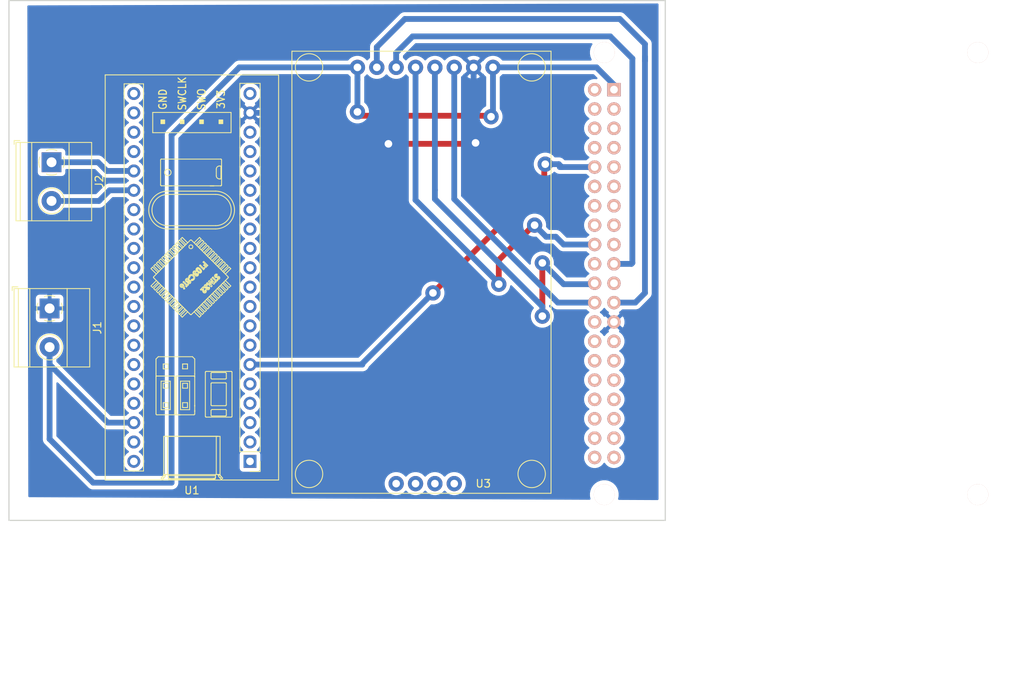
<source format=kicad_pcb>
(kicad_pcb (version 20171130) (host pcbnew "(5.1.9)-1")

  (general
    (thickness 1.6)
    (drawings 4)
    (tracks 92)
    (zones 0)
    (modules 5)
    (nets 82)
  )

  (page A4)
  (title_block
    (title "Energy Meter PCB Layout")
    (date 2021-03-18)
    (rev V1.0)
    (comment 1 "designed By: Mazen Osama Faoruk")
    (comment 2 "Made for: ITI graduation Project")
  )

  (layers
    (0 F.Cu signal)
    (31 B.Cu signal)
    (32 B.Adhes user)
    (33 F.Adhes user)
    (34 B.Paste user)
    (35 F.Paste user)
    (36 B.SilkS user)
    (37 F.SilkS user)
    (38 B.Mask user)
    (39 F.Mask user)
    (40 Dwgs.User user hide)
    (41 Cmts.User user)
    (42 Eco1.User user)
    (43 Eco2.User user)
    (44 Edge.Cuts user)
    (45 Margin user)
    (46 B.CrtYd user)
    (47 F.CrtYd user)
    (48 B.Fab user)
    (49 F.Fab user)
  )

  (setup
    (last_trace_width 0.762)
    (user_trace_width 0.381)
    (user_trace_width 0.762)
    (trace_clearance 0.2)
    (zone_clearance 0.508)
    (zone_45_only no)
    (trace_min 0.2)
    (via_size 0.8)
    (via_drill 0.4)
    (via_min_size 0.4)
    (via_min_drill 0.3)
    (user_via 2 1)
    (uvia_size 0.3)
    (uvia_drill 0.1)
    (uvias_allowed no)
    (uvia_min_size 0.2)
    (uvia_min_drill 0.1)
    (edge_width 0.05)
    (segment_width 0.2)
    (pcb_text_width 0.3)
    (pcb_text_size 1.5 1.5)
    (mod_edge_width 0.12)
    (mod_text_size 1 1)
    (mod_text_width 0.15)
    (pad_size 1.524 1.524)
    (pad_drill 0.762)
    (pad_to_mask_clearance 0)
    (aux_axis_origin 0 0)
    (visible_elements FFFFFF7F)
    (pcbplotparams
      (layerselection 0x010fc_ffffffff)
      (usegerberextensions false)
      (usegerberattributes true)
      (usegerberadvancedattributes true)
      (creategerberjobfile true)
      (excludeedgelayer true)
      (linewidth 0.100000)
      (plotframeref false)
      (viasonmask false)
      (mode 1)
      (useauxorigin false)
      (hpglpennumber 1)
      (hpglpenspeed 20)
      (hpglpendiameter 15.000000)
      (psnegative false)
      (psa4output false)
      (plotreference true)
      (plotvalue true)
      (plotinvisibletext false)
      (padsonsilk false)
      (subtractmaskfromsilk false)
      (outputformat 1)
      (mirror false)
      (drillshape 1)
      (scaleselection 1)
      (outputdirectory ""))
  )

  (net 0 "")
  (net 1 +3V3)
  (net 2 GNDREF)
  (net 3 VOLTAGE_SENSOR)
  (net 4 CURRENT_SENSOR)
  (net 5 "Net-(U1-Pad40)")
  (net 6 "Net-(U1-Pad1)")
  (net 7 "Net-(U1-Pad39)")
  (net 8 "Net-(U1-Pad2)")
  (net 9 "Net-(U1-Pad3)")
  (net 10 "Net-(U1-Pad37)")
  (net 11 "Net-(U1-Pad4)")
  (net 12 "Net-(U1-Pad36)")
  (net 13 "Net-(U1-Pad5)")
  (net 14 "Net-(U1-Pad35)")
  (net 15 RPi_UART_RX)
  (net 16 "Net-(U1-Pad34)")
  (net 17 "Net-(U1-Pad7)")
  (net 18 "Net-(U1-Pad33)")
  (net 19 "Net-(U1-Pad8)")
  (net 20 "Net-(U1-Pad32)")
  (net 21 "Net-(U1-Pad9)")
  (net 22 "Net-(U1-Pad31)")
  (net 23 "Net-(U1-Pad10)")
  (net 24 "Net-(U1-Pad30)")
  (net 25 "Net-(U1-Pad11)")
  (net 26 "Net-(U1-Pad29)")
  (net 27 "Net-(U1-Pad12)")
  (net 28 "Net-(U1-Pad28)")
  (net 29 "Net-(U1-Pad13)")
  (net 30 "Net-(U1-Pad27)")
  (net 31 "Net-(U1-Pad14)")
  (net 32 "Net-(U1-Pad15)")
  (net 33 "Net-(U1-Pad16)")
  (net 34 "Net-(U1-Pad24)")
  (net 35 "Net-(U1-Pad17)")
  (net 36 "Net-(U1-Pad23)")
  (net 37 "Net-(U1-Pad18)")
  (net 38 "Net-(U1-Pad22)")
  (net 39 "Net-(U1-Pad21)")
  (net 40 "Net-(U1-Pad20)")
  (net 41 DISP_SCK)
  (net 42 DISP_SDA)
  (net 43 DISP_CS)
  (net 44 "Net-(U3-Pad9)")
  (net 45 DISP_RST)
  (net 46 DISP_A0)
  (net 47 "Net-(U3-Pad10)")
  (net 48 "Net-(U3-Pad11)")
  (net 49 "Net-(U3-Pad12)")
  (net 50 "Net-(RP1-Pad27)")
  (net 51 "Net-(RP1-Pad28)")
  (net 52 "Net-(RP1-Pad29)")
  (net 53 "Net-(RP1-Pad30)")
  (net 54 "Net-(RP1-Pad2)")
  (net 55 "Net-(RP1-Pad3)")
  (net 56 "Net-(RP1-Pad4)")
  (net 57 "Net-(RP1-Pad5)")
  (net 58 "Net-(RP1-Pad6)")
  (net 59 "Net-(RP1-Pad7)")
  (net 60 "Net-(RP1-Pad8)")
  (net 61 "Net-(RP1-Pad9)")
  (net 62 "Net-(RP1-Pad11)")
  (net 63 "Net-(RP1-Pad12)")
  (net 64 "Net-(RP1-Pad13)")
  (net 65 "Net-(RP1-Pad14)")
  (net 66 "Net-(RP1-Pad15)")
  (net 67 "Net-(RP1-Pad16)")
  (net 68 "Net-(RP1-Pad17)")
  (net 69 "Net-(RP1-Pad20)")
  (net 70 "Net-(RP1-Pad21)")
  (net 71 "Net-(RP1-Pad26)")
  (net 72 "Net-(RP1-Pad32)")
  (net 73 "Net-(RP1-Pad31)")
  (net 74 "Net-(RP1-Pad34)")
  (net 75 "Net-(RP1-Pad33)")
  (net 76 "Net-(RP1-Pad36)")
  (net 77 "Net-(RP1-Pad35)")
  (net 78 "Net-(RP1-Pad38)")
  (net 79 "Net-(RP1-Pad37)")
  (net 80 "Net-(RP1-Pad40)")
  (net 81 "Net-(RP1-Pad39)")

  (net_class Default "This is the default net class."
    (clearance 0.2)
    (trace_width 0.25)
    (via_dia 0.8)
    (via_drill 0.4)
    (uvia_dia 0.3)
    (uvia_drill 0.1)
    (add_net +3V3)
    (add_net CURRENT_SENSOR)
    (add_net DISP_A0)
    (add_net DISP_CS)
    (add_net DISP_RST)
    (add_net DISP_SCK)
    (add_net DISP_SDA)
    (add_net GNDREF)
    (add_net "Net-(RP1-Pad11)")
    (add_net "Net-(RP1-Pad12)")
    (add_net "Net-(RP1-Pad13)")
    (add_net "Net-(RP1-Pad14)")
    (add_net "Net-(RP1-Pad15)")
    (add_net "Net-(RP1-Pad16)")
    (add_net "Net-(RP1-Pad17)")
    (add_net "Net-(RP1-Pad2)")
    (add_net "Net-(RP1-Pad20)")
    (add_net "Net-(RP1-Pad21)")
    (add_net "Net-(RP1-Pad26)")
    (add_net "Net-(RP1-Pad27)")
    (add_net "Net-(RP1-Pad28)")
    (add_net "Net-(RP1-Pad29)")
    (add_net "Net-(RP1-Pad3)")
    (add_net "Net-(RP1-Pad30)")
    (add_net "Net-(RP1-Pad31)")
    (add_net "Net-(RP1-Pad32)")
    (add_net "Net-(RP1-Pad33)")
    (add_net "Net-(RP1-Pad34)")
    (add_net "Net-(RP1-Pad35)")
    (add_net "Net-(RP1-Pad36)")
    (add_net "Net-(RP1-Pad37)")
    (add_net "Net-(RP1-Pad38)")
    (add_net "Net-(RP1-Pad39)")
    (add_net "Net-(RP1-Pad4)")
    (add_net "Net-(RP1-Pad40)")
    (add_net "Net-(RP1-Pad5)")
    (add_net "Net-(RP1-Pad6)")
    (add_net "Net-(RP1-Pad7)")
    (add_net "Net-(RP1-Pad8)")
    (add_net "Net-(RP1-Pad9)")
    (add_net "Net-(U1-Pad1)")
    (add_net "Net-(U1-Pad10)")
    (add_net "Net-(U1-Pad11)")
    (add_net "Net-(U1-Pad12)")
    (add_net "Net-(U1-Pad13)")
    (add_net "Net-(U1-Pad14)")
    (add_net "Net-(U1-Pad15)")
    (add_net "Net-(U1-Pad16)")
    (add_net "Net-(U1-Pad17)")
    (add_net "Net-(U1-Pad18)")
    (add_net "Net-(U1-Pad2)")
    (add_net "Net-(U1-Pad20)")
    (add_net "Net-(U1-Pad21)")
    (add_net "Net-(U1-Pad22)")
    (add_net "Net-(U1-Pad23)")
    (add_net "Net-(U1-Pad24)")
    (add_net "Net-(U1-Pad27)")
    (add_net "Net-(U1-Pad28)")
    (add_net "Net-(U1-Pad29)")
    (add_net "Net-(U1-Pad3)")
    (add_net "Net-(U1-Pad30)")
    (add_net "Net-(U1-Pad31)")
    (add_net "Net-(U1-Pad32)")
    (add_net "Net-(U1-Pad33)")
    (add_net "Net-(U1-Pad34)")
    (add_net "Net-(U1-Pad35)")
    (add_net "Net-(U1-Pad36)")
    (add_net "Net-(U1-Pad37)")
    (add_net "Net-(U1-Pad39)")
    (add_net "Net-(U1-Pad4)")
    (add_net "Net-(U1-Pad40)")
    (add_net "Net-(U1-Pad5)")
    (add_net "Net-(U1-Pad7)")
    (add_net "Net-(U1-Pad8)")
    (add_net "Net-(U1-Pad9)")
    (add_net "Net-(U3-Pad10)")
    (add_net "Net-(U3-Pad11)")
    (add_net "Net-(U3-Pad12)")
    (add_net "Net-(U3-Pad9)")
    (add_net RPi_UART_RX)
    (add_net VOLTAGE_SENSOR)
  )

  (module TFT_ST7735_footprint:ST7735_TFT_DISP (layer F.Cu) (tedit 605356B5) (tstamp 6054879D)
    (at 205.74 93.726 180)
    (path /6054C1C8)
    (fp_text reference U3 (at -7.62 -26.67) (layer F.SilkS)
      (effects (font (size 1 1) (thickness 0.15)))
    )
    (fp_text value TFT_ST7735_symbol (at 0 -22.86) (layer F.Fab)
      (effects (font (size 1 1) (thickness 0.15)))
    )
    (fp_line (start -16.51 -27.94) (end -16.51 30.06) (layer F.SilkS) (width 0.12))
    (fp_line (start -16.51 -27.94) (end 17.49 -27.94) (layer F.SilkS) (width 0.12))
    (fp_line (start 17.49 -27.94) (end 17.49 30.06) (layer F.SilkS) (width 0.12))
    (fp_line (start 17.49 30.06) (end -16.51 30.06) (layer F.SilkS) (width 0.12))
    (fp_poly (pts (xy 16.51 24.13) (xy -15.24 24.13) (xy -15.24 -21.59) (xy 16.51 -21.59)) (layer Dwgs.User) (width 0.1))
    (fp_circle (center -13.97 -25.4) (end -12.173949 -25.4) (layer F.SilkS) (width 0.12))
    (fp_circle (center 15.24 -25.4) (end 17.036051 -25.4) (layer F.SilkS) (width 0.12))
    (fp_circle (center -13.97 27.94) (end -12.173949 27.94) (layer F.SilkS) (width 0.12))
    (fp_circle (center 15.24 27.94) (end 17.036051 27.94) (layer F.SilkS) (width 0.12))
    (pad 9 thru_hole circle (at -3.81 -26.67 180) (size 2 2) (drill 1) (layers *.Cu *.Mask)
      (net 44 "Net-(U3-Pad9)"))
    (pad 3 thru_hole circle (at -3.81 27.94 180) (size 2 2) (drill 1) (layers *.Cu *.Mask)
      (net 43 DISP_CS))
    (pad 2 thru_hole circle (at -6.35 27.94 180) (size 2 2) (drill 1) (layers *.Cu *.Mask)
      (net 2 GNDREF))
    (pad 1 thru_hole circle (at -8.89 27.94 180) (size 2 2) (drill 1) (layers *.Cu *.Mask)
      (net 1 +3V3))
    (pad 4 thru_hole circle (at -1.27 27.94 180) (size 2 2) (drill 1) (layers *.Cu *.Mask)
      (net 45 DISP_RST))
    (pad 5 thru_hole circle (at 1.27 27.94 180) (size 2 2) (drill 1) (layers *.Cu *.Mask)
      (net 46 DISP_A0))
    (pad 6 thru_hole circle (at 3.81 27.94 180) (size 2 2) (drill 1) (layers *.Cu *.Mask)
      (net 42 DISP_SDA))
    (pad 7 thru_hole circle (at 6.35 27.94 180) (size 2 2) (drill 1) (layers *.Cu *.Mask)
      (net 41 DISP_SCK))
    (pad 8 thru_hole circle (at 8.89 27.94 180) (size 2 2) (drill 1) (layers *.Cu *.Mask)
      (net 1 +3V3))
    (pad 10 thru_hole circle (at -1.27 -26.67 180) (size 2 2) (drill 1) (layers *.Cu *.Mask)
      (net 47 "Net-(U3-Pad10)"))
    (pad 11 thru_hole circle (at 1.27 -26.67 180) (size 2 2) (drill 1) (layers *.Cu *.Mask)
      (net 48 "Net-(U3-Pad11)"))
    (pad 12 thru_hole circle (at 3.81 -26.67 180) (size 2 2) (drill 1) (layers *.Cu *.Mask)
      (net 49 "Net-(U3-Pad12)"))
  )

  (module Raspberry-Pi-3-library-for-kicad-master:raspberrypi2 (layer B.Cu) (tedit 5C5E3E20) (tstamp 60545271)
    (at 229.235 92.837 270)
    (descr "RaspberryPi 2")
    (tags CONN)
    (path /605AFFA9)
    (fp_text reference RP1 (at 0 8.9 270) (layer B.Fab)
      (effects (font (size 2 2) (thickness 0.25)) (justify mirror))
    )
    (fp_text value Raspberry_Pi_2_3 (at 0.1 5.7 270) (layer B.Fab)
      (effects (font (size 2 2) (thickness 0.25)) (justify mirror))
    )
    (fp_arc (start 49.5 0.5) (end 49.5 3.5) (angle -90) (layer B.Fab) (width 0.15))
    (fp_arc (start 49.5 -49.5) (end 52.5 -49.5) (angle -90) (layer B.Fab) (width 0.15))
    (fp_arc (start -29 -49) (end -29 -52.5) (angle -90) (layer B.Fab) (width 0.15))
    (fp_arc (start -29 0) (end -32.5 0) (angle -90) (layer B.Fab) (width 0.15))
    (fp_line (start 25.39492 -2.54) (end 25.39492 2.54) (layer B.Fab) (width 0.15))
    (fp_line (start -25.4 2.54) (end -25.4 -2.54) (layer B.Fab) (width 0.15))
    (fp_line (start 25.4 -2.54) (end -25.4 -2.54) (layer B.Fab) (width 0.15))
    (fp_line (start -25.4 2.54) (end 25.4 2.54) (layer B.Fab) (width 0.15))
    (fp_line (start -29 -52.5) (end 49.5 -52.5) (layer B.Fab) (width 0.15))
    (fp_line (start 52.5 -49.5) (end 52.5 0.5) (layer B.Fab) (width 0.15))
    (fp_line (start 49.5 3.5) (end -29 3.5) (layer B.Fab) (width 0.15))
    (fp_line (start -32.5 -49) (end -32.5 0) (layer B.Fab) (width 0.15))
    (fp_line (start 37.5 1) (end 54.6 1) (layer F.CrtYd) (width 0.15))
    (fp_line (start 54.6 -12.1) (end 54.6 1) (layer F.CrtYd) (width 0.15))
    (fp_line (start 37.5 1) (end 37.5 -12.1) (layer F.CrtYd) (width 0.15))
    (fp_line (start 54.6 -12.1) (end 37.5 -12.1) (layer F.CrtYd) (width 0.15))
    (fp_line (start 54.6 -30.1) (end 54.6 -17) (layer F.CrtYd) (width 0.15))
    (fp_line (start 54.6 -30.1) (end 37.5 -30.1) (layer F.CrtYd) (width 0.15))
    (fp_line (start 37.5 -30.1) (end 37.5 -17) (layer F.CrtYd) (width 0.15))
    (fp_line (start 37.5 -17) (end 54.6 -17) (layer F.CrtYd) (width 0.15))
    (fp_line (start 33.6 -34.3) (end 54.6 -34.3) (layer F.CrtYd) (width 0.15))
    (fp_line (start 54.6 -50.2) (end 33.6 -50.2) (layer F.CrtYd) (width 0.15))
    (fp_line (start 33.6 -50.2) (end 33.6 -34.3) (layer F.CrtYd) (width 0.15))
    (fp_line (start 54.6 -50.2) (end 54.6 -34.3) (layer F.CrtYd) (width 0.15))
    (fp_line (start -17.9 -16.4) (end -17.9 -31) (layer F.CrtYd) (width 0.15))
    (fp_line (start -17.9 -31) (end -32.5 -31) (layer F.CrtYd) (width 0.15))
    (fp_line (start -17.9 -16.4) (end -32.5 -16.4) (layer F.CrtYd) (width 0.15))
    (fp_line (start 24 -55) (end 24 -37) (layer F.CrtYd) (width 0.15))
    (fp_line (start 24 -37) (end 18 -37) (layer F.CrtYd) (width 0.15))
    (fp_line (start 18 -37) (end 18 -55) (layer F.CrtYd) (width 0.15))
    (fp_line (start 18 -55) (end 24 -55) (layer F.CrtYd) (width 0.15))
    (fp_line (start 7 -52.5) (end 7 -41.8) (layer F.CrtYd) (width 0.15))
    (fp_line (start -8 -41.8) (end 7 -41.8) (layer F.CrtYd) (width 0.15))
    (fp_line (start -8 -41.8) (end -8 -52.5) (layer F.CrtYd) (width 0.15))
    (fp_line (start -25.7 -52.5) (end -25.7 -47.5) (layer F.CrtYd) (width 0.15))
    (fp_line (start -18.2 -52.5) (end -18.2 -47.5) (layer F.CrtYd) (width 0.15))
    (fp_line (start -18.2 -47.5) (end -25.7 -47.5) (layer F.CrtYd) (width 0.15))
    (fp_line (start 7 -52.5) (end -8 -52.5) (layer F.CrtYd) (width 0.15))
    (fp_line (start -18.2 -52.5) (end -25.7 -52.5) (layer F.CrtYd) (width 0.15))
    (fp_line (start -32.5 -16.4) (end -32.5 -31) (layer F.CrtYd) (width 0.15))
    (pad 27 thru_hole circle (at 8.89 -1.27 270) (size 1.75 1.75) (drill 1.016) (layers *.Cu *.Mask B.SilkS)
      (net 50 "Net-(RP1-Pad27)"))
    (pad 28 thru_hole circle (at 8.89 1.27 270) (size 1.75 1.75) (drill 1.016) (layers *.Cu *.Mask B.SilkS)
      (net 51 "Net-(RP1-Pad28)"))
    (pad 29 thru_hole circle (at 11.43 -1.27 270) (size 1.75 1.75) (drill 1.016) (layers *.Cu *.Mask B.SilkS)
      (net 52 "Net-(RP1-Pad29)"))
    (pad 30 thru_hole circle (at 11.43 1.27 270) (size 1.75 1.75) (drill 1.016) (layers *.Cu *.Mask B.SilkS)
      (net 53 "Net-(RP1-Pad30)"))
    (pad 24 thru_hole circle (at 3.81 1.27 270) (size 1.75 1.75) (drill 1.016) (layers *.Cu *.Mask B.SilkS)
      (net 43 DISP_CS))
    (pad 23 thru_hole circle (at 3.81 -1.27 270) (size 1.75 1.75) (drill 1.016) (layers *.Cu *.Mask B.SilkS)
      (net 41 DISP_SCK))
    (pad 1 thru_hole rect (at -24.13 -1.27 270) (size 1.75 1.75) (drill 1.016) (layers *.Cu *.Mask B.SilkS)
      (net 1 +3V3))
    (pad 2 thru_hole circle (at -24.13 1.27 270) (size 1.75 1.75) (drill 1.016) (layers *.Cu *.Mask B.SilkS)
      (net 54 "Net-(RP1-Pad2)"))
    (pad 3 thru_hole circle (at -21.59 -1.27 270) (size 1.75 1.75) (drill 1.016) (layers *.Cu *.Mask B.SilkS)
      (net 55 "Net-(RP1-Pad3)"))
    (pad 4 thru_hole circle (at -21.59 1.27 270) (size 1.75 1.75) (drill 1.016) (layers *.Cu *.Mask B.SilkS)
      (net 56 "Net-(RP1-Pad4)"))
    (pad 5 thru_hole circle (at -19.05 -1.27 270) (size 1.75 1.75) (drill 1.016) (layers *.Cu *.Mask B.SilkS)
      (net 57 "Net-(RP1-Pad5)"))
    (pad 6 thru_hole circle (at -19.05 1.27 270) (size 1.75 1.75) (drill 1.016) (layers *.Cu *.Mask B.SilkS)
      (net 58 "Net-(RP1-Pad6)"))
    (pad 7 thru_hole circle (at -16.51 -1.27 270) (size 1.75 1.75) (drill 1.016) (layers *.Cu *.Mask B.SilkS)
      (net 59 "Net-(RP1-Pad7)"))
    (pad 8 thru_hole circle (at -16.51 1.27 270) (size 1.75 1.75) (drill 1.016) (layers *.Cu *.Mask B.SilkS)
      (net 60 "Net-(RP1-Pad8)"))
    (pad 9 thru_hole circle (at -13.97 -1.27 270) (size 1.75 1.75) (drill 1.016) (layers *.Cu *.Mask B.SilkS)
      (net 61 "Net-(RP1-Pad9)"))
    (pad 10 thru_hole circle (at -13.97 1.27 270) (size 1.75 1.75) (drill 1.016) (layers *.Cu *.Mask B.SilkS)
      (net 15 RPi_UART_RX))
    (pad 11 thru_hole circle (at -11.43 -1.27 270) (size 1.75 1.75) (drill 1.016) (layers *.Cu *.Mask B.SilkS)
      (net 62 "Net-(RP1-Pad11)"))
    (pad 12 thru_hole circle (at -11.43 1.27 270) (size 1.75 1.75) (drill 1.016) (layers *.Cu *.Mask B.SilkS)
      (net 63 "Net-(RP1-Pad12)"))
    (pad 13 thru_hole circle (at -8.89 -1.27 270) (size 1.75 1.75) (drill 1.016) (layers *.Cu *.Mask B.SilkS)
      (net 64 "Net-(RP1-Pad13)"))
    (pad 14 thru_hole circle (at -8.89 1.27 270) (size 1.75 1.75) (drill 1.016) (layers *.Cu *.Mask B.SilkS)
      (net 65 "Net-(RP1-Pad14)"))
    (pad 15 thru_hole circle (at -6.35 -1.27 270) (size 1.75 1.75) (drill 1.016) (layers *.Cu *.Mask B.SilkS)
      (net 66 "Net-(RP1-Pad15)"))
    (pad 16 thru_hole circle (at -6.35 1.27 270) (size 1.75 1.75) (drill 1.016) (layers *.Cu *.Mask B.SilkS)
      (net 67 "Net-(RP1-Pad16)"))
    (pad 17 thru_hole circle (at -3.81 -1.27 270) (size 1.75 1.75) (drill 1.016) (layers *.Cu *.Mask B.SilkS)
      (net 68 "Net-(RP1-Pad17)"))
    (pad 18 thru_hole circle (at -3.81 1.27 270) (size 1.75 1.75) (drill 1.016) (layers *.Cu *.Mask B.SilkS)
      (net 46 DISP_A0))
    (pad 19 thru_hole circle (at -1.27 -1.27 270) (size 1.75 1.75) (drill 1.016) (layers *.Cu *.Mask B.SilkS)
      (net 42 DISP_SDA))
    (pad 20 thru_hole circle (at -1.27 1.27 270) (size 1.75 1.75) (drill 1.016) (layers *.Cu *.Mask B.SilkS)
      (net 69 "Net-(RP1-Pad20)"))
    (pad 21 thru_hole circle (at 1.27 -1.27 270) (size 1.75 1.75) (drill 1.016) (layers *.Cu *.Mask B.SilkS)
      (net 70 "Net-(RP1-Pad21)"))
    (pad 22 thru_hole circle (at 1.27 1.27 270) (size 1.75 1.75) (drill 1.016) (layers *.Cu *.Mask B.SilkS)
      (net 45 DISP_RST))
    (pad 25 thru_hole circle (at 6.35 -1.27 270) (size 1.75 1.75) (drill 1.016) (layers *.Cu *.Mask B.SilkS)
      (net 2 GNDREF))
    (pad 26 thru_hole circle (at 6.35 1.27 270) (size 1.75 1.75) (drill 1.016) (layers *.Cu *.Mask B.SilkS)
      (net 71 "Net-(RP1-Pad26)"))
    (pad 32 thru_hole circle (at 13.97 1.27 270) (size 1.75 1.75) (drill 1.016) (layers *.Cu *.Mask B.SilkS)
      (net 72 "Net-(RP1-Pad32)"))
    (pad 31 thru_hole circle (at 13.97 -1.27 270) (size 1.75 1.75) (drill 1.016) (layers *.Cu *.Mask B.SilkS)
      (net 73 "Net-(RP1-Pad31)"))
    (pad 34 thru_hole circle (at 16.51 1.27 270) (size 1.75 1.75) (drill 1.016) (layers *.Cu *.Mask B.SilkS)
      (net 74 "Net-(RP1-Pad34)"))
    (pad 33 thru_hole circle (at 16.51 -1.27 270) (size 1.75 1.75) (drill 1.016) (layers *.Cu *.Mask B.SilkS)
      (net 75 "Net-(RP1-Pad33)"))
    (pad 36 thru_hole circle (at 19.05 1.27 270) (size 1.75 1.75) (drill 1.016) (layers *.Cu *.Mask B.SilkS)
      (net 76 "Net-(RP1-Pad36)"))
    (pad 35 thru_hole circle (at 19.05 -1.27 270) (size 1.75 1.75) (drill 1.016) (layers *.Cu *.Mask B.SilkS)
      (net 77 "Net-(RP1-Pad35)"))
    (pad 38 thru_hole circle (at 21.59 1.27 270) (size 1.75 1.75) (drill 1.016) (layers *.Cu *.Mask B.SilkS)
      (net 78 "Net-(RP1-Pad38)"))
    (pad 37 thru_hole circle (at 21.59 -1.27 270) (size 1.75 1.75) (drill 1.016) (layers *.Cu *.Mask B.SilkS)
      (net 79 "Net-(RP1-Pad37)"))
    (pad 40 thru_hole circle (at 24.13 1.27 270) (size 1.75 1.75) (drill 1.016) (layers *.Cu *.Mask B.SilkS)
      (net 80 "Net-(RP1-Pad40)"))
    (pad 39 thru_hole circle (at 24.13 -1.27 270) (size 1.75 1.75) (drill 1.016) (layers *.Cu *.Mask B.SilkS)
      (net 81 "Net-(RP1-Pad39)"))
    (pad "" np_thru_hole circle (at -29 0 270) (size 2.75 2.75) (drill 2.75) (layers *.Cu *.Mask B.SilkS))
    (pad "" np_thru_hole circle (at 29 0 270) (size 2.75 2.75) (drill 2.75) (layers *.Cu *.Mask B.SilkS))
    (pad "" np_thru_hole circle (at -29 -49 270) (size 2.75 2.75) (drill 2.75) (layers *.Cu *.Mask B.SilkS))
    (pad "" np_thru_hole circle (at 29 -49 270) (size 2.75 2.75) (drill 2.75) (layers *.Cu *.Mask B.SilkS))
    (model unsorted/raspberryPi3b-simple.wrl
      (offset (xyz 9.905999851226808 -24.5871996307373 -18.28799972534179))
      (scale (xyz 1 1 1))
      (rotate (xyz 90 180 180))
    )
    (model Pin_Header/Pin_Header_Straight_Female_2x20_RaspPi.wrl
      (offset (xyz 0 0 -6.349999904632568))
      (scale (xyz 1 1 1))
      (rotate (xyz 90 0 90))
    )
  )

  (module TerminalBlock_Phoenix:TerminalBlock_Phoenix_MKDS-1,5-2-5.08_1x02_P5.08mm_Horizontal (layer F.Cu) (tedit 5B294EBC) (tstamp 605415DD)
    (at 156.464 97.409 270)
    (descr "Terminal Block Phoenix MKDS-1,5-2-5.08, 2 pins, pitch 5.08mm, size 10.2x9.8mm^2, drill diamater 1.3mm, pad diameter 2.6mm, see http://www.farnell.com/datasheets/100425.pdf, script-generated using https://github.com/pointhi/kicad-footprint-generator/scripts/TerminalBlock_Phoenix")
    (tags "THT Terminal Block Phoenix MKDS-1,5-2-5.08 pitch 5.08mm size 10.2x9.8mm^2 drill 1.3mm pad 2.6mm")
    (path /6054EBDC)
    (fp_text reference J1 (at 2.54 -6.26 90) (layer F.SilkS)
      (effects (font (size 1 1) (thickness 0.15)))
    )
    (fp_text value Screw_Terminal_01x02 (at 2.54 5.66 90) (layer F.Fab)
      (effects (font (size 1 1) (thickness 0.15)))
    )
    (fp_text user %R (at 2.54 3.2 90) (layer F.Fab)
      (effects (font (size 1 1) (thickness 0.15)))
    )
    (fp_arc (start 0 0) (end -0.684 1.535) (angle -25) (layer F.SilkS) (width 0.12))
    (fp_arc (start 0 0) (end -1.535 -0.684) (angle -48) (layer F.SilkS) (width 0.12))
    (fp_arc (start 0 0) (end 0.684 -1.535) (angle -48) (layer F.SilkS) (width 0.12))
    (fp_arc (start 0 0) (end 1.535 0.684) (angle -48) (layer F.SilkS) (width 0.12))
    (fp_arc (start 0 0) (end 0 1.68) (angle -24) (layer F.SilkS) (width 0.12))
    (fp_circle (center 0 0) (end 1.5 0) (layer F.Fab) (width 0.1))
    (fp_circle (center 5.08 0) (end 6.58 0) (layer F.Fab) (width 0.1))
    (fp_circle (center 5.08 0) (end 6.76 0) (layer F.SilkS) (width 0.12))
    (fp_line (start -2.54 -5.2) (end 7.62 -5.2) (layer F.Fab) (width 0.1))
    (fp_line (start 7.62 -5.2) (end 7.62 4.6) (layer F.Fab) (width 0.1))
    (fp_line (start 7.62 4.6) (end -2.04 4.6) (layer F.Fab) (width 0.1))
    (fp_line (start -2.04 4.6) (end -2.54 4.1) (layer F.Fab) (width 0.1))
    (fp_line (start -2.54 4.1) (end -2.54 -5.2) (layer F.Fab) (width 0.1))
    (fp_line (start -2.54 4.1) (end 7.62 4.1) (layer F.Fab) (width 0.1))
    (fp_line (start -2.6 4.1) (end 7.68 4.1) (layer F.SilkS) (width 0.12))
    (fp_line (start -2.54 2.6) (end 7.62 2.6) (layer F.Fab) (width 0.1))
    (fp_line (start -2.6 2.6) (end 7.68 2.6) (layer F.SilkS) (width 0.12))
    (fp_line (start -2.54 -2.3) (end 7.62 -2.3) (layer F.Fab) (width 0.1))
    (fp_line (start -2.6 -2.301) (end 7.68 -2.301) (layer F.SilkS) (width 0.12))
    (fp_line (start -2.6 -5.261) (end 7.68 -5.261) (layer F.SilkS) (width 0.12))
    (fp_line (start -2.6 4.66) (end 7.68 4.66) (layer F.SilkS) (width 0.12))
    (fp_line (start -2.6 -5.261) (end -2.6 4.66) (layer F.SilkS) (width 0.12))
    (fp_line (start 7.68 -5.261) (end 7.68 4.66) (layer F.SilkS) (width 0.12))
    (fp_line (start 1.138 -0.955) (end -0.955 1.138) (layer F.Fab) (width 0.1))
    (fp_line (start 0.955 -1.138) (end -1.138 0.955) (layer F.Fab) (width 0.1))
    (fp_line (start 6.218 -0.955) (end 4.126 1.138) (layer F.Fab) (width 0.1))
    (fp_line (start 6.035 -1.138) (end 3.943 0.955) (layer F.Fab) (width 0.1))
    (fp_line (start 6.355 -1.069) (end 6.308 -1.023) (layer F.SilkS) (width 0.12))
    (fp_line (start 4.046 1.239) (end 4.011 1.274) (layer F.SilkS) (width 0.12))
    (fp_line (start 6.15 -1.275) (end 6.115 -1.239) (layer F.SilkS) (width 0.12))
    (fp_line (start 3.853 1.023) (end 3.806 1.069) (layer F.SilkS) (width 0.12))
    (fp_line (start -2.84 4.16) (end -2.84 4.9) (layer F.SilkS) (width 0.12))
    (fp_line (start -2.84 4.9) (end -2.34 4.9) (layer F.SilkS) (width 0.12))
    (fp_line (start -3.04 -5.71) (end -3.04 5.1) (layer F.CrtYd) (width 0.05))
    (fp_line (start -3.04 5.1) (end 8.13 5.1) (layer F.CrtYd) (width 0.05))
    (fp_line (start 8.13 5.1) (end 8.13 -5.71) (layer F.CrtYd) (width 0.05))
    (fp_line (start 8.13 -5.71) (end -3.04 -5.71) (layer F.CrtYd) (width 0.05))
    (pad 2 thru_hole circle (at 5.08 0 270) (size 2.6 2.6) (drill 1.3) (layers *.Cu *.Mask)
      (net 1 +3V3))
    (pad 1 thru_hole rect (at 0 0 270) (size 2.6 2.6) (drill 1.3) (layers *.Cu *.Mask)
      (net 2 GNDREF))
    (model ${KISYS3DMOD}/TerminalBlock_Phoenix.3dshapes/TerminalBlock_Phoenix_MKDS-1,5-2-5.08_1x02_P5.08mm_Horizontal.wrl
      (at (xyz 0 0 0))
      (scale (xyz 1 1 1))
      (rotate (xyz 0 0 0))
    )
  )

  (module TerminalBlock_Phoenix:TerminalBlock_Phoenix_MKDS-1,5-2-5.08_1x02_P5.08mm_Horizontal (layer F.Cu) (tedit 5B294EBC) (tstamp 60541609)
    (at 156.718 78.232 270)
    (descr "Terminal Block Phoenix MKDS-1,5-2-5.08, 2 pins, pitch 5.08mm, size 10.2x9.8mm^2, drill diamater 1.3mm, pad diameter 2.6mm, see http://www.farnell.com/datasheets/100425.pdf, script-generated using https://github.com/pointhi/kicad-footprint-generator/scripts/TerminalBlock_Phoenix")
    (tags "THT Terminal Block Phoenix MKDS-1,5-2-5.08 pitch 5.08mm size 10.2x9.8mm^2 drill 1.3mm pad 2.6mm")
    (path /6054E954)
    (fp_text reference J2 (at 2.54 -6.26 90) (layer F.SilkS)
      (effects (font (size 1 1) (thickness 0.15)))
    )
    (fp_text value Screw_Terminal_01x02 (at 2.54 5.66 90) (layer F.Fab)
      (effects (font (size 1 1) (thickness 0.15)))
    )
    (fp_line (start 8.13 -5.71) (end -3.04 -5.71) (layer F.CrtYd) (width 0.05))
    (fp_line (start 8.13 5.1) (end 8.13 -5.71) (layer F.CrtYd) (width 0.05))
    (fp_line (start -3.04 5.1) (end 8.13 5.1) (layer F.CrtYd) (width 0.05))
    (fp_line (start -3.04 -5.71) (end -3.04 5.1) (layer F.CrtYd) (width 0.05))
    (fp_line (start -2.84 4.9) (end -2.34 4.9) (layer F.SilkS) (width 0.12))
    (fp_line (start -2.84 4.16) (end -2.84 4.9) (layer F.SilkS) (width 0.12))
    (fp_line (start 3.853 1.023) (end 3.806 1.069) (layer F.SilkS) (width 0.12))
    (fp_line (start 6.15 -1.275) (end 6.115 -1.239) (layer F.SilkS) (width 0.12))
    (fp_line (start 4.046 1.239) (end 4.011 1.274) (layer F.SilkS) (width 0.12))
    (fp_line (start 6.355 -1.069) (end 6.308 -1.023) (layer F.SilkS) (width 0.12))
    (fp_line (start 6.035 -1.138) (end 3.943 0.955) (layer F.Fab) (width 0.1))
    (fp_line (start 6.218 -0.955) (end 4.126 1.138) (layer F.Fab) (width 0.1))
    (fp_line (start 0.955 -1.138) (end -1.138 0.955) (layer F.Fab) (width 0.1))
    (fp_line (start 1.138 -0.955) (end -0.955 1.138) (layer F.Fab) (width 0.1))
    (fp_line (start 7.68 -5.261) (end 7.68 4.66) (layer F.SilkS) (width 0.12))
    (fp_line (start -2.6 -5.261) (end -2.6 4.66) (layer F.SilkS) (width 0.12))
    (fp_line (start -2.6 4.66) (end 7.68 4.66) (layer F.SilkS) (width 0.12))
    (fp_line (start -2.6 -5.261) (end 7.68 -5.261) (layer F.SilkS) (width 0.12))
    (fp_line (start -2.6 -2.301) (end 7.68 -2.301) (layer F.SilkS) (width 0.12))
    (fp_line (start -2.54 -2.3) (end 7.62 -2.3) (layer F.Fab) (width 0.1))
    (fp_line (start -2.6 2.6) (end 7.68 2.6) (layer F.SilkS) (width 0.12))
    (fp_line (start -2.54 2.6) (end 7.62 2.6) (layer F.Fab) (width 0.1))
    (fp_line (start -2.6 4.1) (end 7.68 4.1) (layer F.SilkS) (width 0.12))
    (fp_line (start -2.54 4.1) (end 7.62 4.1) (layer F.Fab) (width 0.1))
    (fp_line (start -2.54 4.1) (end -2.54 -5.2) (layer F.Fab) (width 0.1))
    (fp_line (start -2.04 4.6) (end -2.54 4.1) (layer F.Fab) (width 0.1))
    (fp_line (start 7.62 4.6) (end -2.04 4.6) (layer F.Fab) (width 0.1))
    (fp_line (start 7.62 -5.2) (end 7.62 4.6) (layer F.Fab) (width 0.1))
    (fp_line (start -2.54 -5.2) (end 7.62 -5.2) (layer F.Fab) (width 0.1))
    (fp_circle (center 5.08 0) (end 6.76 0) (layer F.SilkS) (width 0.12))
    (fp_circle (center 5.08 0) (end 6.58 0) (layer F.Fab) (width 0.1))
    (fp_circle (center 0 0) (end 1.5 0) (layer F.Fab) (width 0.1))
    (fp_arc (start 0 0) (end 0 1.68) (angle -24) (layer F.SilkS) (width 0.12))
    (fp_arc (start 0 0) (end 1.535 0.684) (angle -48) (layer F.SilkS) (width 0.12))
    (fp_arc (start 0 0) (end 0.684 -1.535) (angle -48) (layer F.SilkS) (width 0.12))
    (fp_arc (start 0 0) (end -1.535 -0.684) (angle -48) (layer F.SilkS) (width 0.12))
    (fp_arc (start 0 0) (end -0.684 1.535) (angle -25) (layer F.SilkS) (width 0.12))
    (fp_text user %R (at 2.54 3.2 90) (layer F.Fab)
      (effects (font (size 1 1) (thickness 0.15)))
    )
    (pad 1 thru_hole rect (at 0 0 270) (size 2.6 2.6) (drill 1.3) (layers *.Cu *.Mask)
      (net 3 VOLTAGE_SENSOR))
    (pad 2 thru_hole circle (at 5.08 0 270) (size 2.6 2.6) (drill 1.3) (layers *.Cu *.Mask)
      (net 4 CURRENT_SENSOR))
    (model ${KISYS3DMOD}/TerminalBlock_Phoenix.3dshapes/TerminalBlock_Phoenix_MKDS-1,5-2-5.08_1x02_P5.08mm_Horizontal.wrl
      (at (xyz 0 0 0))
      (scale (xyz 1 1 1))
      (rotate (xyz 0 0 0))
    )
  )

  (module STM32_BluePill:YAAJ_BluePill_1 (layer F.Cu) (tedit 5F81AE08) (tstamp 605418DD)
    (at 182.753 117.475 180)
    (descr "Through hole headers for BluePill module. No SWD breakout. Fancy silkscreen.")
    (tags "module BlluePill Blue Pill header SWD breakout")
    (path /6054606E)
    (fp_text reference U1 (at 7.62 -3.81) (layer F.SilkS)
      (effects (font (size 1 1) (thickness 0.15)))
    )
    (fp_text value YAAJ_BluePill (at 20.32 24.765 90) (layer F.Fab) hide
      (effects (font (size 1 1) (thickness 0.15)))
    )
    (fp_line (start 5.107533 6.702277) (end 5.007533 6.802277) (layer F.SilkS) (width 0.12))
    (fp_line (start 8.688449 23.04914) (end 8.558416 22.649692) (layer F.SilkS) (width 0.12))
    (fp_line (start 8.685368 22.608154) (end 8.774607 22.882243) (layer F.SilkS) (width 0.12))
    (fp_line (start 8.558416 22.649692) (end 8.685368 22.608154) (layer F.SilkS) (width 0.12))
    (fp_line (start 6.928756 24.564915) (end 6.833569 24.660102) (layer F.SilkS) (width 0.12))
    (fp_line (start 7.044341 24.925267) (end 7.139528 24.83008) (layer F.SilkS) (width 0.12))
    (fp_line (start 7.098734 24.707696) (end 7.010345 24.619308) (layer F.SilkS) (width 0.12))
    (fp_line (start 8.064207 23.171099) (end 8.349769 22.885536) (layer F.SilkS) (width 0.12))
    (fp_line (start 8.349769 22.885536) (end 8.444956 22.980724) (layer F.SilkS) (width 0.12))
    (fp_line (start 8.444956 22.980724) (end 8.349769 23.075911) (layer F.SilkS) (width 0.12))
    (fp_line (start 8.349769 23.075911) (end 8.784912 23.511054) (layer F.SilkS) (width 0.12))
    (fp_line (start 8.784912 23.511054) (end 8.689724 23.606241) (layer F.SilkS) (width 0.12))
    (fp_line (start 8.689724 23.606241) (end 8.254581 23.171099) (layer F.SilkS) (width 0.12))
    (fp_line (start 8.254581 23.171099) (end 8.159394 23.266286) (layer F.SilkS) (width 0.12))
    (fp_line (start 8.159394 23.266286) (end 8.064207 23.171099) (layer F.SilkS) (width 0.12))
    (fp_line (start 6.623127 29.381166) (end 6.410995 29.169034) (layer F.SilkS) (width 0.12))
    (fp_line (start 3.087593 22.45152) (end 2.875461 22.663652) (layer F.SilkS) (width 0.12))
    (fp_line (start 9.451554 28.815481) (end 9.239422 29.027613) (layer F.SilkS) (width 0.12))
    (fp_line (start 4.85536 20.683753) (end 4.643228 20.895885) (layer F.SilkS) (width 0.12))
    (fp_line (start 6.623127 18.915986) (end 6.410995 19.128118) (layer F.SilkS) (width 0.12))
    (fp_line (start 4.501806 27.259846) (end 4.289674 27.047714) (layer F.SilkS) (width 0.12))
    (fp_line (start 12.633534 25.6335) (end 12.421402 25.845632) (layer F.SilkS) (width 0.12))
    (fp_line (start 3.441146 26.199186) (end 3.229014 25.987054) (layer F.SilkS) (width 0.12))
    (fp_line (start 9.451554 19.481671) (end 9.239422 19.269539) (layer F.SilkS) (width 0.12))
    (fp_line (start 6.269573 29.027613) (end 6.057441 28.815481) (layer F.SilkS) (width 0.12))
    (fp_line (start 11.219321 27.047714) (end 11.007189 27.259846) (layer F.SilkS) (width 0.12))
    (fp_line (start 5.91602 19.623093) (end 5.703888 19.835225) (layer F.SilkS) (width 0.12))
    (fp_line (start 9.098 29.169034) (end 8.885868 29.381166) (layer F.SilkS) (width 0.12))
    (fp_line (start 3.7947 26.552739) (end 3.582568 26.340607) (layer F.SilkS) (width 0.12))
    (fp_line (start 10.865767 20.895885) (end 10.653635 20.683753) (layer F.SilkS) (width 0.12))
    (fp_line (start 9.098 19.128118) (end 8.885868 18.915986) (layer F.SilkS) (width 0.12))
    (fp_line (start 10.865767 27.401267) (end 10.653635 27.613399) (layer F.SilkS) (width 0.12))
    (fp_line (start 3.441146 22.097967) (end 3.229014 22.310099) (layer F.SilkS) (width 0.12))
    (fp_line (start 12.987088 23.017205) (end 12.774956 22.805073) (layer F.SilkS) (width 0.12))
    (fp_line (start 3.7947 21.744413) (end 3.582568 21.956545) (layer F.SilkS) (width 0.12))
    (fp_line (start 4.501806 21.037306) (end 4.289674 21.249438) (layer F.SilkS) (width 0.12))
    (fp_line (start 11.219321 21.249438) (end 11.007189 21.037306) (layer F.SilkS) (width 0.12))
    (fp_line (start 11.572874 26.694161) (end 11.360742 26.906293) (layer F.SilkS) (width 0.12))
    (fp_line (start 11.926428 21.956545) (end 11.714296 21.744413) (layer F.SilkS) (width 0.12))
    (fp_line (start 5.562467 28.320506) (end 5.350334 28.108374) (layer F.SilkS) (width 0.12))
    (fp_line (start 6.269573 19.269539) (end 6.057441 19.481671) (layer F.SilkS) (width 0.12))
    (fp_line (start 12.279981 22.310099) (end 12.067849 22.097967) (layer F.SilkS) (width 0.12))
    (fp_line (start 10.512214 20.542332) (end 10.300082 20.3302) (layer F.SilkS) (width 0.12))
    (fp_line (start 9.805107 19.835225) (end 9.592975 19.623093) (layer F.SilkS) (width 0.12))
    (fp_line (start 11.572874 21.602992) (end 11.360742 21.39086) (layer F.SilkS) (width 0.12))
    (fp_line (start 4.148253 26.906293) (end 3.936121 26.694161) (layer F.SilkS) (width 0.12))
    (fp_line (start 9.805107 28.461928) (end 9.592975 28.67406) (layer F.SilkS) (width 0.12))
    (fp_line (start 4.148253 21.39086) (end 3.936121 21.602992) (layer F.SilkS) (width 0.12))
    (fp_line (start 2.734039 25.492079) (end 2.521907 25.279947) (layer F.SilkS) (width 0.12))
    (fp_line (start 12.987088 25.279947) (end 12.774956 25.492079) (layer F.SilkS) (width 0.12))
    (fp_line (start 5.562467 19.976646) (end 5.350334 20.188778) (layer F.SilkS) (width 0.12))
    (fp_line (start 2.734039 22.805073) (end 2.521907 23.017205) (layer F.SilkS) (width 0.12))
    (fp_line (start 5.91602 28.67406) (end 5.703888 28.461928) (layer F.SilkS) (width 0.12))
    (fp_line (start 12.279981 25.987054) (end 12.067849 26.199186) (layer F.SilkS) (width 0.12))
    (fp_line (start 4.85536 27.613399) (end 4.643228 27.401267) (layer F.SilkS) (width 0.12))
    (fp_line (start 11.926428 26.340607) (end 11.714296 26.552739) (layer F.SilkS) (width 0.12))
    (fp_line (start 10.158661 28.108374) (end 9.946529 28.320506) (layer F.SilkS) (width 0.12))
    (fp_line (start 12.633534 22.663652) (end 12.421402 22.45152) (layer F.SilkS) (width 0.12))
    (fp_line (start 5.208913 20.3302) (end 4.996781 20.542332) (layer F.SilkS) (width 0.12))
    (fp_line (start 10.158661 20.188778) (end 9.946529 19.976646) (layer F.SilkS) (width 0.12))
    (fp_line (start 5.208913 27.966953) (end 4.996781 27.754821) (layer F.SilkS) (width 0.12))
    (fp_line (start 3.087593 25.845632) (end 2.875461 25.6335) (layer F.SilkS) (width 0.12))
    (fp_line (start 10.512214 27.754821) (end 10.300082 27.966953) (layer F.SilkS) (width 0.12))
    (fp_line (start 2.521907 23.017205) (end 3.229014 23.724312) (layer F.SilkS) (width 0.12))
    (fp_line (start 12.633534 25.6335) (end 11.926428 24.926394) (layer F.SilkS) (width 0.12))
    (fp_line (start 11.007189 21.037306) (end 10.300082 21.744413) (layer F.SilkS) (width 0.12))
    (fp_line (start 5.208913 27.966953) (end 5.91602 27.259846) (layer F.SilkS) (width 0.12))
    (fp_line (start 9.239422 19.269539) (end 8.532315 19.976646) (layer F.SilkS) (width 0.12))
    (fp_line (start 10.865767 27.401267) (end 10.158661 26.694161) (layer F.SilkS) (width 0.12))
    (fp_line (start 3.441146 26.199186) (end 4.148253 25.492079) (layer F.SilkS) (width 0.12))
    (fp_line (start 12.067849 22.097967) (end 11.360742 22.805073) (layer F.SilkS) (width 0.12))
    (fp_line (start 4.501806 27.259846) (end 5.208913 26.552739) (layer F.SilkS) (width 0.12))
    (fp_line (start 3.229014 22.310099) (end 3.936121 23.017205) (layer F.SilkS) (width 0.12))
    (fp_line (start 9.098 19.128118) (end 8.390894 19.835225) (layer F.SilkS) (width 0.12))
    (fp_line (start 6.057441 19.481671) (end 6.764548 20.188778) (layer F.SilkS) (width 0.12))
    (fp_line (start 12.279981 25.987054) (end 11.572874 25.279947) (layer F.SilkS) (width 0.12))
    (fp_line (start 9.098 29.169034) (end 8.390894 28.461928) (layer F.SilkS) (width 0.12))
    (fp_line (start 3.582568 21.956545) (end 4.289674 22.663652) (layer F.SilkS) (width 0.12))
    (fp_line (start 10.512214 27.754821) (end 9.805107 27.047714) (layer F.SilkS) (width 0.12))
    (fp_line (start 12.421402 25.845632) (end 11.714296 25.138526) (layer F.SilkS) (width 0.12))
    (fp_line (start 3.087593 22.45152) (end 3.7947 23.158627) (layer F.SilkS) (width 0.12))
    (fp_line (start 6.623127 18.915986) (end 7.330233 19.623093) (layer F.SilkS) (width 0.12))
    (fp_line (start 9.805107 28.461928) (end 9.098 27.754821) (layer F.SilkS) (width 0.12))
    (fp_line (start 11.219321 27.047714) (end 10.512214 26.340607) (layer F.SilkS) (width 0.12))
    (fp_line (start 5.703888 28.461928) (end 6.410995 27.754821) (layer F.SilkS) (width 0.12))
    (fp_line (start 4.996781 27.754821) (end 5.703888 27.047714) (layer F.SilkS) (width 0.12))
    (fp_line (start 4.289674 21.249438) (end 4.996781 21.956545) (layer F.SilkS) (width 0.12))
    (fp_line (start 10.300082 20.3302) (end 9.592975 21.037306) (layer F.SilkS) (width 0.12))
    (fp_line (start 5.562467 28.320506) (end 6.269573 27.613399) (layer F.SilkS) (width 0.12))
    (fp_line (start 9.805107 19.835225) (end 9.098 20.542332) (layer F.SilkS) (width 0.12))
    (fp_line (start 4.148253 26.906293) (end 4.85536 26.199186) (layer F.SilkS) (width 0.12))
    (fp_line (start 3.441146 22.097967) (end 4.148253 22.805073) (layer F.SilkS) (width 0.12))
    (fp_line (start 12.067849 26.199186) (end 11.360742 25.492079) (layer F.SilkS) (width 0.12))
    (fp_line (start 3.087593 25.845632) (end 3.7947 25.138526) (layer F.SilkS) (width 0.12))
    (fp_line (start 3.229014 25.987054) (end 3.936121 25.279947) (layer F.SilkS) (width 0.12))
    (fp_line (start 6.410995 19.128118) (end 7.118101 19.835225) (layer F.SilkS) (width 0.12))
    (fp_line (start 2.734039 22.805073) (end 3.441146 23.51218) (layer F.SilkS) (width 0.12))
    (fp_line (start 12.279981 22.310099) (end 11.572874 23.017205) (layer F.SilkS) (width 0.12))
    (fp_line (start 4.501806 21.037306) (end 5.208913 21.744413) (layer F.SilkS) (width 0.12))
    (fp_line (start 3.7947 26.552739) (end 4.501806 25.845632) (layer F.SilkS) (width 0.12))
    (fp_line (start 10.512214 20.542332) (end 9.805107 21.249438) (layer F.SilkS) (width 0.12))
    (fp_line (start 5.91602 19.623093) (end 6.623127 20.3302) (layer F.SilkS) (width 0.12))
    (fp_line (start 5.350334 28.108374) (end 6.057441 27.401267) (layer F.SilkS) (width 0.12))
    (fp_line (start 2.875461 25.6335) (end 3.582568 24.926394) (layer F.SilkS) (width 0.12))
    (fp_line (start 11.572874 21.602992) (end 10.865767 22.310099) (layer F.SilkS) (width 0.12))
    (fp_line (start 11.360742 21.39086) (end 10.653635 22.097967) (layer F.SilkS) (width 0.12))
    (fp_line (start 11.219321 21.249438) (end 10.512214 21.956545) (layer F.SilkS) (width 0.12))
    (fp_line (start 4.85536 27.613399) (end 5.562467 26.906293) (layer F.SilkS) (width 0.12))
    (fp_line (start 4.996781 20.542332) (end 5.703888 21.249438) (layer F.SilkS) (width 0.12))
    (fp_line (start 11.572874 26.694161) (end 10.865767 25.987054) (layer F.SilkS) (width 0.12))
    (fp_line (start 5.703888 19.835225) (end 6.410995 20.542332) (layer F.SilkS) (width 0.12))
    (fp_line (start 11.007189 27.259846) (end 10.300082 26.552739) (layer F.SilkS) (width 0.12))
    (fp_line (start 2.875461 22.663652) (end 3.582568 23.370759) (layer F.SilkS) (width 0.12))
    (fp_line (start 4.289674 27.047714) (end 4.996781 26.340607) (layer F.SilkS) (width 0.12))
    (fp_line (start 9.451554 28.815481) (end 8.744447 28.108374) (layer F.SilkS) (width 0.12))
    (fp_line (start 10.865767 20.895885) (end 10.158661 21.602992) (layer F.SilkS) (width 0.12))
    (fp_line (start 10.653635 20.683753) (end 9.946529 21.39086) (layer F.SilkS) (width 0.12))
    (fp_line (start 4.643228 27.401267) (end 5.350334 26.694161) (layer F.SilkS) (width 0.12))
    (fp_line (start 9.592975 19.623093) (end 8.885868 20.3302) (layer F.SilkS) (width 0.12))
    (fp_line (start 5.91602 28.67406) (end 6.623127 27.966953) (layer F.SilkS) (width 0.12))
    (fp_line (start 11.926428 26.340607) (end 11.219321 25.6335) (layer F.SilkS) (width 0.12))
    (fp_line (start 12.421402 22.45152) (end 11.714296 23.158627) (layer F.SilkS) (width 0.12))
    (fp_line (start 12.987088 25.279947) (end 12.279981 24.57284) (layer F.SilkS) (width 0.12))
    (fp_line (start 12.774956 25.492079) (end 12.067849 24.784972) (layer F.SilkS) (width 0.12))
    (fp_line (start 6.410995 29.169034) (end 7.118101 28.461928) (layer F.SilkS) (width 0.12))
    (fp_line (start 11.360742 26.906293) (end 10.653635 26.199186) (layer F.SilkS) (width 0.12))
    (fp_line (start 9.451554 19.481671) (end 8.744447 20.188778) (layer F.SilkS) (width 0.12))
    (fp_line (start 5.208913 20.3302) (end 5.91602 21.037306) (layer F.SilkS) (width 0.12))
    (fp_line (start 6.057441 28.815481) (end 6.764548 28.108374) (layer F.SilkS) (width 0.12))
    (fp_line (start 9.592975 28.67406) (end 8.885868 27.966953) (layer F.SilkS) (width 0.12))
    (fp_line (start 12.987088 23.017205) (end 12.279981 23.724312) (layer F.SilkS) (width 0.12))
    (fp_line (start 3.7947 21.744413) (end 4.501806 22.45152) (layer F.SilkS) (width 0.12))
    (fp_line (start 9.946529 19.976646) (end 9.239422 20.683753) (layer F.SilkS) (width 0.12))
    (fp_line (start 4.85536 20.683753) (end 5.562467 21.39086) (layer F.SilkS) (width 0.12))
    (fp_line (start 9.239422 29.027613) (end 8.532315 28.320506) (layer F.SilkS) (width 0.12))
    (fp_line (start 10.300082 27.966953) (end 9.592975 27.259846) (layer F.SilkS) (width 0.12))
    (fp_line (start 5.350334 20.188778) (end 6.057441 20.895885) (layer F.SilkS) (width 0.12))
    (fp_line (start 8.885868 18.915986) (end 8.178762 19.623093) (layer F.SilkS) (width 0.12))
    (fp_line (start 6.269573 19.269539) (end 6.97668 19.976646) (layer F.SilkS) (width 0.12))
    (fp_line (start 6.623127 29.381166) (end 7.330233 28.67406) (layer F.SilkS) (width 0.12))
    (fp_line (start 6.269573 29.027613) (end 6.97668 28.320506) (layer F.SilkS) (width 0.12))
    (fp_line (start 10.653635 27.613399) (end 9.946529 26.906293) (layer F.SilkS) (width 0.12))
    (fp_line (start 5.562467 19.976646) (end 6.269573 20.683753) (layer F.SilkS) (width 0.12))
    (fp_line (start 12.774956 22.805073) (end 12.067849 23.51218) (layer F.SilkS) (width 0.12))
    (fp_line (start 2.521907 25.279947) (end 3.229014 24.57284) (layer F.SilkS) (width 0.12))
    (fp_line (start 12.633534 22.663652) (end 11.926428 23.370759) (layer F.SilkS) (width 0.12))
    (fp_line (start 11.714296 21.744413) (end 11.007189 22.45152) (layer F.SilkS) (width 0.12))
    (fp_line (start 4.643228 20.895885) (end 5.350334 21.602992) (layer F.SilkS) (width 0.12))
    (fp_line (start 10.158661 28.108374) (end 9.451554 27.401267) (layer F.SilkS) (width 0.12))
    (fp_line (start 8.885868 29.381166) (end 8.178762 28.67406) (layer F.SilkS) (width 0.12))
    (fp_line (start 3.936121 21.602992) (end 4.643228 22.310099) (layer F.SilkS) (width 0.12))
    (fp_line (start 11.714296 26.552739) (end 11.007189 25.845632) (layer F.SilkS) (width 0.12))
    (fp_line (start 10.158661 20.188778) (end 9.451554 20.895885) (layer F.SilkS) (width 0.12))
    (fp_line (start 11.926428 21.956545) (end 11.219321 22.663652) (layer F.SilkS) (width 0.12))
    (fp_line (start 2.734039 25.492079) (end 3.441146 24.784972) (layer F.SilkS) (width 0.12))
    (fp_line (start 4.148253 21.39086) (end 4.85536 22.097967) (layer F.SilkS) (width 0.12))
    (fp_line (start 9.946529 28.320506) (end 9.239422 27.613399) (layer F.SilkS) (width 0.12))
    (fp_line (start 3.936121 26.694161) (end 4.643228 25.987054) (layer F.SilkS) (width 0.12))
    (fp_line (start 3.582568 26.340607) (end 4.289674 25.6335) (layer F.SilkS) (width 0.12))
    (fp_line (start 12.654245 24.098576) (end 12.654245 24.198576) (layer F.SilkS) (width 0.12))
    (fp_line (start 7.804498 19.248829) (end 7.704498 19.248829) (layer F.SilkS) (width 0.12))
    (fp_line (start 2.85475 24.198576) (end 2.85475 24.098576) (layer F.SilkS) (width 0.12))
    (fp_line (start 12.654245 24.098576) (end 7.804498 19.248829) (layer F.SilkS) (width 0.12))
    (fp_line (start 12.654245 24.198576) (end 7.804498 29.048324) (layer F.SilkS) (width 0.12))
    (fp_line (start 7.704498 19.248829) (end 2.85475 24.098576) (layer F.SilkS) (width 0.12))
    (fp_line (start 2.85475 24.198576) (end 7.704498 29.048324) (layer F.SilkS) (width 0.12))
    (fp_line (start 7.704498 29.048324) (end 7.804498 29.048324) (layer F.SilkS) (width 0.12))
    (fp_line (start 5.94533 25.289976) (end 6.092466 25.142839) (layer F.SilkS) (width 0.12))
    (fp_line (start 6.622797 25.673169) (end 6.527609 25.768356) (layer F.SilkS) (width 0.12))
    (fp_line (start 6.527609 25.768356) (end 6.085667 25.326415) (layer F.SilkS) (width 0.12))
    (fp_line (start 6.085667 25.326415) (end 5.976882 25.4352) (layer F.SilkS) (width 0.12))
    (fp_line (start 5.976882 25.4352) (end 5.94533 25.289976) (layer F.SilkS) (width 0.12))
    (fp_line (start 4.638627 23.346707) (end 4.737426 23.247907) (layer F.SilkS) (width 0.12))
    (fp_line (start 4.737426 23.247907) (end 5.228343 23.496818) (layer F.SilkS) (width 0.12))
    (fp_line (start 5.228343 23.496818) (end 4.980282 23.005052) (layer F.SilkS) (width 0.12))
    (fp_line (start 4.980282 23.005052) (end 5.078125 22.907209) (layer F.SilkS) (width 0.12))
    (fp_line (start 5.078125 22.907209) (end 5.698118 23.347875) (layer F.SilkS) (width 0.12))
    (fp_line (start 5.698118 23.347875) (end 5.601762 23.444231) (layer F.SilkS) (width 0.12))
    (fp_line (start 5.601762 23.444231) (end 5.210177 23.165893) (layer F.SilkS) (width 0.12))
    (fp_line (start 5.210177 23.165893) (end 5.434866 23.611128) (layer F.SilkS) (width 0.12))
    (fp_line (start 5.434866 23.611128) (end 5.342015 23.703979) (layer F.SilkS) (width 0.12))
    (fp_line (start 5.342015 23.703979) (end 4.897418 23.478652) (layer F.SilkS) (width 0.12))
    (fp_line (start 4.897418 23.478652) (end 5.175862 23.870132) (layer F.SilkS) (width 0.12))
    (fp_line (start 5.0794 23.966594) (end 4.638627 23.346707) (layer F.SilkS) (width 0.12))
    (fp_line (start 5.175862 23.870132) (end 5.0794 23.966594) (layer F.SilkS) (width 0.12))
    (fp_line (start 6.092466 25.142839) (end 6.622797 25.673169) (layer F.SilkS) (width 0.12))
    (fp_line (start 5.636927 22.919532) (end 5.548538 22.831144) (layer F.SilkS) (width 0.12))
    (fp_line (start 5.582534 23.137103) (end 5.677721 23.041916) (layer F.SilkS) (width 0.12))
    (fp_line (start 5.466949 22.776751) (end 5.371761 22.871938) (layer F.SilkS) (width 0.12))
    (fp_line (start 10.741801 7.061801) (end 11.378198 7.061801) (layer F.SilkS) (width 0.12))
    (fp_line (start 8.201801 7.061801) (end 8.838198 7.061801) (layer F.SilkS) (width 0.12))
    (fp_line (start 8.838198 7.061801) (end 8.838198 7.698198) (layer F.SilkS) (width 0.12))
    (fp_line (start 11.378198 10.238198) (end 10.741801 10.238198) (layer F.SilkS) (width 0.12))
    (fp_line (start 8.838198 10.238198) (end 8.201801 10.238198) (layer F.SilkS) (width 0.12))
    (fp_line (start 7.25 11.49) (end 7.25 13.43) (layer F.SilkS) (width 0.12))
    (fp_line (start 7.25 13.43) (end 7.55 13.73) (layer F.SilkS) (width 0.12))
    (fp_line (start 7.25 11.09) (end 7.25 11.49) (layer F.SilkS) (width 0.12))
    (fp_line (start 12.33 11.49) (end 12.33 11.09) (layer F.SilkS) (width 0.12))
    (fp_line (start 12.03 13.73) (end 12.33 13.43) (layer F.SilkS) (width 0.12))
    (fp_line (start 12.33 13.43) (end 12.33 11.49) (layer F.SilkS) (width 0.12))
    (fp_line (start 7.55 13.73) (end 12.03 13.73) (layer F.SilkS) (width 0.12))
    (fp_line (start 8.201801 7.698198) (end 8.201801 7.061801) (layer F.SilkS) (width 0.12))
    (fp_line (start 8.838198 7.698198) (end 8.201801 7.698198) (layer F.SilkS) (width 0.12))
    (fp_line (start 11.378198 12.778198) (end 10.741801 12.778198) (layer F.SilkS) (width 0.12))
    (fp_line (start 8.838198 12.778198) (end 8.201801 12.778198) (layer F.SilkS) (width 0.12))
    (fp_line (start 10.741801 12.141801) (end 11.378198 12.141801) (layer F.SilkS) (width 0.12))
    (fp_line (start 11.378198 12.141801) (end 11.378198 12.778198) (layer F.SilkS) (width 0.12))
    (fp_line (start 10.741801 9.601801) (end 11.378198 9.601801) (layer F.SilkS) (width 0.12))
    (fp_line (start 10.741801 12.778198) (end 10.741801 12.141801) (layer F.SilkS) (width 0.12))
    (fp_line (start 8.201801 12.778198) (end 8.201801 12.141801) (layer F.SilkS) (width 0.12))
    (fp_line (start 10.741801 10.238198) (end 10.741801 9.601801) (layer F.SilkS) (width 0.12))
    (fp_line (start 11.378198 7.698198) (end 10.741801 7.698198) (layer F.SilkS) (width 0.12))
    (fp_line (start 8.201801 10.238198) (end 8.201801 9.601801) (layer F.SilkS) (width 0.12))
    (fp_line (start 8.201801 9.601801) (end 8.838198 9.601801) (layer F.SilkS) (width 0.12))
    (fp_line (start 8.838198 9.601801) (end 8.838198 10.238198) (layer F.SilkS) (width 0.12))
    (fp_line (start 11.378198 7.061801) (end 11.378198 7.698198) (layer F.SilkS) (width 0.12))
    (fp_line (start 8.201801 12.141801) (end 8.838198 12.141801) (layer F.SilkS) (width 0.12))
    (fp_line (start 8.838198 12.141801) (end 8.838198 12.778198) (layer F.SilkS) (width 0.12))
    (fp_line (start 10.741801 7.698198) (end 10.741801 7.061801) (layer F.SilkS) (width 0.12))
    (fp_line (start 11.378198 9.601801) (end 11.378198 10.238198) (layer F.SilkS) (width 0.12))
    (fp_line (start 9.331472 6.109) (end 9.142369 6.109) (layer F.SilkS) (width 0.12))
    (fp_line (start 11.628666 39.652804) (end 11.627718 39.652809) (layer F.SilkS) (width 0.12))
    (fp_line (start 5.227718 36.142809) (end 4.727718 36.142809) (layer F.SilkS) (width 0.12))
    (fp_line (start 10.227718 36.142809) (end 10.727718 36.142809) (layer F.SilkS) (width 0.12))
    (fp_line (start 11.627718 39.652809) (end 11.628337 39.652807) (layer F.SilkS) (width 0.12))
    (fp_line (start 3.827718 39.652809) (end 11.627718 39.652809) (layer F.SilkS) (width 0.12))
    (fp_line (start 3.8271 39.652807) (end 3.827718 39.652809) (layer F.SilkS) (width 0.12))
    (fp_line (start 11.727718 36.252809) (end 11.727718 39.552809) (layer F.SilkS) (width 0.12))
    (fp_line (start 11.727718 36.252809) (end 11.727717 36.25219) (layer F.SilkS) (width 0.12))
    (fp_line (start 3.827718 36.152809) (end 11.627718 36.152809) (layer F.SilkS) (width 0.12))
    (fp_line (start 3.827718 36.152809) (end 3.8271 36.152811) (layer F.SilkS) (width 0.12))
    (fp_line (start 11.628337 36.152811) (end 11.627718 36.152809) (layer F.SilkS) (width 0.12))
    (fp_line (start 3.727718 36.252809) (end 3.727718 39.552809) (layer F.SilkS) (width 0.12))
    (fp_line (start 3.8118 38.543851) (end 3.8118 37.261767) (layer F.SilkS) (width 0.12))
    (fp_line (start 3.72772 36.25219) (end 3.727718 36.252809) (layer F.SilkS) (width 0.12))
    (fp_line (start 4.420774 37.461767) (end 4.420774 38.343851) (layer F.SilkS) (width 0.12))
    (fp_line (start 3.834188 38.743851) (end 4.020774 38.743851) (layer F.SilkS) (width 0.12))
    (fp_line (start 4.020774 37.061767) (end 3.834188 37.061767) (layer F.SilkS) (width 0.12))
    (fp_line (start 4.252778 23.874275) (end 4.246722 24.010576) (layer F.SilkS) (width 0.12))
    (fp_line (start 4.300159 24.547174) (end 4.333623 24.41321) (layer F.SilkS) (width 0.12))
    (fp_line (start 5.762017 5.802378) (end 5.757533 5.802277) (layer F.SilkS) (width 0.12))
    (fp_line (start 5.107533 10.902277) (end 5.107533 11.552277) (layer F.SilkS) (width 0.12))
    (fp_line (start 3.207533 10.802277) (end 5.007533 10.802277) (layer F.SilkS) (width 0.12))
    (fp_line (start 5.007533 11.652277) (end 3.207533 11.652277) (layer F.SilkS) (width 0.12))
    (fp_line (start 3.107533 11.552277) (end 3.107533 10.902277) (layer F.SilkS) (width 0.12))
    (fp_line (start 5.007533 10.302277) (end 3.207533 10.302277) (layer F.SilkS) (width 0.12))
    (fp_line (start 3.207533 7.302277) (end 5.007533 7.302277) (layer F.SilkS) (width 0.12))
    (fp_line (start 3.107533 10.202277) (end 3.107533 7.402277) (layer F.SilkS) (width 0.12))
    (fp_line (start 5.107533 7.402277) (end 5.107533 10.202277) (layer F.SilkS) (width 0.12))
    (fp_line (start 5.007533 6.802277) (end 3.207533 6.802277) (layer F.SilkS) (width 0.12))
    (fp_line (start 3.207533 5.952277) (end 5.007533 5.952277) (layer F.SilkS) (width 0.12))
    (fp_line (start 5.107533 6.052277) (end 5.107533 6.702277) (layer F.SilkS) (width 0.12))
    (fp_line (start 3.107533 6.702277) (end 3.107533 6.052277) (layer F.SilkS) (width 0.12))
    (fp_line (start 5.857533 11.702277) (end 5.857533 5.902277) (layer F.SilkS) (width 0.12))
    (fp_line (start 2.357533 5.902277) (end 2.357533 11.702277) (layer F.SilkS) (width 0.12))
    (fp_line (start 2.457533 11.802277) (end 5.757533 11.802277) (layer F.SilkS) (width 0.12))
    (fp_line (start 5.757533 5.802277) (end 2.457533 5.802277) (layer F.SilkS) (width 0.12))
    (fp_line (start 3.747784 -2.019531) (end 3.932659 -2.182422) (layer F.SilkS) (width 0.12))
    (fp_line (start 4.045142 -2.054759) (end 3.767387 -2.37) (layer F.SilkS) (width 0.12))
    (fp_line (start 3.767387 -2.37) (end 3.582512 -2.207108) (layer F.SilkS) (width 0.12))
    (fp_line (start 3.582512 -2.207108) (end 3.861166 -1.890847) (layer F.SilkS) (width 0.12))
    (fp_line (start 11.657487 -2.207108) (end 11.378833 -1.890847) (layer F.SilkS) (width 0.12))
    (fp_line (start 11.472612 -2.37) (end 11.657487 -2.207108) (layer F.SilkS) (width 0.12))
    (fp_line (start 11.492215 -2.019531) (end 11.30734 -2.182422) (layer F.SilkS) (width 0.12))
    (fp_line (start 11.194857 -2.054759) (end 11.472612 -2.37) (layer F.SilkS) (width 0.12))
    (fp_line (start 4.160728 -1.82) (end 3.905072 -1.82) (layer F.SilkS) (width 0.12))
    (fp_line (start 4.169988 -1.72) (end 4.169988 -1.724215) (layer F.SilkS) (width 0.12))
    (fp_line (start 11.070011 -1.72) (end 11.070011 -1.724215) (layer F.SilkS) (width 0.12))
    (fp_line (start 11.079271 -1.82) (end 11.334927 -1.82) (layer F.SilkS) (width 0.12))
    (fp_line (start 11.070011 3.29) (end 4.169988 3.29) (layer F.SilkS) (width 0.12))
    (fp_line (start 4.423589 -1.720064) (end 4.423589 3.29) (layer F.SilkS) (width 0.12))
    (fp_line (start 3.923589 -1.725575) (end 3.923572 -1.7285) (layer F.SilkS) (width 0.12))
    (fp_line (start 3.923589 -1.725575) (end 3.923589 3.28) (layer F.SilkS) (width 0.12))
    (fp_line (start 11.31641 3.28) (end 3.923589 3.28) (layer F.SilkS) (width 0.12))
    (fp_line (start 3.930103 -1.72) (end 4.42 -1.72) (layer F.SilkS) (width 0.12))
    (fp_line (start 11.31641 -1.725575) (end 11.31641 3.28) (layer F.SilkS) (width 0.12))
    (fp_line (start 11.31641 -1.725575) (end 11.316427 -1.7285) (layer F.SilkS) (width 0.12))
    (fp_line (start 11.309896 -1.72) (end 10.82 -1.72) (layer F.SilkS) (width 0.12))
    (fp_line (start 10.81641 -1.720064) (end 10.81641 3.29) (layer F.SilkS) (width 0.12))
    (fp_line (start 10.82 -1.72) (end 10.81641 -1.720064) (layer F.SilkS) (width 0.12))
    (fp_line (start 4.42 -1.72) (end 4.423589 -1.720064) (layer F.SilkS) (width 0.12))
    (fp_line (start 10.758464 -1.741175) (end 4.481535 -1.741175) (layer F.SilkS) (width 0.12))
    (fp_line (start 10.47 -2.37) (end 4.77 -2.37) (layer F.SilkS) (width 0.12))
    (fp_line (start 4.77 -2.226605) (end 4.77 -2.37) (layer F.SilkS) (width 0.12))
    (fp_line (start 10.47 -2.226605) (end 10.47 -2.37) (layer F.SilkS) (width 0.12))
    (fp_line (start 10.72 -2.165211) (end 10.72 -1.82) (layer F.SilkS) (width 0.12))
    (fp_line (start 10.47 -2.226605) (end 4.77 -2.226605) (layer F.SilkS) (width 0.12))
    (fp_line (start 4.52 -2.165211) (end 4.52 -1.82) (layer F.SilkS) (width 0.12))
    (fp_line (start 4.52 -1.884569) (end 10.72 -1.884569) (layer F.SilkS) (width 0.12))
    (fp_line (start 4.50795 35.447588) (end 10.80795 35.447588) (layer F.SilkS) (width 0.12))
    (fp_line (start 10.80795 30.497588) (end 4.50795 30.497588) (layer F.SilkS) (width 0.12))
    (fp_line (start 10.80795 35.022588) (end 4.50795 35.022588) (layer F.SilkS) (width 0.12))
    (fp_line (start 4.50795 30.922588) (end 10.80795 30.922588) (layer F.SilkS) (width 0.12))
    (fp_line (start 6.105427 22.844104) (end 6.095335 22.519978) (layer F.SilkS) (width 0.12))
    (fp_line (start 6.153658 22.892336) (end 6.105427 22.844104) (layer F.SilkS) (width 0.12))
    (fp_line (start 6.507212 22.538782) (end 6.153658 22.892336) (layer F.SilkS) (width 0.12))
    (fp_line (start 6.418823 22.450394) (end 6.507212 22.538782) (layer F.SilkS) (width 0.12))
    (fp_line (start 6.240347 22.62887) (end 6.418823 22.450394) (layer F.SilkS) (width 0.12))
    (fp_line (start 6.232273 22.510098) (end 6.240347 22.62887) (layer F.SilkS) (width 0.12))
    (fp_line (start 5.908891 22.429996) (end 5.813703 22.525184) (layer F.SilkS) (width 0.12))
    (fp_line (start 4.331499 23.84421) (end 4.236311 23.749023) (layer F.SilkS) (width 0.12))
    (fp_line (start 4.426686 23.749023) (end 4.331499 23.84421) (layer F.SilkS) (width 0.12))
    (fp_line (start 4.861829 24.184165) (end 4.426686 23.749023) (layer F.SilkS) (width 0.12))
    (fp_line (start 4.957016 24.088978) (end 4.861829 24.184165) (layer F.SilkS) (width 0.12))
    (fp_line (start 4.521874 23.653835) (end 4.957016 24.088978) (layer F.SilkS) (width 0.12))
    (fp_line (start 4.617061 23.558648) (end 4.521874 23.653835) (layer F.SilkS) (width 0.12))
    (fp_line (start 4.521874 23.46346) (end 4.617061 23.558648) (layer F.SilkS) (width 0.12))
    (fp_line (start 4.236311 23.749023) (end 4.521874 23.46346) (layer F.SilkS) (width 0.12))
    (fp_line (start 7.910483 24.068049) (end 8.049227 24.071449) (layer F.SilkS) (width 0.12))
    (fp_line (start 7.700667 23.718639) (end 7.697586 23.855152) (layer F.SilkS) (width 0.12))
    (fp_line (start 7.249 7.23117) (end 7.249 7.265124) (layer F.SilkS) (width 0.12))
    (fp_line (start 7.249 7.314503) (end 7.249 7.359375) (layer F.SilkS) (width 0.12))
    (fp_line (start 7.249 6.502003) (end 7.249 6.691106) (layer F.SilkS) (width 0.12))
    (fp_line (start 7.25 11.09) (end 7.25 6.21) (layer F.SilkS) (width 0.12))
    (fp_line (start 9.12 10.52) (end 7.92 10.52) (layer F.SilkS) (width 0.12))
    (fp_line (start 9.69 11.19) (end 9.69 6.1214) (layer F.SilkS) (width 0.12))
    (fp_line (start 9.12 6.78) (end 9.12 10.52) (layer F.SilkS) (width 0.12))
    (fp_line (start 7.35 6.11) (end 12.23 6.11) (layer F.SilkS) (width 0.12))
    (fp_line (start 7.92 10.52) (end 7.92 6.78) (layer F.SilkS) (width 0.12))
    (fp_line (start 7.92 6.78) (end 9.12 6.78) (layer F.SilkS) (width 0.12))
    (fp_line (start 9.69 11.19) (end 7.35 11.19) (layer F.SilkS) (width 0.12))
    (fp_line (start 5.53494 25.700365) (end 5.793306 25.441999) (layer F.SilkS) (width 0.12))
    (fp_line (start 5.793306 25.441999) (end 5.888493 25.537187) (layer F.SilkS) (width 0.12))
    (fp_line (start 5.888493 25.537187) (end 5.725315 25.700365) (layer F.SilkS) (width 0.12))
    (fp_line (start 5.725315 25.700365) (end 5.827301 25.802352) (layer F.SilkS) (width 0.12))
    (fp_line (start 5.827301 25.802352) (end 5.99048 25.639173) (layer F.SilkS) (width 0.12))
    (fp_line (start 5.99048 25.639173) (end 6.085667 25.734361) (layer F.SilkS) (width 0.12))
    (fp_line (start 6.085667 25.734361) (end 5.922489 25.897539) (layer F.SilkS) (width 0.12))
    (fp_line (start 5.922489 25.897539) (end 6.160458 26.135508) (layer F.SilkS) (width 0.12))
    (fp_line (start 6.160458 26.135508) (end 6.06527 26.230695) (layer F.SilkS) (width 0.12))
    (fp_line (start 6.06527 26.230695) (end 5.53494 25.700365) (layer F.SilkS) (width 0.12))
    (fp_line (start 11.66 6.78) (end 11.66 10.52) (layer F.SilkS) (width 0.12))
    (fp_line (start 11.66 10.52) (end 10.46 10.52) (layer F.SilkS) (width 0.12))
    (fp_line (start 12.33 6.21) (end 12.33 11.09) (layer F.SilkS) (width 0.12))
    (fp_line (start 12.23 11.19) (end 9.89 11.19) (layer F.SilkS) (width 0.12))
    (fp_line (start 9.89 6.1214) (end 9.89 11.19) (layer F.SilkS) (width 0.12))
    (fp_line (start 10.46 10.52) (end 10.46 6.78) (layer F.SilkS) (width 0.12))
    (fp_line (start 10.46 6.78) (end 11.66 6.78) (layer F.SilkS) (width 0.12))
    (fp_line (start 8.717659 23.127483) (end 8.688449 23.04914) (layer F.SilkS) (width 0.12))
    (fp_line (start 8.775457 23.216037) (end 8.717659 23.127483) (layer F.SilkS) (width 0.12))
    (fp_line (start 6.860038 25.261859) (end 6.892105 25.240682) (layer F.SilkS) (width 0.12))
    (fp_line (start 6.822121 25.268209) (end 6.860038 25.261859) (layer F.SilkS) (width 0.12))
    (fp_line (start 6.748762 25.246368) (end 6.822121 25.268209) (layer F.SilkS) (width 0.12))
    (fp_line (start 6.629064 25.149107) (end 6.748762 25.246368) (layer F.SilkS) (width 0.12))
    (fp_line (start 6.855817 25.042677) (end 6.792987 24.973074) (layer F.SilkS) (width 0.12))
    (fp_line (start 6.913777 25.146132) (end 6.855817 25.042677) (layer F.SilkS) (width 0.12))
    (fp_line (start 6.558056 24.852479) (end 6.524953 24.873531) (layer F.SilkS) (width 0.12))
    (fp_line (start 6.597089 24.847809) (end 6.558056 24.852479) (layer F.SilkS) (width 0.12))
    (fp_line (start 6.671389 24.872563) (end 6.597089 24.847809) (layer F.SilkS) (width 0.12))
    (fp_line (start 6.792987 24.973074) (end 6.671389 24.872563) (layer F.SilkS) (width 0.12))
    (fp_line (start 6.523847 25.023989) (end 6.629064 25.149107) (layer F.SilkS) (width 0.12))
    (fp_line (start 6.496047 24.947725) (end 6.523847 25.023989) (layer F.SilkS) (width 0.12))
    (fp_line (start 6.502581 24.907552) (end 6.496047 24.947725) (layer F.SilkS) (width 0.12))
    (fp_line (start 6.524953 24.873531) (end 6.502581 24.907552) (layer F.SilkS) (width 0.12))
    (fp_line (start 6.788459 24.789465) (end 6.888174 24.877886) (layer F.SilkS) (width 0.12))
    (fp_line (start 6.67257 24.724603) (end 6.788459 24.789465) (layer F.SilkS) (width 0.12))
    (fp_line (start 6.607609 24.710244) (end 6.67257 24.724603) (layer F.SilkS) (width 0.12))
    (fp_line (start 6.541348 24.714728) (end 6.607609 24.710244) (layer F.SilkS) (width 0.12))
    (fp_line (start 6.479733 24.739572) (end 6.541348 24.714728) (layer F.SilkS) (width 0.12))
    (fp_line (start 6.427429 24.78068) (end 6.479733 24.739572) (layer F.SilkS) (width 0.12))
    (fp_line (start 7.029035 25.283696) (end 6.987717 25.335445) (layer F.SilkS) (width 0.12))
    (fp_line (start 7.054126 25.222564) (end 7.029035 25.283696) (layer F.SilkS) (width 0.12))
    (fp_line (start 7.056884 25.156539) (end 7.054126 25.222564) (layer F.SilkS) (width 0.12))
    (fp_line (start 7.041233 25.09219) (end 7.056884 25.156539) (layer F.SilkS) (width 0.12))
    (fp_line (start 6.97622 24.977084) (end 7.041233 25.09219) (layer F.SilkS) (width 0.12))
    (fp_line (start 6.888174 24.877886) (end 6.97622 24.977084) (layer F.SilkS) (width 0.12))
    (fp_line (start 6.631315 25.330602) (end 6.532815 25.243232) (layer F.SilkS) (width 0.12))
    (fp_line (start 6.746271 25.393761) (end 6.631315 25.330602) (layer F.SilkS) (width 0.12))
    (fp_line (start 6.810594 25.407266) (end 6.746271 25.393761) (layer F.SilkS) (width 0.12))
    (fp_line (start 6.876026 25.402241) (end 6.810594 25.407266) (layer F.SilkS) (width 0.12))
    (fp_line (start 6.936418 25.376557) (end 6.876026 25.402241) (layer F.SilkS) (width 0.12))
    (fp_line (start 6.987717 25.335445) (end 6.936418 25.376557) (layer F.SilkS) (width 0.12))
    (fp_line (start 6.420801 25.111107) (end 6.364537 24.98784) (layer F.SilkS) (width 0.12))
    (fp_line (start 6.532815 25.243232) (end 6.420801 25.111107) (layer F.SilkS) (width 0.12))
    (fp_line (start 6.372776 24.86301) (end 6.427429 24.78068) (layer F.SilkS) (width 0.12))
    (fp_line (start 6.364537 24.98784) (end 6.372776 24.86301) (layer F.SilkS) (width 0.12))
    (fp_line (start 6.793079 24.588996) (end 6.780769 24.525926) (layer F.SilkS) (width 0.12))
    (fp_line (start 6.833569 24.660102) (end 6.793079 24.588996) (layer F.SilkS) (width 0.12))
    (fp_line (start 6.801266 24.425259) (end 6.848654 24.359455) (layer F.SilkS) (width 0.12))
    (fp_line (start 6.780769 24.525926) (end 6.801266 24.425259) (layer F.SilkS) (width 0.12))
    (fp_line (start 7.199959 24.64177) (end 7.098734 24.707696) (layer F.SilkS) (width 0.12))
    (fp_line (start 7.260258 24.636916) (end 7.199959 24.64177) (layer F.SilkS) (width 0.12))
    (fp_line (start 7.289139 24.646296) (end 7.260258 24.636916) (layer F.SilkS) (width 0.12))
    (fp_line (start 7.313649 24.664246) (end 7.289139 24.646296) (layer F.SilkS) (width 0.12))
    (fp_line (start 7.060206 24.471006) (end 7.046678 24.451667) (layer F.SilkS) (width 0.12))
    (fp_line (start 7.066944 24.49367) (end 7.060206 24.471006) (layer F.SilkS) (width 0.12))
    (fp_line (start 7.062029 24.540451) (end 7.066944 24.49367) (layer F.SilkS) (width 0.12))
    (fp_line (start 7.010345 24.619308) (end 7.062029 24.540451) (layer F.SilkS) (width 0.12))
    (fp_line (start 7.982608 23.845031) (end 7.979112 23.745729) (layer F.SilkS) (width 0.12))
    (fp_line (start 8.044872 23.954058) (end 7.982608 23.845031) (layer F.SilkS) (width 0.12))
    (fp_line (start 7.886495 23.723372) (end 7.825282 23.680075) (layer F.SilkS) (width 0.12))
    (fp_line (start 7.979112 23.745729) (end 7.886495 23.723372) (layer F.SilkS) (width 0.12))
    (fp_line (start 8.182435 23.455782) (end 8.195514 23.529327) (layer F.SilkS) (width 0.12))
    (fp_line (start 8.132729 23.375603) (end 8.182435 23.455782) (layer F.SilkS) (width 0.12))
    (fp_line (start 6.855817 25.042677) (end 6.792987 24.973074) (layer F.SilkS) (width 0.12))
    (fp_line (start 6.913777 25.146132) (end 6.855817 25.042677) (layer F.SilkS) (width 0.12))
    (fp_line (start 6.860038 25.261859) (end 6.892105 25.240682) (layer F.SilkS) (width 0.12))
    (fp_line (start 6.822121 25.268209) (end 6.860038 25.261859) (layer F.SilkS) (width 0.12))
    (fp_line (start 6.748762 25.246368) (end 6.822121 25.268209) (layer F.SilkS) (width 0.12))
    (fp_line (start 6.629064 25.149107) (end 6.748762 25.246368) (layer F.SilkS) (width 0.12))
    (fp_line (start 6.523847 25.023989) (end 6.629064 25.149107) (layer F.SilkS) (width 0.12))
    (fp_line (start 6.496047 24.947725) (end 6.523847 25.023989) (layer F.SilkS) (width 0.12))
    (fp_line (start 6.502581 24.907552) (end 6.496047 24.947725) (layer F.SilkS) (width 0.12))
    (fp_line (start 6.524953 24.873531) (end 6.502581 24.907552) (layer F.SilkS) (width 0.12))
    (fp_line (start 6.558056 24.852479) (end 6.524953 24.873531) (layer F.SilkS) (width 0.12))
    (fp_line (start 6.597089 24.847809) (end 6.558056 24.852479) (layer F.SilkS) (width 0.12))
    (fp_line (start 6.671389 24.872563) (end 6.597089 24.847809) (layer F.SilkS) (width 0.12))
    (fp_line (start 6.792987 24.973074) (end 6.671389 24.872563) (layer F.SilkS) (width 0.12))
    (fp_line (start 4.458932 24.414597) (end 4.488515 24.3943) (layer F.SilkS) (width 0.12))
    (fp_line (start 4.424185 24.423743) (end 4.458932 24.414597) (layer F.SilkS) (width 0.12))
    (fp_line (start 4.333623 24.41321) (end 4.424185 24.423743) (layer F.SilkS) (width 0.12))
    (fp_line (start 4.518398 24.134959) (end 4.588483 24.182784) (layer F.SilkS) (width 0.12))
    (fp_line (start 4.412026 24.115962) (end 4.518398 24.134959) (layer F.SilkS) (width 0.12))
    (fp_line (start 4.354997 24.118084) (end 4.412026 24.115962) (layer F.SilkS) (width 0.12))
    (fp_line (start 4.282524 24.12308) (end 4.354997 24.118084) (layer F.SilkS) (width 0.12))
    (fp_line (start 4.220755 24.126718) (end 4.282524 24.12308) (layer F.SilkS) (width 0.12))
    (fp_line (start 4.14208 24.126692) (end 4.220755 24.126718) (layer F.SilkS) (width 0.12))
    (fp_line (start 4.125741 24.122121) (end 4.14208 24.126692) (layer F.SilkS) (width 0.12))
    (fp_line (start 4.107872 24.110119) (end 4.125741 24.122121) (layer F.SilkS) (width 0.12))
    (fp_line (start 5.598399 22.682842) (end 5.584871 22.663503) (layer F.SilkS) (width 0.12))
    (fp_line (start 5.605137 22.705506) (end 5.598399 22.682842) (layer F.SilkS) (width 0.12))
    (fp_line (start 5.600222 22.752287) (end 5.605137 22.705506) (layer F.SilkS) (width 0.12))
    (fp_line (start 5.548538 22.831144) (end 5.600222 22.752287) (layer F.SilkS) (width 0.12))
    (fp_line (start 5.738152 22.853606) (end 5.636927 22.919532) (layer F.SilkS) (width 0.12))
    (fp_line (start 5.798451 22.848751) (end 5.738152 22.853606) (layer F.SilkS) (width 0.12))
    (fp_line (start 5.827332 22.858131) (end 5.798451 22.848751) (layer F.SilkS) (width 0.12))
    (fp_line (start 5.851842 22.876081) (end 5.827332 22.858131) (layer F.SilkS) (width 0.12))
    (fp_line (start 5.339459 22.637095) (end 5.386847 22.57129) (layer F.SilkS) (width 0.12))
    (fp_line (start 5.318962 22.737762) (end 5.339459 22.637095) (layer F.SilkS) (width 0.12))
    (fp_line (start 5.331271 22.800832) (end 5.318962 22.737762) (layer F.SilkS) (width 0.12))
    (fp_line (start 5.371761 22.871938) (end 5.331271 22.800832) (layer F.SilkS) (width 0.12))
    (fp_line (start 6.08005 22.368478) (end 6.027025 22.262569) (layer F.SilkS) (width 0.12))
    (fp_line (start 6.095335 22.519978) (end 6.08005 22.368478) (layer F.SilkS) (width 0.12))
    (fp_line (start 5.865551 22.359758) (end 5.908891 22.429996) (layer F.SilkS) (width 0.12))
    (fp_line (start 5.862298 22.307327) (end 5.865551 22.359758) (layer F.SilkS) (width 0.12))
    (fp_line (start 5.887112 22.2614) (end 5.862298 22.307327) (layer F.SilkS) (width 0.12))
    (fp_line (start 6.420801 25.111107) (end 6.364537 24.98784) (layer F.SilkS) (width 0.12))
    (fp_line (start 6.532815 25.243232) (end 6.420801 25.111107) (layer F.SilkS) (width 0.12))
    (fp_line (start 6.631315 25.330602) (end 6.532815 25.243232) (layer F.SilkS) (width 0.12))
    (fp_line (start 6.746271 25.393761) (end 6.631315 25.330602) (layer F.SilkS) (width 0.12))
    (fp_line (start 6.810594 25.407266) (end 6.746271 25.393761) (layer F.SilkS) (width 0.12))
    (fp_line (start 6.876026 25.402241) (end 6.810594 25.407266) (layer F.SilkS) (width 0.12))
    (fp_line (start 6.936418 25.376557) (end 6.876026 25.402241) (layer F.SilkS) (width 0.12))
    (fp_line (start 6.987717 25.335445) (end 6.936418 25.376557) (layer F.SilkS) (width 0.12))
    (fp_line (start 7.029035 25.283696) (end 6.987717 25.335445) (layer F.SilkS) (width 0.12))
    (fp_line (start 7.054126 25.222564) (end 7.029035 25.283696) (layer F.SilkS) (width 0.12))
    (fp_line (start 7.056884 25.156539) (end 7.054126 25.222564) (layer F.SilkS) (width 0.12))
    (fp_line (start 7.041233 25.09219) (end 7.056884 25.156539) (layer F.SilkS) (width 0.12))
    (fp_line (start 6.97622 24.977084) (end 7.041233 25.09219) (layer F.SilkS) (width 0.12))
    (fp_line (start 6.888174 24.877886) (end 6.97622 24.977084) (layer F.SilkS) (width 0.12))
    (fp_line (start 6.788459 24.789465) (end 6.888174 24.877886) (layer F.SilkS) (width 0.12))
    (fp_line (start 6.67257 24.724603) (end 6.788459 24.789465) (layer F.SilkS) (width 0.12))
    (fp_line (start 6.607609 24.710244) (end 6.67257 24.724603) (layer F.SilkS) (width 0.12))
    (fp_line (start 6.541348 24.714728) (end 6.607609 24.710244) (layer F.SilkS) (width 0.12))
    (fp_line (start 6.479733 24.739572) (end 6.541348 24.714728) (layer F.SilkS) (width 0.12))
    (fp_line (start 6.427429 24.78068) (end 6.479733 24.739572) (layer F.SilkS) (width 0.12))
    (fp_line (start 6.372776 24.86301) (end 6.427429 24.78068) (layer F.SilkS) (width 0.12))
    (fp_line (start 6.364537 24.98784) (end 6.372776 24.86301) (layer F.SilkS) (width 0.12))
    (fp_line (start 7.060206 24.471006) (end 7.046678 24.451667) (layer F.SilkS) (width 0.12))
    (fp_line (start 7.066944 24.49367) (end 7.060206 24.471006) (layer F.SilkS) (width 0.12))
    (fp_line (start 7.062029 24.540451) (end 7.066944 24.49367) (layer F.SilkS) (width 0.12))
    (fp_line (start 7.010345 24.619308) (end 7.062029 24.540451) (layer F.SilkS) (width 0.12))
    (fp_line (start 7.199959 24.64177) (end 7.098734 24.707696) (layer F.SilkS) (width 0.12))
    (fp_line (start 7.260258 24.636916) (end 7.199959 24.64177) (layer F.SilkS) (width 0.12))
    (fp_line (start 7.289139 24.646296) (end 7.260258 24.636916) (layer F.SilkS) (width 0.12))
    (fp_line (start 7.313649 24.664246) (end 7.289139 24.646296) (layer F.SilkS) (width 0.12))
    (fp_line (start 6.801266 24.425259) (end 6.848654 24.359455) (layer F.SilkS) (width 0.12))
    (fp_line (start 6.780769 24.525926) (end 6.801266 24.425259) (layer F.SilkS) (width 0.12))
    (fp_line (start 6.793079 24.588996) (end 6.780769 24.525926) (layer F.SilkS) (width 0.12))
    (fp_line (start 6.833569 24.660102) (end 6.793079 24.588996) (layer F.SilkS) (width 0.12))
    (fp_line (start 8.015512 24.269237) (end 7.924825 24.398337) (layer F.SilkS) (width 0.12))
    (fp_line (start 8.049227 24.071449) (end 8.015512 24.269237) (layer F.SilkS) (width 0.12))
    (fp_line (start 7.555003 23.876234) (end 7.460255 23.938229) (layer F.SilkS) (width 0.12))
    (fp_line (start 7.697586 23.855152) (end 7.555003 23.876234) (layer F.SilkS) (width 0.12))
    (fp_line (start 7.542176 23.735568) (end 7.700667 23.718639) (layer F.SilkS) (width 0.12))
    (fp_line (start 7.368786 23.839323) (end 7.542176 23.735568) (layer F.SilkS) (width 0.12))
    (fp_line (start 7.886495 23.723372) (end 7.825282 23.680075) (layer F.SilkS) (width 0.12))
    (fp_line (start 7.979112 23.745729) (end 7.886495 23.723372) (layer F.SilkS) (width 0.12))
    (fp_line (start 7.982608 23.845031) (end 7.979112 23.745729) (layer F.SilkS) (width 0.12))
    (fp_line (start 8.044872 23.954058) (end 7.982608 23.845031) (layer F.SilkS) (width 0.12))
    (fp_line (start 8.182435 23.455782) (end 8.195514 23.529327) (layer F.SilkS) (width 0.12))
    (fp_line (start 8.132729 23.375603) (end 8.182435 23.455782) (layer F.SilkS) (width 0.12))
    (fp_line (start 8.717659 23.127483) (end 8.688449 23.04914) (layer F.SilkS) (width 0.12))
    (fp_line (start 8.775457 23.216037) (end 8.717659 23.127483) (layer F.SilkS) (width 0.12))
    (fp_circle (center 7.754498 28.148576) (end 8.004498 28.148576) (layer F.SilkS) (width 0.12))
    (fp_line (start 5.598399 22.682842) (end 5.584871 22.663503) (layer F.SilkS) (width 0.12))
    (fp_line (start 5.605137 22.705506) (end 5.598399 22.682842) (layer F.SilkS) (width 0.12))
    (fp_line (start 5.600222 22.752287) (end 5.605137 22.705506) (layer F.SilkS) (width 0.12))
    (fp_line (start 5.548538 22.831144) (end 5.600222 22.752287) (layer F.SilkS) (width 0.12))
    (fp_line (start 5.738152 22.853606) (end 5.636927 22.919532) (layer F.SilkS) (width 0.12))
    (fp_line (start 5.798451 22.848751) (end 5.738152 22.853606) (layer F.SilkS) (width 0.12))
    (fp_line (start 5.827332 22.858131) (end 5.798451 22.848751) (layer F.SilkS) (width 0.12))
    (fp_line (start 5.851842 22.876081) (end 5.827332 22.858131) (layer F.SilkS) (width 0.12))
    (fp_line (start 5.339459 22.637095) (end 5.386847 22.57129) (layer F.SilkS) (width 0.12))
    (fp_line (start 5.318962 22.737762) (end 5.339459 22.637095) (layer F.SilkS) (width 0.12))
    (fp_line (start 5.331271 22.800832) (end 5.318962 22.737762) (layer F.SilkS) (width 0.12))
    (fp_line (start 5.371761 22.871938) (end 5.331271 22.800832) (layer F.SilkS) (width 0.12))
    (fp_circle (center 10.779145 37.902809) (end 11.205021 37.902809) (layer F.SilkS) (width 0.12))
    (fp_line (start 4.125741 24.122121) (end 4.14208 24.126692) (layer F.SilkS) (width 0.12))
    (fp_line (start 4.107872 24.110119) (end 4.125741 24.122121) (layer F.SilkS) (width 0.12))
    (fp_line (start 4.220755 24.126718) (end 4.282524 24.12308) (layer F.SilkS) (width 0.12))
    (fp_line (start 4.14208 24.126692) (end 4.220755 24.126718) (layer F.SilkS) (width 0.12))
    (fp_line (start 4.354997 24.118084) (end 4.412026 24.115962) (layer F.SilkS) (width 0.12))
    (fp_line (start 4.282524 24.12308) (end 4.354997 24.118084) (layer F.SilkS) (width 0.12))
    (fp_line (start 4.518398 24.134959) (end 4.588483 24.182784) (layer F.SilkS) (width 0.12))
    (fp_line (start 4.412026 24.115962) (end 4.518398 24.134959) (layer F.SilkS) (width 0.12))
    (fp_line (start 4.458932 24.414597) (end 4.488515 24.3943) (layer F.SilkS) (width 0.12))
    (fp_line (start 4.424185 24.423743) (end 4.458932 24.414597) (layer F.SilkS) (width 0.12))
    (fp_line (start 4.333623 24.41321) (end 4.424185 24.423743) (layer F.SilkS) (width 0.12))
    (fp_line (start 3.928513 -1.720331) (end 3.930103 -1.72) (layer F.SilkS) (width 0.12))
    (fp_line (start 3.923572 -1.7285) (end 3.928513 -1.720331) (layer F.SilkS) (width 0.12))
    (fp_line (start 11.311486 -1.720331) (end 11.309896 -1.72) (layer F.SilkS) (width 0.12))
    (fp_line (start 11.316427 -1.7285) (end 11.311486 -1.720331) (layer F.SilkS) (width 0.12))
    (fp_line (start 5.865551 22.359758) (end 5.908891 22.429996) (layer F.SilkS) (width 0.12))
    (fp_line (start 5.862298 22.307327) (end 5.865551 22.359758) (layer F.SilkS) (width 0.12))
    (fp_line (start 5.887112 22.2614) (end 5.862298 22.307327) (layer F.SilkS) (width 0.12))
    (fp_line (start 6.08005 22.368478) (end 6.027025 22.262569) (layer F.SilkS) (width 0.12))
    (fp_line (start 6.095335 22.519978) (end 6.08005 22.368478) (layer F.SilkS) (width 0.12))
    (fp_line (start 7.542176 23.735568) (end 7.700667 23.718639) (layer F.SilkS) (width 0.12))
    (fp_line (start 7.368786 23.839323) (end 7.542176 23.735568) (layer F.SilkS) (width 0.12))
    (fp_line (start 8.015512 24.269237) (end 7.924825 24.398337) (layer F.SilkS) (width 0.12))
    (fp_line (start 8.049227 24.071449) (end 8.015512 24.269237) (layer F.SilkS) (width 0.12))
    (fp_line (start 7.555003 23.876234) (end 7.460255 23.938229) (layer F.SilkS) (width 0.12))
    (fp_line (start 7.697586 23.855152) (end 7.555003 23.876234) (layer F.SilkS) (width 0.12))
    (fp_line (start 13.97 49.53) (end 13.97 -1.27) (layer F.Fab) (width 0.1))
    (fp_line (start 16.51 49.53) (end 13.97 49.53) (layer F.Fab) (width 0.1))
    (fp_line (start 16.51 -1.27) (end 16.51 49.53) (layer F.Fab) (width 0.1))
    (fp_line (start 13.97 -1.27) (end 16.51 -1.27) (layer F.Fab) (width 0.1))
    (fp_line (start -1.27 49.53) (end -1.27 -0.635) (layer F.Fab) (width 0.1))
    (fp_line (start 1.27 49.53) (end -1.27 49.53) (layer F.Fab) (width 0.1))
    (fp_line (start 1.27 -1.27) (end 1.27 49.53) (layer F.Fab) (width 0.1))
    (fp_line (start -0.635 -1.27) (end 1.27 -1.27) (layer F.Fab) (width 0.1))
    (fp_line (start -1.27 -0.635) (end -0.635 -1.27) (layer F.Fab) (width 0.1))
    (fp_line (start 11.52 3.48) (end 11.52 -2.32) (layer F.Fab) (width 0.1))
    (fp_line (start 3.72 3.48) (end 3.72 -2.32) (layer F.Fab) (width 0.1))
    (fp_line (start 3.72 3.48) (end 11.52 3.48) (layer F.Fab) (width 0.1))
    (fp_line (start -3.755 -2.445) (end 18.995 -2.445) (layer F.SilkS) (width 0.12))
    (fp_line (start 18.995 -2.445) (end 18.995 50.705) (layer F.SilkS) (width 0.12))
    (fp_line (start 18.995 50.705) (end -3.755 50.705) (layer F.SilkS) (width 0.12))
    (fp_line (start -3.755 50.705) (end -3.755 -2.445) (layer F.SilkS) (width 0.12))
    (fp_line (start 2.48 43.12) (end 2.48 45.78) (layer F.SilkS) (width 0.12))
    (fp_line (start 2.48 45.78) (end 12.76 45.78) (layer F.SilkS) (width 0.12))
    (fp_line (start 12.76 45.78) (end 12.76 43.12) (layer F.SilkS) (width 0.12))
    (fp_line (start 12.76 43.12) (end 2.48 43.12) (layer F.SilkS) (width 0.12))
    (fp_poly (pts (xy 3.56362 44.29506) (xy 3.56362 44.80306) (xy 4.07162 44.80306) (xy 4.07162 44.29506)) (layer F.SilkS) (width 0.1))
    (fp_poly (pts (xy 6.10362 44.29506) (xy 6.10362 44.80306) (xy 6.61162 44.80306) (xy 6.61162 44.29506)) (layer F.SilkS) (width 0.1))
    (fp_poly (pts (xy 8.64362 44.29506) (xy 8.64362 44.80306) (xy 9.15162 44.80306) (xy 9.15162 44.29506)) (layer F.SilkS) (width 0.1))
    (fp_poly (pts (xy 11.18362 44.29506) (xy 11.18362 44.80306) (xy 11.69162 44.80306) (xy 11.69162 44.29506)) (layer F.SilkS) (width 0.1))
    (fp_line (start 18.92 -2.37) (end 18.92 50.63) (layer F.Fab) (width 0.12))
    (fp_line (start -3.68 50.63) (end 18.92 50.63) (layer F.Fab) (width 0.12))
    (fp_line (start -3.68 50.63) (end -3.68 -2.32) (layer F.Fab) (width 0.12))
    (fp_line (start -3.68 -2.37) (end 18.92 -2.37) (layer F.Fab) (width 0.12))
    (fp_line (start -3.93 -2.62) (end 19.17 -2.62) (layer F.CrtYd) (width 0.05))
    (fp_line (start 19.17 -2.62) (end 19.17 50.88) (layer F.CrtYd) (width 0.05))
    (fp_line (start 19.17 50.88) (end -3.93 50.88) (layer F.CrtYd) (width 0.05))
    (fp_line (start -3.93 50.88) (end -3.93 -2.62) (layer F.CrtYd) (width 0.05))
    (fp_line (start -1.8 -1.8) (end -1.8 50.06) (layer F.CrtYd) (width 0.05))
    (fp_line (start -1.8 50.06) (end 1.8 50.06) (layer F.CrtYd) (width 0.05))
    (fp_line (start 1.8 -1.8) (end -1.8 -1.8) (layer F.CrtYd) (width 0.05))
    (fp_line (start 13.44 -1.8) (end 17.04 -1.8) (layer F.CrtYd) (width 0.05))
    (fp_line (start 17.04 -1.8) (end 17.04 50.06) (layer F.CrtYd) (width 0.05))
    (fp_line (start 17.04 50.06) (end 13.44 50.06) (layer F.CrtYd) (width 0.05))
    (fp_line (start 1.8 -1.8) (end 1.8 45.72) (layer F.CrtYd) (width 0.05))
    (fp_line (start 1.8 45.72) (end 1.8 50.06) (layer F.CrtYd) (width 0.05))
    (fp_line (start 13.44 -1.8) (end 13.44 45.72) (layer F.CrtYd) (width 0.05))
    (fp_line (start 13.44 45.72) (end 13.44 50.06) (layer F.CrtYd) (width 0.05))
    (fp_line (start -1.33 1.27) (end 1.33 1.27) (layer F.SilkS) (width 0.12))
    (fp_line (start 1.33 1.27) (end 1.33 49.59) (layer F.SilkS) (width 0.12))
    (fp_line (start 1.33 49.59) (end -1.33 49.59) (layer F.SilkS) (width 0.12))
    (fp_line (start -1.33 49.59) (end -1.33 1.27) (layer F.SilkS) (width 0.12))
    (fp_line (start 13.97 -1.27) (end 16.51 -1.27) (layer F.SilkS) (width 0.12))
    (fp_line (start 16.51 -1.27) (end 16.51 49.53) (layer F.SilkS) (width 0.12))
    (fp_line (start 16.51 49.53) (end 13.97 49.53) (layer F.SilkS) (width 0.12))
    (fp_line (start 13.97 49.53) (end 13.97 -1.27) (layer F.SilkS) (width 0.12))
    (fp_line (start -1.33 0) (end -1.33 -1.33) (layer F.SilkS) (width 0.12))
    (fp_line (start -1.33 -1.33) (end 0 -1.33) (layer F.SilkS) (width 0.12))
    (fp_arc (start 6.826778 25.17595) (end 6.892105 25.240682) (angle -63.65669412) (layer F.SilkS) (width 0.12))
    (fp_arc (start 8.227265 23.763294) (end 8.303556 23.682413) (angle -91.91163825) (layer F.SilkS) (width 0.12))
    (fp_arc (start 8.216913 23.77614) (end 8.143884 23.689743) (angle -90.73064224) (layer F.SilkS) (width 0.12))
    (fp_arc (start 8.207194 23.76836) (end 8.131454 23.850265) (angle -92.47601157) (layer F.SilkS) (width 0.12))
    (fp_arc (start 8.226627 23.756373) (end 8.292295 23.840492) (angle -95.8951257) (layer F.SilkS) (width 0.12))
    (fp_arc (start 7.982622 23.52941) (end 8.042109 23.475359) (angle -95.3801089) (layer F.SilkS) (width 0.12))
    (fp_arc (start 7.97988 23.531576) (end 7.923231 23.475252) (angle -93.64190835) (layer F.SilkS) (width 0.12))
    (fp_arc (start 7.989328 23.536251) (end 7.927268 23.591687) (angle -92.50273868) (layer F.SilkS) (width 0.12))
    (fp_arc (start 7.98854 23.538074) (end 8.047421 23.59583) (angle -93.94464572) (layer F.SilkS) (width 0.12))
    (fp_arc (start 8.934671 23.05544) (end 9.008326 23.124461) (angle -91.33927427) (layer F.SilkS) (width 0.12))
    (fp_arc (start 8.941268 23.049533) (end 8.86597 23.116175) (angle -90.31748237) (layer F.SilkS) (width 0.12))
    (fp_arc (start 8.930711 23.042021) (end 8.858427 22.9752) (angle -91.62806261) (layer F.SilkS) (width 0.12))
    (fp_arc (start 8.927824 23.045693) (end 9.001952 22.980193) (angle -93.08682507) (layer F.SilkS) (width 0.12))
    (fp_arc (start 6.996621 24.501591) (end 7.046678 24.451667) (angle -94.15192964) (layer F.SilkS) (width 0.12))
    (fp_arc (start 7.233835 24.74183) (end 7.307594 24.825193) (angle -92.68665669) (layer F.SilkS) (width 0.12))
    (fp_arc (start 7.221063 24.741733) (end 7.139528 24.83008) (angle -88.73836334) (layer F.SilkS) (width 0.12))
    (fp_arc (start 7.221111 24.755936) (end 7.044341 24.925267) (angle -92.35903073) (layer F.SilkS) (width 0.12))
    (fp_arc (start 7.232939 24.741934) (end 7.397576 24.925586) (angle -92.31449073) (layer F.SilkS) (width 0.12))
    (fp_arc (start 7.268726 24.701868) (end 7.409793 24.570014) (angle -75.64356404) (layer F.SilkS) (width 0.12))
    (fp_arc (start 7.013572 24.472855) (end 7.175967 24.532513) (angle -65.21651974) (layer F.SilkS) (width 0.12))
    (fp_arc (start 6.996655 24.495577) (end 7.13581 24.350425) (angle -91.18556617) (layer F.SilkS) (width 0.12))
    (fp_arc (start 7.009489 24.519784) (end 6.943204 24.455279) (angle -73.426163) (layer F.SilkS) (width 0.12))
    (fp_arc (start 7.982561 23.519884) (end 8.132729 23.375603) (angle -93.09567042) (layer F.SilkS) (width 0.12))
    (fp_arc (start 7.968709 23.531278) (end 7.830381 23.377728) (angle -94.03824761) (layer F.SilkS) (width 0.12))
    (fp_arc (start 8.208384 23.797425) (end 8.044872 23.954058) (angle -98.90415167) (layer F.SilkS) (width 0.12))
    (fp_arc (start 8.243246 23.756655) (end 8.388439 23.934723) (angle -95.97809424) (layer F.SilkS) (width 0.12))
    (fp_arc (start 8.241699 23.752631) (end 8.405224 23.593706) (angle -57.50260688) (layer F.SilkS) (width 0.12))
    (fp_arc (start 8.94129 23.052258) (end 8.775457 23.216037) (angle -90.08683611) (layer F.SilkS) (width 0.12))
    (fp_arc (start 8.943506 23.055486) (end 9.105319 23.217843) (angle -91.15869207) (layer F.SilkS) (width 0.12))
    (fp_arc (start 8.934601 23.045938) (end 9.102557 22.890423) (angle -91.54750302) (layer F.SilkS) (width 0.12))
    (fp_arc (start 5.547682 22.73162) (end 5.481397 22.667115) (angle -73.426163) (layer F.SilkS) (width 0.12))
    (fp_arc (start 5.534814 22.713427) (end 5.584871 22.663503) (angle -94.15192964) (layer F.SilkS) (width 0.12))
    (fp_arc (start 5.772028 22.953666) (end 5.845786 23.037029) (angle -92.68665669) (layer F.SilkS) (width 0.12))
    (fp_arc (start 5.759256 22.953569) (end 5.677721 23.041916) (angle -88.73836334) (layer F.SilkS) (width 0.12))
    (fp_arc (start 5.759304 22.967771) (end 5.582534 23.137103) (angle -92.35903073) (layer F.SilkS) (width 0.12))
    (fp_arc (start 5.771132 22.953769) (end 5.935768 23.137422) (angle -92.31449073) (layer F.SilkS) (width 0.12))
    (fp_arc (start 5.806919 22.913704) (end 5.947986 22.78185) (angle -75.64356404) (layer F.SilkS) (width 0.12))
    (fp_arc (start 5.551765 22.684691) (end 5.71416 22.744349) (angle -65.21651974) (layer F.SilkS) (width 0.12))
    (fp_arc (start 5.534847 22.707413) (end 5.674003 22.56226) (angle -91.18556617) (layer F.SilkS) (width 0.12))
    (fp_arc (start 4.257136 38.595253) (end 3.8118 38.543851) (angle -25.94245889) (layer F.SilkS) (width 0.12))
    (fp_arc (start 4.275257 37.212393) (end 3.834188 37.061767) (angle -24.93612781) (layer F.SilkS) (width 0.12))
    (fp_arc (start 11.627718 36.252809) (end 11.727717 36.25219) (angle -89.29091472) (layer F.SilkS) (width 0.12))
    (fp_arc (start 3.827718 39.552809) (end 3.72772 39.553428) (angle -89.29091472) (layer F.SilkS) (width 0.12))
    (fp_arc (start 3.827718 36.252809) (end 3.8271 36.152811) (angle -89.29091472) (layer F.SilkS) (width 0.12))
    (fp_arc (start 11.627718 39.552809) (end 11.628337 39.652807) (angle -89.29091472) (layer F.SilkS) (width 0.12))
    (fp_arc (start 4.020774 38.343851) (end 4.020774 38.743851) (angle -90) (layer F.SilkS) (width 0.12))
    (fp_arc (start 4.020774 37.461767) (end 4.420774 37.461767) (angle -90) (layer F.SilkS) (width 0.12))
    (fp_arc (start 4.200836 24.137642) (end 4.246722 24.010576) (angle -58.72696378) (layer F.SilkS) (width 0.12))
    (fp_arc (start 4.150997 24.075401) (end 4.116052 24.03246) (angle -89.6971165) (layer F.SilkS) (width 0.12))
    (fp_arc (start 4.440105 24.334036) (end 4.580197 24.492993) (angle -94.15903348) (layer F.SilkS) (width 0.12))
    (fp_arc (start 4.401087 24.318036) (end 4.300159 24.547174) (angle -69.44398969) (layer F.SilkS) (width 0.12))
    (fp_arc (start 4.437664 24.33369) (end 4.488515 24.3943) (angle -89.38102416) (layer F.SilkS) (width 0.12))
    (fp_arc (start 4.392639 24.466419) (end 4.49882 24.283496) (angle -45.37913137) (layer F.SilkS) (width 0.12))
    (fp_arc (start 4.228389 23.923837) (end 4.017253 24.209874) (angle -54.22459714) (layer F.SilkS) (width 0.12))
    (fp_arc (start 4.153798 24.075335) (end 4.021927 23.93621) (angle -91.10917486) (layer F.SilkS) (width 0.12))
    (fp_arc (start 4.197178 24.128228) (end 4.252778 23.874275) (angle -54.7355226) (layer F.SilkS) (width 0.12))
    (fp_arc (start 3.207533 10.902277) (end 3.207533 10.802277) (angle -90) (layer F.SilkS) (width 0.12))
    (fp_arc (start 5.007533 10.902277) (end 5.107533 10.902277) (angle -90) (layer F.SilkS) (width 0.12))
    (fp_arc (start 5.007533 11.552277) (end 5.007533 11.652277) (angle -90) (layer F.SilkS) (width 0.12))
    (fp_arc (start 3.207533 11.552277) (end 3.107533 11.552277) (angle -90) (layer F.SilkS) (width 0.12))
    (fp_arc (start 3.207533 10.202277) (end 3.107533 10.202277) (angle -90) (layer F.SilkS) (width 0.12))
    (fp_arc (start 5.007533 7.402277) (end 5.107533 7.402277) (angle -90) (layer F.SilkS) (width 0.12))
    (fp_arc (start 3.207533 7.402277) (end 3.207533 7.302277) (angle -90) (layer F.SilkS) (width 0.12))
    (fp_arc (start 5.007533 10.202277) (end 5.007533 10.302277) (angle -90) (layer F.SilkS) (width 0.12))
    (fp_arc (start 3.207533 6.052277) (end 3.207533 5.952277) (angle -90) (layer F.SilkS) (width 0.12))
    (fp_arc (start 5.007533 6.052277) (end 5.107533 6.052277) (angle -90) (layer F.SilkS) (width 0.12))
    (fp_arc (start 3.207533 6.702277) (end 3.107533 6.702277) (angle -90) (layer F.SilkS) (width 0.12))
    (fp_arc (start 5.757533 11.702277) (end 5.757533 11.802277) (angle -90) (layer F.SilkS) (width 0.12))
    (fp_arc (start 2.457533 5.902277) (end 2.457533 5.802277) (angle -90) (layer F.SilkS) (width 0.12))
    (fp_arc (start 5.757533 5.902277) (end 5.857533 5.902277) (angle -90) (layer F.SilkS) (width 0.12))
    (fp_arc (start 2.457533 11.702277) (end 2.357533 11.702277) (angle -90) (layer F.SilkS) (width 0.12))
    (fp_arc (start 3.669988 -1.724215) (end 4.169988 -1.724215) (angle -41.38292057) (layer F.SilkS) (width 0.12))
    (fp_arc (start 3.673589 -1.725575) (end 3.923572 -1.7285) (angle -40.71243063) (layer F.SilkS) (width 0.12))
    (fp_arc (start 11.56641 -1.725575) (end 11.378833 -1.890847) (angle -40.71243064) (layer F.SilkS) (width 0.12))
    (fp_arc (start 11.570011 -1.724215) (end 11.194857 -2.054759) (angle -41.38292057) (layer F.SilkS) (width 0.12))
    (fp_arc (start 4.42 -1.82) (end 4.423589 -1.720064) (angle -87.94273203) (layer F.SilkS) (width 0.12))
    (fp_arc (start 10.82 -1.82) (end 10.719999 -1.82) (angle -87.94273203) (layer F.SilkS) (width 0.12))
    (fp_arc (start 4.749438 -2.14011) (end 4.77 -2.37) (angle -88.86752741) (layer F.SilkS) (width 0.12))
    (fp_arc (start 10.490561 -2.14011) (end 10.719999 -2.165211) (angle -88.86752741) (layer F.SilkS) (width 0.12))
    (fp_arc (start 10.490561 -1.996716) (end 10.719999 -2.021817) (angle -88.86752741) (layer F.SilkS) (width 0.12))
    (fp_arc (start 4.749438 -1.996716) (end 4.77 -2.226605) (angle -88.86752741) (layer F.SilkS) (width 0.12))
    (fp_arc (start 4.50795 32.972588) (end 4.50795 30.497588) (angle -180) (layer F.SilkS) (width 0.12))
    (fp_arc (start 10.80795 32.972588) (end 10.80795 35.447588) (angle -180) (layer F.SilkS) (width 0.12))
    (fp_arc (start 10.80795 32.972588) (end 10.80795 35.022588) (angle -180) (layer F.SilkS) (width 0.12))
    (fp_arc (start 4.50795 32.972588) (end 4.50795 30.922588) (angle -180) (layer F.SilkS) (width 0.12))
    (fp_arc (start 5.956527 22.326851) (end 6.027025 22.262569) (angle -94.32340022) (layer F.SilkS) (width 0.12))
    (fp_arc (start 5.718826 22.487452) (end 6.232273 22.510098) (angle -42.00438094) (layer F.SilkS) (width 0.12))
    (fp_arc (start 5.956483 22.316756) (end 6.11552 22.160688) (angle -91.11781658) (layer F.SilkS) (width 0.12))
    (fp_arc (start 5.976577 22.335309) (end 5.797343 22.160794) (angle -93.61284182) (layer F.SilkS) (width 0.12))
    (fp_arc (start 7.637187 24.116192) (end 7.368786 23.839323) (angle -91.99896012) (layer F.SilkS) (width 0.12))
    (fp_arc (start 7.649304 24.139213) (end 7.369848 24.394088) (angle -94.39064903) (layer F.SilkS) (width 0.12))
    (fp_arc (start 7.621915 24.10026) (end 7.829213 24.303574) (angle -50.81337439) (layer F.SilkS) (width 0.12))
    (fp_arc (start 7.649298 24.131097) (end 7.464823 24.298688) (angle -93.95481218) (layer F.SilkS) (width 0.12))
    (fp_arc (start 7.636898 24.116249) (end 7.460255 23.938229) (angle -91.89704929) (layer F.SilkS) (width 0.12))
    (fp_arc (start 7.35 11.09) (end 7.25 11.09) (angle -90) (layer F.SilkS) (width 0.12))
    (fp_arc (start 7.35 6.21) (end 7.35 6.11) (angle -90) (layer F.SilkS) (width 0.12))
    (fp_arc (start 12.23 11.09) (end 12.23 11.189999) (angle -90) (layer F.SilkS) (width 0.12))
    (fp_arc (start 12.23 6.21) (end 12.33 6.21) (angle -90) (layer F.SilkS) (width 0.12))
    (fp_text user REF** (at 7.62 24.13 90) (layer F.Fab)
      (effects (font (size 1 1) (thickness 0.15)))
    )
    (fp_text user Y@@J (at 2.921 -1.016 270 unlocked) (layer Dwgs.User)
      (effects (font (size 0.5 0.5) (thickness 0.1)))
    )
    (fp_text user 3V3 (at 3.81 47.498 90 unlocked) (layer F.SilkS)
      (effects (font (size 1 0.9) (thickness 0.15)))
    )
    (fp_text user SWO (at 6.35 47.498 90 unlocked) (layer F.SilkS)
      (effects (font (size 1 0.9) (thickness 0.15)))
    )
    (fp_text user SWCLK (at 8.89 48.26 90 unlocked) (layer F.SilkS)
      (effects (font (size 1 0.9) (thickness 0.15)))
    )
    (fp_text user GND (at 11.43 47.498 90 unlocked) (layer F.SilkS)
      (effects (font (size 1 0.9) (thickness 0.15)))
    )
    (pad 40 thru_hole circle (at 15.24 0 180) (size 1.7 1.7) (drill 1) (layers *.Cu *.Mask)
      (net 5 "Net-(U1-Pad40)"))
    (pad 1 thru_hole rect (at 0 0 180) (size 1.7 1.7) (drill 1) (layers *.Cu *.Mask)
      (net 6 "Net-(U1-Pad1)"))
    (pad 39 thru_hole circle (at 15.24 2.54 180) (size 1.7 1.7) (drill 1) (layers *.Cu *.Mask)
      (net 7 "Net-(U1-Pad39)"))
    (pad 2 thru_hole circle (at 0 2.54 180) (size 1.7 1.7) (drill 1) (layers *.Cu *.Mask)
      (net 8 "Net-(U1-Pad2)"))
    (pad 38 thru_hole circle (at 15.24 5.08 180) (size 1.7 1.7) (drill 1) (layers *.Cu *.Mask)
      (net 1 +3V3))
    (pad 3 thru_hole circle (at 0 5.08 180) (size 1.7 1.7) (drill 1) (layers *.Cu *.Mask)
      (net 9 "Net-(U1-Pad3)"))
    (pad 37 thru_hole circle (at 15.24 7.62 180) (size 1.7 1.7) (drill 1) (layers *.Cu *.Mask)
      (net 10 "Net-(U1-Pad37)"))
    (pad 4 thru_hole circle (at 0 7.62 180) (size 1.7 1.7) (drill 1) (layers *.Cu *.Mask)
      (net 11 "Net-(U1-Pad4)"))
    (pad 36 thru_hole circle (at 15.24 10.16 180) (size 1.7 1.7) (drill 1) (layers *.Cu *.Mask)
      (net 12 "Net-(U1-Pad36)"))
    (pad 5 thru_hole circle (at 0 10.16 180) (size 1.7 1.7) (drill 1) (layers *.Cu *.Mask)
      (net 13 "Net-(U1-Pad5)"))
    (pad 35 thru_hole circle (at 15.24 12.7 180) (size 1.7 1.7) (drill 1) (layers *.Cu *.Mask)
      (net 14 "Net-(U1-Pad35)"))
    (pad 6 thru_hole circle (at 0 12.7 180) (size 1.7 1.7) (drill 1) (layers *.Cu *.Mask)
      (net 15 RPi_UART_RX))
    (pad 34 thru_hole circle (at 15.24 15.24 180) (size 1.7 1.7) (drill 1) (layers *.Cu *.Mask)
      (net 16 "Net-(U1-Pad34)"))
    (pad 7 thru_hole circle (at 0 15.24 180) (size 1.7 1.7) (drill 1) (layers *.Cu *.Mask)
      (net 17 "Net-(U1-Pad7)"))
    (pad 33 thru_hole circle (at 15.24 17.78 180) (size 1.7 1.7) (drill 1) (layers *.Cu *.Mask)
      (net 18 "Net-(U1-Pad33)"))
    (pad 8 thru_hole circle (at 0 17.78 180) (size 1.7 1.7) (drill 1) (layers *.Cu *.Mask)
      (net 19 "Net-(U1-Pad8)"))
    (pad 32 thru_hole circle (at 15.24 20.32 180) (size 1.7 1.7) (drill 1) (layers *.Cu *.Mask)
      (net 20 "Net-(U1-Pad32)"))
    (pad 9 thru_hole circle (at 0 20.32 180) (size 1.7 1.7) (drill 1) (layers *.Cu *.Mask)
      (net 21 "Net-(U1-Pad9)"))
    (pad 31 thru_hole circle (at 15.24 22.86 180) (size 1.7 1.7) (drill 1) (layers *.Cu *.Mask)
      (net 22 "Net-(U1-Pad31)"))
    (pad 10 thru_hole circle (at 0 22.86 180) (size 1.7 1.7) (drill 1) (layers *.Cu *.Mask)
      (net 23 "Net-(U1-Pad10)"))
    (pad 30 thru_hole circle (at 15.24 25.4 180) (size 1.7 1.7) (drill 1) (layers *.Cu *.Mask)
      (net 24 "Net-(U1-Pad30)"))
    (pad 11 thru_hole circle (at 0 25.4 180) (size 1.7 1.7) (drill 1) (layers *.Cu *.Mask)
      (net 25 "Net-(U1-Pad11)"))
    (pad 29 thru_hole circle (at 15.24 27.94 180) (size 1.7 1.7) (drill 1) (layers *.Cu *.Mask)
      (net 26 "Net-(U1-Pad29)"))
    (pad 12 thru_hole circle (at 0 27.94 180) (size 1.7 1.7) (drill 1) (layers *.Cu *.Mask)
      (net 27 "Net-(U1-Pad12)"))
    (pad 28 thru_hole circle (at 15.24 30.48 180) (size 1.7 1.7) (drill 1) (layers *.Cu *.Mask)
      (net 28 "Net-(U1-Pad28)"))
    (pad 13 thru_hole circle (at 0 30.48 180) (size 1.7 1.7) (drill 1) (layers *.Cu *.Mask)
      (net 29 "Net-(U1-Pad13)"))
    (pad 27 thru_hole circle (at 15.24 33.02 180) (size 1.7 1.7) (drill 1) (layers *.Cu *.Mask)
      (net 30 "Net-(U1-Pad27)"))
    (pad 14 thru_hole circle (at 0 33.02 180) (size 1.7 1.7) (drill 1) (layers *.Cu *.Mask)
      (net 31 "Net-(U1-Pad14)"))
    (pad 26 thru_hole circle (at 15.24 35.56 180) (size 1.7 1.7) (drill 1) (layers *.Cu *.Mask)
      (net 4 CURRENT_SENSOR))
    (pad 15 thru_hole circle (at 0 35.56 180) (size 1.7 1.7) (drill 1) (layers *.Cu *.Mask)
      (net 32 "Net-(U1-Pad15)"))
    (pad 25 thru_hole circle (at 15.24 38.1 180) (size 1.7 1.7) (drill 1) (layers *.Cu *.Mask)
      (net 3 VOLTAGE_SENSOR))
    (pad 16 thru_hole circle (at 0 38.1 180) (size 1.7 1.7) (drill 1) (layers *.Cu *.Mask)
      (net 33 "Net-(U1-Pad16)"))
    (pad 24 thru_hole circle (at 15.24 40.64 180) (size 1.7 1.7) (drill 1) (layers *.Cu *.Mask)
      (net 34 "Net-(U1-Pad24)"))
    (pad 17 thru_hole circle (at 0 40.64 180) (size 1.7 1.7) (drill 1) (layers *.Cu *.Mask)
      (net 35 "Net-(U1-Pad17)"))
    (pad 23 thru_hole circle (at 15.24 43.18 180) (size 1.7 1.7) (drill 1) (layers *.Cu *.Mask)
      (net 36 "Net-(U1-Pad23)"))
    (pad 18 thru_hole circle (at 0 43.18 180) (size 1.7 1.7) (drill 1) (layers *.Cu *.Mask)
      (net 37 "Net-(U1-Pad18)"))
    (pad 22 thru_hole circle (at 15.24 45.72 180) (size 1.7 1.7) (drill 1) (layers *.Cu *.Mask)
      (net 38 "Net-(U1-Pad22)"))
    (pad 19 thru_hole circle (at 0 45.72 180) (size 1.7 1.7) (drill 1) (layers *.Cu *.Mask)
      (net 2 GNDREF))
    (pad 21 thru_hole circle (at 15.24 48.26 180) (size 1.7 1.7) (drill 1) (layers *.Cu *.Mask)
      (net 39 "Net-(U1-Pad21)"))
    (pad 20 thru_hole circle (at 0 48.26 180) (size 1.7 1.7) (drill 1) (layers *.Cu *.Mask)
      (net 40 "Net-(U1-Pad20)"))
    (model D:/Users/admin/Documents/KiCad/Libraries/packages3d/Modules/STM32_Blue_Pill/YAAJ_BluePill_PinHeaders_H_SWD_cp.wrl
      (at (xyz 0 0 0))
      (scale (xyz 1 1 1))
      (rotate (xyz 0 0 0))
    )
    (model D:/Users/admin/Documents/KiCad/Libraries/packages3d/Modules/STM32_Blue_Pill/YAAJ_BluePill_PinHeaders_No_SWD_cp.wrl
      (at (xyz 0 0 0))
      (scale (xyz 1 1 1))
      (rotate (xyz 0 0 0))
    )
    (model D:/Users/admin/Documents/KiCad/Libraries/packages3d/Modules/STM32_Blue_Pill/YAAJ_BluePill_PinHeaders_V_SWD_cp.wrl
      (at (xyz 0 0 0))
      (scale (xyz 1 1 1))
      (rotate (xyz 0 0 0))
    )
    (model D:/Users/admin/Documents/KiCad/Libraries/packages3d/Modules/STM32_Blue_Pill/YAAJ_BluePill_PinSockets_H_SWD_cp.wrl
      (at (xyz 0 0 0))
      (scale (xyz 1 1 1))
      (rotate (xyz 0 0 0))
    )
    (model D:/Users/admin/Documents/KiCad/Libraries/packages3d/Modules/STM32_Blue_Pill/YAAJ_BluePill_PinSockets_No_SWD_cp.wrl
      (at (xyz 0 0 0))
      (scale (xyz 1 1 1))
      (rotate (xyz 0 0 0))
    )
    (model D:/Users/admin/Documents/KiCad/Libraries/packages3d/Modules/STM32_Blue_Pill/YAAJ_BluePill_PinSockets_V_SWD_cp.wrl
      (at (xyz 0 0 0))
      (scale (xyz 1 1 1))
      (rotate (xyz 0 0 0))
    )
  )

  (gr_line (start 151.13 125.222) (end 151.13 57.023) (layer Edge.Cuts) (width 0.15) (tstamp 60548841))
  (gr_line (start 237.236 125.222) (end 151.13 125.222) (layer Edge.Cuts) (width 0.15))
  (gr_line (start 237.236 57.023) (end 237.236 125.222) (layer Edge.Cuts) (width 0.15))
  (gr_line (start 151.13 57.023) (end 237.236 57.023) (layer Edge.Cuts) (width 0.15))

  (segment (start 230.505 68.072) (end 230.505 68.707) (width 0.762) (layer B.Cu) (net 1))
  (segment (start 228.219 65.786) (end 230.505 68.072) (width 0.762) (layer B.Cu) (net 1))
  (segment (start 214.63 65.786) (end 228.219 65.786) (width 0.762) (layer B.Cu) (net 1))
  (segment (start 196.85 67.437) (end 196.85 65.786) (width 0.762) (layer B.Cu) (net 1))
  (segment (start 167.513 112.395) (end 164.084 112.395) (width 0.762) (layer B.Cu) (net 1))
  (segment (start 156.464 104.775) (end 156.464 102.489) (width 0.762) (layer B.Cu) (net 1))
  (segment (start 164.084 112.395) (end 156.464 104.775) (width 0.762) (layer B.Cu) (net 1))
  (segment (start 181.356 65.786) (end 196.85 65.786) (width 0.762) (layer B.Cu) (net 1))
  (segment (start 172.466 74.676) (end 181.356 65.786) (width 0.762) (layer B.Cu) (net 1))
  (segment (start 172.466 120.269) (end 172.466 74.676) (width 0.762) (layer B.Cu) (net 1))
  (segment (start 156.464 114.554) (end 162.179 120.269) (width 0.762) (layer B.Cu) (net 1))
  (segment (start 162.179 120.269) (end 172.466 120.269) (width 0.762) (layer B.Cu) (net 1))
  (segment (start 156.464 102.489) (end 156.464 114.554) (width 0.762) (layer B.Cu) (net 1))
  (via (at 196.85 71.628) (size 2) (drill 1) (layers F.Cu B.Cu) (net 1))
  (via (at 214.376 72.263) (size 2) (drill 1) (layers F.Cu B.Cu) (net 1))
  (segment (start 196.85 67.437) (end 196.85 71.628) (width 0.762) (layer B.Cu) (net 1))
  (segment (start 214.63 72.009) (end 214.376 72.263) (width 0.762) (layer B.Cu) (net 1))
  (segment (start 214.63 65.786) (end 214.63 72.009) (width 0.762) (layer B.Cu) (net 1))
  (segment (start 197.358 72.136) (end 196.85 71.628) (width 0.762) (layer F.Cu) (net 1))
  (segment (start 214.884 72.136) (end 197.358 72.136) (width 0.762) (layer F.Cu) (net 1))
  (segment (start 182.753 71.755) (end 186.182 71.755) (width 0.762) (layer B.Cu) (net 2))
  (segment (start 186.182 71.755) (end 190.5 76.073) (width 0.762) (layer B.Cu) (net 2))
  (via (at 200.914 75.819) (size 2) (drill 1) (layers F.Cu B.Cu) (net 2))
  (segment (start 200.66 76.073) (end 200.914 75.819) (width 0.762) (layer B.Cu) (net 2))
  (segment (start 190.5 76.073) (end 200.66 76.073) (width 0.762) (layer B.Cu) (net 2))
  (via (at 212.344 75.692) (size 2) (drill 1) (layers F.Cu B.Cu) (net 2))
  (segment (start 212.217 75.819) (end 212.344 75.692) (width 0.762) (layer F.Cu) (net 2))
  (segment (start 200.914 75.819) (end 212.217 75.819) (width 0.762) (layer F.Cu) (net 2))
  (segment (start 212.344 75.692) (end 212.344 73.66) (width 0.762) (layer B.Cu) (net 2))
  (segment (start 212.09 73.406) (end 212.09 65.786) (width 0.762) (layer B.Cu) (net 2))
  (segment (start 212.344 73.66) (end 212.09 73.406) (width 0.762) (layer B.Cu) (net 2))
  (segment (start 156.718 78.232) (end 162.814 78.232) (width 0.762) (layer B.Cu) (net 3))
  (segment (start 163.957 79.375) (end 167.513 79.375) (width 0.762) (layer B.Cu) (net 3))
  (segment (start 162.814 78.232) (end 163.957 79.375) (width 0.762) (layer B.Cu) (net 3))
  (segment (start 156.718 83.312) (end 162.941 83.312) (width 0.762) (layer B.Cu) (net 4))
  (segment (start 164.338 81.915) (end 167.513 81.915) (width 0.762) (layer B.Cu) (net 4))
  (segment (start 162.941 83.312) (end 164.338 81.915) (width 0.762) (layer B.Cu) (net 4))
  (segment (start 182.753 104.775) (end 197.485 104.775) (width 0.762) (layer B.Cu) (net 15))
  (segment (start 197.485 104.775) (end 197.485 104.648) (width 0.762) (layer B.Cu) (net 15))
  (segment (start 197.485 104.648) (end 205.867 96.266) (width 0.762) (layer B.Cu) (net 15))
  (segment (start 205.867 96.266) (end 206.121 96.012) (width 0.762) (layer B.Cu) (net 15))
  (via (at 206.756 95.377) (size 2) (drill 1) (layers F.Cu B.Cu) (net 15))
  (segment (start 206.121 96.012) (end 206.756 95.377) (width 0.762) (layer B.Cu) (net 15))
  (segment (start 206.756 95.377) (end 221.361 80.772) (width 0.762) (layer F.Cu) (net 15))
  (via (at 221.488 78.486) (size 2) (drill 1) (layers F.Cu B.Cu) (net 15) (tstamp 605487E0))
  (segment (start 221.361 78.613) (end 221.488 78.486) (width 0.762) (layer F.Cu) (net 15))
  (segment (start 221.361 80.772) (end 221.361 78.613) (width 0.762) (layer F.Cu) (net 15))
  (segment (start 223.266 78.486) (end 223.647 78.867) (width 0.762) (layer B.Cu) (net 15))
  (segment (start 223.647 78.867) (end 227.965 78.867) (width 0.762) (layer B.Cu) (net 15))
  (segment (start 221.488 78.486) (end 223.266 78.486) (width 0.762) (layer B.Cu) (net 15))
  (segment (start 223.393 78.867) (end 223.647 78.867) (width 0.762) (layer B.Cu) (net 15))
  (segment (start 230.505 96.647) (end 233.299 96.647) (width 0.762) (layer B.Cu) (net 41))
  (segment (start 233.299 96.647) (end 234.569 95.377) (width 0.762) (layer B.Cu) (net 41))
  (segment (start 234.569 95.377) (end 234.569 64.915632) (width 0.762) (layer B.Cu) (net 41))
  (segment (start 234.569 64.915632) (end 234.569 64.389) (width 0.762) (layer B.Cu) (net 41))
  (segment (start 234.569 64.915632) (end 234.569 62.738) (width 0.762) (layer B.Cu) (net 41))
  (segment (start 234.569 62.738) (end 231.267 59.436) (width 0.762) (layer B.Cu) (net 41))
  (segment (start 231.267 59.436) (end 203.073 59.436) (width 0.762) (layer B.Cu) (net 41))
  (segment (start 199.39 63.119) (end 199.39 65.786) (width 0.762) (layer B.Cu) (net 41))
  (segment (start 203.073 59.436) (end 199.39 63.119) (width 0.762) (layer B.Cu) (net 41))
  (segment (start 230.505 91.567) (end 232.791 91.567) (width 0.762) (layer B.Cu) (net 42))
  (segment (start 232.791 91.567) (end 232.918 91.44) (width 0.762) (layer B.Cu) (net 42))
  (segment (start 232.918 64.625118) (end 230.014882 61.722) (width 0.762) (layer B.Cu) (net 42))
  (segment (start 232.918 91.44) (end 232.918 64.625118) (width 0.762) (layer B.Cu) (net 42))
  (segment (start 230.014882 61.722) (end 204.089 61.722) (width 0.762) (layer B.Cu) (net 42))
  (segment (start 201.93 63.881) (end 201.93 65.786) (width 0.762) (layer B.Cu) (net 42))
  (segment (start 204.089 61.722) (end 201.93 63.881) (width 0.762) (layer B.Cu) (net 42))
  (segment (start 209.55 65.786) (end 209.55 83.058) (width 0.762) (layer B.Cu) (net 43))
  (segment (start 223.139 96.647) (end 227.965 96.647) (width 0.762) (layer B.Cu) (net 43))
  (segment (start 209.55 83.058) (end 223.139 96.647) (width 0.762) (layer B.Cu) (net 43))
  (segment (start 207.01 65.786) (end 207.01 81.878486) (width 0.762) (layer B.Cu) (net 45))
  (segment (start 207.01 81.878486) (end 207.01 83.058) (width 0.762) (layer B.Cu) (net 45))
  (via (at 221.107 98.425) (size 2) (drill 1) (layers F.Cu B.Cu) (net 45))
  (segment (start 221.107 97.155) (end 221.107 98.425) (width 0.762) (layer B.Cu) (net 45))
  (segment (start 207.01 83.058) (end 221.107 97.155) (width 0.762) (layer B.Cu) (net 45))
  (segment (start 221.107 98.425) (end 221.107 91.44) (width 0.762) (layer F.Cu) (net 45))
  (via (at 221.107 91.44) (size 2) (drill 1) (layers F.Cu B.Cu) (net 45))
  (segment (start 221.107 91.44) (end 223.901 94.234) (width 0.762) (layer B.Cu) (net 45))
  (segment (start 227.838 94.234) (end 227.965 94.107) (width 0.762) (layer B.Cu) (net 45))
  (segment (start 223.901 94.234) (end 227.838 94.234) (width 0.762) (layer B.Cu) (net 45))
  (segment (start 204.47 65.786) (end 204.47 83.185) (width 0.762) (layer B.Cu) (net 46))
  (via (at 215.392 94.234) (size 2) (drill 1) (layers F.Cu B.Cu) (net 46))
  (segment (start 215.392 94.107) (end 215.392 94.234) (width 0.762) (layer B.Cu) (net 46))
  (segment (start 204.47 83.185) (end 215.392 94.107) (width 0.762) (layer B.Cu) (net 46))
  (segment (start 215.392 94.234) (end 215.392 91.059) (width 0.762) (layer F.Cu) (net 46))
  (via (at 220.091 86.487) (size 2) (drill 1) (layers F.Cu B.Cu) (net 46))
  (segment (start 219.964 86.487) (end 220.091 86.487) (width 0.762) (layer F.Cu) (net 46))
  (segment (start 215.392 91.059) (end 219.964 86.487) (width 0.762) (layer F.Cu) (net 46))
  (segment (start 220.091 86.487) (end 221.615 88.011) (width 0.762) (layer B.Cu) (net 46))
  (segment (start 221.615 88.011) (end 222.885 88.011) (width 0.762) (layer B.Cu) (net 46))
  (segment (start 223.901 89.027) (end 227.965 89.027) (width 0.762) (layer B.Cu) (net 46))
  (segment (start 222.885 88.011) (end 223.901 89.027) (width 0.762) (layer B.Cu) (net 46))

  (zone (net 2) (net_name GNDREF) (layer B.Cu) (tstamp 0) (hatch edge 0.508)
    (connect_pads (clearance 0.508))
    (min_thickness 0.254)
    (fill yes (arc_segments 32) (thermal_gap 0.508) (thermal_bridge_width 0.508))
    (polygon
      (pts
        (xy 236.347 57.404) (xy 236.347 122.555) (xy 153.67 122.174) (xy 153.543 57.658)
      )
    )
    (filled_polygon
      (pts
        (xy 236.22 122.427413) (xy 231.171566 122.404148) (xy 231.245 122.034968) (xy 231.245 121.639032) (xy 231.167757 121.250704)
        (xy 231.016239 120.884908) (xy 230.796269 120.555699) (xy 230.516301 120.275731) (xy 230.187092 120.055761) (xy 229.821296 119.904243)
        (xy 229.432968 119.827) (xy 229.037032 119.827) (xy 228.648704 119.904243) (xy 228.282908 120.055761) (xy 227.953699 120.275731)
        (xy 227.673731 120.555699) (xy 227.453761 120.884908) (xy 227.302243 121.250704) (xy 227.225 121.639032) (xy 227.225 122.034968)
        (xy 227.294881 122.386283) (xy 153.796752 122.047582) (xy 153.757876 102.298419) (xy 154.529 102.298419) (xy 154.529 102.679581)
        (xy 154.603361 103.053419) (xy 154.749225 103.405566) (xy 154.960987 103.722491) (xy 155.230509 103.992013) (xy 155.448 104.137336)
        (xy 155.448 104.725096) (xy 155.443085 104.775) (xy 155.448 104.824901) (xy 155.448001 114.504088) (xy 155.443085 114.554)
        (xy 155.462702 114.75317) (xy 155.520799 114.944687) (xy 155.615141 115.12119) (xy 155.742105 115.275896) (xy 155.780868 115.307708)
        (xy 161.425292 120.952133) (xy 161.457104 120.990896) (xy 161.495865 121.022706) (xy 161.61181 121.11786) (xy 161.788313 121.212202)
        (xy 161.979829 121.270298) (xy 162.179 121.289915) (xy 162.228902 121.285) (xy 172.416098 121.285) (xy 172.466 121.289915)
        (xy 172.515902 121.285) (xy 172.665171 121.270298) (xy 172.856687 121.212202) (xy 173.03319 121.11786) (xy 173.187896 120.990896)
        (xy 173.31486 120.83619) (xy 173.409202 120.659687) (xy 173.467298 120.468171) (xy 173.486915 120.269) (xy 173.483563 120.234967)
        (xy 200.295 120.234967) (xy 200.295 120.557033) (xy 200.357832 120.872912) (xy 200.481082 121.170463) (xy 200.660013 121.438252)
        (xy 200.887748 121.665987) (xy 201.155537 121.844918) (xy 201.453088 121.968168) (xy 201.768967 122.031) (xy 202.091033 122.031)
        (xy 202.406912 121.968168) (xy 202.704463 121.844918) (xy 202.972252 121.665987) (xy 203.199987 121.438252) (xy 203.2 121.438233)
        (xy 203.200013 121.438252) (xy 203.427748 121.665987) (xy 203.695537 121.844918) (xy 203.993088 121.968168) (xy 204.308967 122.031)
        (xy 204.631033 122.031) (xy 204.946912 121.968168) (xy 205.244463 121.844918) (xy 205.512252 121.665987) (xy 205.739987 121.438252)
        (xy 205.74 121.438233) (xy 205.740013 121.438252) (xy 205.967748 121.665987) (xy 206.235537 121.844918) (xy 206.533088 121.968168)
        (xy 206.848967 122.031) (xy 207.171033 122.031) (xy 207.486912 121.968168) (xy 207.784463 121.844918) (xy 208.052252 121.665987)
        (xy 208.279987 121.438252) (xy 208.28 121.438233) (xy 208.280013 121.438252) (xy 208.507748 121.665987) (xy 208.775537 121.844918)
        (xy 209.073088 121.968168) (xy 209.388967 122.031) (xy 209.711033 122.031) (xy 210.026912 121.968168) (xy 210.324463 121.844918)
        (xy 210.592252 121.665987) (xy 210.819987 121.438252) (xy 210.998918 121.170463) (xy 211.122168 120.872912) (xy 211.185 120.557033)
        (xy 211.185 120.234967) (xy 211.122168 119.919088) (xy 210.998918 119.621537) (xy 210.819987 119.353748) (xy 210.592252 119.126013)
        (xy 210.324463 118.947082) (xy 210.026912 118.823832) (xy 209.711033 118.761) (xy 209.388967 118.761) (xy 209.073088 118.823832)
        (xy 208.775537 118.947082) (xy 208.507748 119.126013) (xy 208.280013 119.353748) (xy 208.28 119.353767) (xy 208.279987 119.353748)
        (xy 208.052252 119.126013) (xy 207.784463 118.947082) (xy 207.486912 118.823832) (xy 207.171033 118.761) (xy 206.848967 118.761)
        (xy 206.533088 118.823832) (xy 206.235537 118.947082) (xy 205.967748 119.126013) (xy 205.740013 119.353748) (xy 205.74 119.353767)
        (xy 205.739987 119.353748) (xy 205.512252 119.126013) (xy 205.244463 118.947082) (xy 204.946912 118.823832) (xy 204.631033 118.761)
        (xy 204.308967 118.761) (xy 203.993088 118.823832) (xy 203.695537 118.947082) (xy 203.427748 119.126013) (xy 203.200013 119.353748)
        (xy 203.2 119.353767) (xy 203.199987 119.353748) (xy 202.972252 119.126013) (xy 202.704463 118.947082) (xy 202.406912 118.823832)
        (xy 202.091033 118.761) (xy 201.768967 118.761) (xy 201.453088 118.823832) (xy 201.155537 118.947082) (xy 200.887748 119.126013)
        (xy 200.660013 119.353748) (xy 200.481082 119.621537) (xy 200.357832 119.919088) (xy 200.295 120.234967) (xy 173.483563 120.234967)
        (xy 173.482 120.219098) (xy 173.482 116.625) (xy 181.264928 116.625) (xy 181.264928 118.325) (xy 181.277188 118.449482)
        (xy 181.313498 118.56918) (xy 181.372463 118.679494) (xy 181.451815 118.776185) (xy 181.548506 118.855537) (xy 181.65882 118.914502)
        (xy 181.778518 118.950812) (xy 181.903 118.963072) (xy 183.603 118.963072) (xy 183.727482 118.950812) (xy 183.84718 118.914502)
        (xy 183.957494 118.855537) (xy 184.054185 118.776185) (xy 184.133537 118.679494) (xy 184.192502 118.56918) (xy 184.228812 118.449482)
        (xy 184.241072 118.325) (xy 184.241072 116.625) (xy 184.228812 116.500518) (xy 184.192502 116.38082) (xy 184.133537 116.270506)
        (xy 184.054185 116.173815) (xy 183.957494 116.094463) (xy 183.84718 116.035498) (xy 183.77462 116.013487) (xy 183.906475 115.881632)
        (xy 184.06899 115.638411) (xy 184.180932 115.368158) (xy 184.238 115.08126) (xy 184.238 114.78874) (xy 184.180932 114.501842)
        (xy 184.06899 114.231589) (xy 183.906475 113.988368) (xy 183.699632 113.781525) (xy 183.52524 113.665) (xy 183.699632 113.548475)
        (xy 183.906475 113.341632) (xy 184.06899 113.098411) (xy 184.180932 112.828158) (xy 184.238 112.54126) (xy 184.238 112.24874)
        (xy 184.180932 111.961842) (xy 184.06899 111.691589) (xy 183.906475 111.448368) (xy 183.699632 111.241525) (xy 183.52524 111.125)
        (xy 183.699632 111.008475) (xy 183.906475 110.801632) (xy 184.06899 110.558411) (xy 184.180932 110.288158) (xy 184.238 110.00126)
        (xy 184.238 109.70874) (xy 184.180932 109.421842) (xy 184.06899 109.151589) (xy 183.906475 108.908368) (xy 183.699632 108.701525)
        (xy 183.52524 108.585) (xy 183.699632 108.468475) (xy 183.906475 108.261632) (xy 184.06899 108.018411) (xy 184.180932 107.748158)
        (xy 184.238 107.46126) (xy 184.238 107.16874) (xy 184.180932 106.881842) (xy 184.06899 106.611589) (xy 183.906475 106.368368)
        (xy 183.699632 106.161525) (xy 183.52524 106.045) (xy 183.699632 105.928475) (xy 183.837107 105.791) (xy 197.435098 105.791)
        (xy 197.485 105.795915) (xy 197.534902 105.791) (xy 197.684171 105.776298) (xy 197.875687 105.718202) (xy 198.05219 105.62386)
        (xy 198.206896 105.496896) (xy 198.33386 105.34219) (xy 198.428202 105.165687) (xy 198.438674 105.131166) (xy 206.564001 97.00584)
        (xy 206.594967 97.012) (xy 206.917033 97.012) (xy 207.232912 96.949168) (xy 207.530463 96.825918) (xy 207.798252 96.646987)
        (xy 208.025987 96.419252) (xy 208.204918 96.151463) (xy 208.328168 95.853912) (xy 208.391 95.538033) (xy 208.391 95.215967)
        (xy 208.328168 94.900088) (xy 208.204918 94.602537) (xy 208.025987 94.334748) (xy 207.798252 94.107013) (xy 207.530463 93.928082)
        (xy 207.232912 93.804832) (xy 206.917033 93.742) (xy 206.594967 93.742) (xy 206.279088 93.804832) (xy 205.981537 93.928082)
        (xy 205.713748 94.107013) (xy 205.486013 94.334748) (xy 205.307082 94.602537) (xy 205.183832 94.900088) (xy 205.121 95.215967)
        (xy 205.121 95.538033) (xy 205.12716 95.568999) (xy 196.93716 103.759) (xy 183.837107 103.759) (xy 183.699632 103.621525)
        (xy 183.52524 103.505) (xy 183.699632 103.388475) (xy 183.906475 103.181632) (xy 184.06899 102.938411) (xy 184.180932 102.668158)
        (xy 184.238 102.38126) (xy 184.238 102.08874) (xy 184.180932 101.801842) (xy 184.06899 101.531589) (xy 183.906475 101.288368)
        (xy 183.699632 101.081525) (xy 183.52524 100.965) (xy 183.699632 100.848475) (xy 183.906475 100.641632) (xy 184.06899 100.398411)
        (xy 184.180932 100.128158) (xy 184.238 99.84126) (xy 184.238 99.54874) (xy 184.180932 99.261842) (xy 184.06899 98.991589)
        (xy 183.906475 98.748368) (xy 183.699632 98.541525) (xy 183.52524 98.425) (xy 183.699632 98.308475) (xy 183.906475 98.101632)
        (xy 184.06899 97.858411) (xy 184.180932 97.588158) (xy 184.238 97.30126) (xy 184.238 97.00874) (xy 184.180932 96.721842)
        (xy 184.06899 96.451589) (xy 183.906475 96.208368) (xy 183.699632 96.001525) (xy 183.52524 95.885) (xy 183.699632 95.768475)
        (xy 183.906475 95.561632) (xy 184.06899 95.318411) (xy 184.180932 95.048158) (xy 184.238 94.76126) (xy 184.238 94.46874)
        (xy 184.180932 94.181842) (xy 184.06899 93.911589) (xy 183.906475 93.668368) (xy 183.699632 93.461525) (xy 183.52524 93.345)
        (xy 183.699632 93.228475) (xy 183.906475 93.021632) (xy 184.06899 92.778411) (xy 184.180932 92.508158) (xy 184.238 92.22126)
        (xy 184.238 91.92874) (xy 184.180932 91.641842) (xy 184.06899 91.371589) (xy 183.906475 91.128368) (xy 183.699632 90.921525)
        (xy 183.52524 90.805) (xy 183.699632 90.688475) (xy 183.906475 90.481632) (xy 184.06899 90.238411) (xy 184.180932 89.968158)
        (xy 184.238 89.68126) (xy 184.238 89.38874) (xy 184.180932 89.101842) (xy 184.06899 88.831589) (xy 183.906475 88.588368)
        (xy 183.699632 88.381525) (xy 183.52524 88.265) (xy 183.699632 88.148475) (xy 183.906475 87.941632) (xy 184.06899 87.698411)
        (xy 184.180932 87.428158) (xy 184.238 87.14126) (xy 184.238 86.84874) (xy 184.180932 86.561842) (xy 184.06899 86.291589)
        (xy 183.906475 86.048368) (xy 183.699632 85.841525) (xy 183.52524 85.725) (xy 183.699632 85.608475) (xy 183.906475 85.401632)
        (xy 184.06899 85.158411) (xy 184.180932 84.888158) (xy 184.238 84.60126) (xy 184.238 84.30874) (xy 184.180932 84.021842)
        (xy 184.06899 83.751589) (xy 183.906475 83.508368) (xy 183.699632 83.301525) (xy 183.52524 83.185) (xy 183.699632 83.068475)
        (xy 183.906475 82.861632) (xy 184.06899 82.618411) (xy 184.180932 82.348158) (xy 184.238 82.06126) (xy 184.238 81.76874)
        (xy 184.180932 81.481842) (xy 184.06899 81.211589) (xy 183.906475 80.968368) (xy 183.699632 80.761525) (xy 183.52524 80.645)
        (xy 183.699632 80.528475) (xy 183.906475 80.321632) (xy 184.06899 80.078411) (xy 184.180932 79.808158) (xy 184.238 79.52126)
        (xy 184.238 79.22874) (xy 184.180932 78.941842) (xy 184.06899 78.671589) (xy 183.906475 78.428368) (xy 183.699632 78.221525)
        (xy 183.52524 78.105) (xy 183.699632 77.988475) (xy 183.906475 77.781632) (xy 184.06899 77.538411) (xy 184.180932 77.268158)
        (xy 184.238 76.98126) (xy 184.238 76.68874) (xy 184.180932 76.401842) (xy 184.06899 76.131589) (xy 183.906475 75.888368)
        (xy 183.699632 75.681525) (xy 183.52524 75.565) (xy 183.699632 75.448475) (xy 183.906475 75.241632) (xy 184.06899 74.998411)
        (xy 184.180932 74.728158) (xy 184.238 74.44126) (xy 184.238 74.14874) (xy 184.180932 73.861842) (xy 184.06899 73.591589)
        (xy 183.906475 73.348368) (xy 183.699632 73.141525) (xy 183.526271 73.025689) (xy 183.601792 72.783397) (xy 182.753 71.934605)
        (xy 181.904208 72.783397) (xy 181.979729 73.025689) (xy 181.806368 73.141525) (xy 181.599525 73.348368) (xy 181.43701 73.591589)
        (xy 181.325068 73.861842) (xy 181.268 74.14874) (xy 181.268 74.44126) (xy 181.325068 74.728158) (xy 181.43701 74.998411)
        (xy 181.599525 75.241632) (xy 181.806368 75.448475) (xy 181.98076 75.565) (xy 181.806368 75.681525) (xy 181.599525 75.888368)
        (xy 181.43701 76.131589) (xy 181.325068 76.401842) (xy 181.268 76.68874) (xy 181.268 76.98126) (xy 181.325068 77.268158)
        (xy 181.43701 77.538411) (xy 181.599525 77.781632) (xy 181.806368 77.988475) (xy 181.98076 78.105) (xy 181.806368 78.221525)
        (xy 181.599525 78.428368) (xy 181.43701 78.671589) (xy 181.325068 78.941842) (xy 181.268 79.22874) (xy 181.268 79.52126)
        (xy 181.325068 79.808158) (xy 181.43701 80.078411) (xy 181.599525 80.321632) (xy 181.806368 80.528475) (xy 181.98076 80.645)
        (xy 181.806368 80.761525) (xy 181.599525 80.968368) (xy 181.43701 81.211589) (xy 181.325068 81.481842) (xy 181.268 81.76874)
        (xy 181.268 82.06126) (xy 181.325068 82.348158) (xy 181.43701 82.618411) (xy 181.599525 82.861632) (xy 181.806368 83.068475)
        (xy 181.98076 83.185) (xy 181.806368 83.301525) (xy 181.599525 83.508368) (xy 181.43701 83.751589) (xy 181.325068 84.021842)
        (xy 181.268 84.30874) (xy 181.268 84.60126) (xy 181.325068 84.888158) (xy 181.43701 85.158411) (xy 181.599525 85.401632)
        (xy 181.806368 85.608475) (xy 181.98076 85.725) (xy 181.806368 85.841525) (xy 181.599525 86.048368) (xy 181.43701 86.291589)
        (xy 181.325068 86.561842) (xy 181.268 86.84874) (xy 181.268 87.14126) (xy 181.325068 87.428158) (xy 181.43701 87.698411)
        (xy 181.599525 87.941632) (xy 181.806368 88.148475) (xy 181.98076 88.265) (xy 181.806368 88.381525) (xy 181.599525 88.588368)
        (xy 181.43701 88.831589) (xy 181.325068 89.101842) (xy 181.268 89.38874) (xy 181.268 89.68126) (xy 181.325068 89.968158)
        (xy 181.43701 90.238411) (xy 181.599525 90.481632) (xy 181.806368 90.688475) (xy 181.98076 90.805) (xy 181.806368 90.921525)
        (xy 181.599525 91.128368) (xy 181.43701 91.371589) (xy 181.325068 91.641842) (xy 181.268 91.92874) (xy 181.268 92.22126)
        (xy 181.325068 92.508158) (xy 181.43701 92.778411) (xy 181.599525 93.021632) (xy 181.806368 93.228475) (xy 181.98076 93.345)
        (xy 181.806368 93.461525) (xy 181.599525 93.668368) (xy 181.43701 93.911589) (xy 181.325068 94.181842) (xy 181.268 94.46874)
        (xy 181.268 94.76126) (xy 181.325068 95.048158) (xy 181.43701 95.318411) (xy 181.599525 95.561632) (xy 181.806368 95.768475)
        (xy 181.98076 95.885) (xy 181.806368 96.001525) (xy 181.599525 96.208368) (xy 181.43701 96.451589) (xy 181.325068 96.721842)
        (xy 181.268 97.00874) (xy 181.268 97.30126) (xy 181.325068 97.588158) (xy 181.43701 97.858411) (xy 181.599525 98.101632)
        (xy 181.806368 98.308475) (xy 181.98076 98.425) (xy 181.806368 98.541525) (xy 181.599525 98.748368) (xy 181.43701 98.991589)
        (xy 181.325068 99.261842) (xy 181.268 99.54874) (xy 181.268 99.84126) (xy 181.325068 100.128158) (xy 181.43701 100.398411)
        (xy 181.599525 100.641632) (xy 181.806368 100.848475) (xy 181.98076 100.965) (xy 181.806368 101.081525) (xy 181.599525 101.288368)
        (xy 181.43701 101.531589) (xy 181.325068 101.801842) (xy 181.268 102.08874) (xy 181.268 102.38126) (xy 181.325068 102.668158)
        (xy 181.43701 102.938411) (xy 181.599525 103.181632) (xy 181.806368 103.388475) (xy 181.98076 103.505) (xy 181.806368 103.621525)
        (xy 181.599525 103.828368) (xy 181.43701 104.071589) (xy 181.325068 104.341842) (xy 181.268 104.62874) (xy 181.268 104.92126)
        (xy 181.325068 105.208158) (xy 181.43701 105.478411) (xy 181.599525 105.721632) (xy 181.806368 105.928475) (xy 181.98076 106.045)
        (xy 181.806368 106.161525) (xy 181.599525 106.368368) (xy 181.43701 106.611589) (xy 181.325068 106.881842) (xy 181.268 107.16874)
        (xy 181.268 107.46126) (xy 181.325068 107.748158) (xy 181.43701 108.018411) (xy 181.599525 108.261632) (xy 181.806368 108.468475)
        (xy 181.98076 108.585) (xy 181.806368 108.701525) (xy 181.599525 108.908368) (xy 181.43701 109.151589) (xy 181.325068 109.421842)
        (xy 181.268 109.70874) (xy 181.268 110.00126) (xy 181.325068 110.288158) (xy 181.43701 110.558411) (xy 181.599525 110.801632)
        (xy 181.806368 111.008475) (xy 181.98076 111.125) (xy 181.806368 111.241525) (xy 181.599525 111.448368) (xy 181.43701 111.691589)
        (xy 181.325068 111.961842) (xy 181.268 112.24874) (xy 181.268 112.54126) (xy 181.325068 112.828158) (xy 181.43701 113.098411)
        (xy 181.599525 113.341632) (xy 181.806368 113.548475) (xy 181.98076 113.665) (xy 181.806368 113.781525) (xy 181.599525 113.988368)
        (xy 181.43701 114.231589) (xy 181.325068 114.501842) (xy 181.268 114.78874) (xy 181.268 115.08126) (xy 181.325068 115.368158)
        (xy 181.43701 115.638411) (xy 181.599525 115.881632) (xy 181.73138 116.013487) (xy 181.65882 116.035498) (xy 181.548506 116.094463)
        (xy 181.451815 116.173815) (xy 181.372463 116.270506) (xy 181.313498 116.38082) (xy 181.277188 116.500518) (xy 181.264928 116.625)
        (xy 173.482 116.625) (xy 173.482 75.09684) (xy 176.755309 71.823531) (xy 181.262389 71.823531) (xy 181.304401 72.113019)
        (xy 181.402081 72.388747) (xy 181.475528 72.526157) (xy 181.724603 72.603792) (xy 182.573395 71.755) (xy 182.932605 71.755)
        (xy 183.781397 72.603792) (xy 184.030472 72.526157) (xy 184.156371 72.262117) (xy 184.228339 71.978589) (xy 184.243611 71.686469)
        (xy 184.201599 71.396981) (xy 184.103919 71.121253) (xy 184.030472 70.983843) (xy 183.781397 70.906208) (xy 182.932605 71.755)
        (xy 182.573395 71.755) (xy 181.724603 70.906208) (xy 181.475528 70.983843) (xy 181.349629 71.247883) (xy 181.277661 71.531411)
        (xy 181.262389 71.823531) (xy 176.755309 71.823531) (xy 179.5101 69.06874) (xy 181.268 69.06874) (xy 181.268 69.36126)
        (xy 181.325068 69.648158) (xy 181.43701 69.918411) (xy 181.599525 70.161632) (xy 181.806368 70.368475) (xy 181.979729 70.484311)
        (xy 181.904208 70.726603) (xy 182.753 71.575395) (xy 183.601792 70.726603) (xy 183.526271 70.484311) (xy 183.699632 70.368475)
        (xy 183.906475 70.161632) (xy 184.06899 69.918411) (xy 184.180932 69.648158) (xy 184.238 69.36126) (xy 184.238 69.06874)
        (xy 184.180932 68.781842) (xy 184.06899 68.511589) (xy 183.906475 68.268368) (xy 183.699632 68.061525) (xy 183.456411 67.89901)
        (xy 183.186158 67.787068) (xy 182.89926 67.73) (xy 182.60674 67.73) (xy 182.319842 67.787068) (xy 182.049589 67.89901)
        (xy 181.806368 68.061525) (xy 181.599525 68.268368) (xy 181.43701 68.511589) (xy 181.325068 68.781842) (xy 181.268 69.06874)
        (xy 179.5101 69.06874) (xy 181.776841 66.802) (xy 195.562472 66.802) (xy 195.580013 66.828252) (xy 195.807748 67.055987)
        (xy 195.834 67.073528) (xy 195.834 67.387099) (xy 195.834001 70.340472) (xy 195.807748 70.358013) (xy 195.580013 70.585748)
        (xy 195.401082 70.853537) (xy 195.277832 71.151088) (xy 195.215 71.466967) (xy 195.215 71.789033) (xy 195.277832 72.104912)
        (xy 195.401082 72.402463) (xy 195.580013 72.670252) (xy 195.807748 72.897987) (xy 196.075537 73.076918) (xy 196.373088 73.200168)
        (xy 196.688967 73.263) (xy 197.011033 73.263) (xy 197.326912 73.200168) (xy 197.624463 73.076918) (xy 197.892252 72.897987)
        (xy 198.119987 72.670252) (xy 198.298918 72.402463) (xy 198.422168 72.104912) (xy 198.485 71.789033) (xy 198.485 71.466967)
        (xy 198.422168 71.151088) (xy 198.298918 70.853537) (xy 198.119987 70.585748) (xy 197.892252 70.358013) (xy 197.866 70.340472)
        (xy 197.866 67.073528) (xy 197.892252 67.055987) (xy 198.119987 66.828252) (xy 198.12 66.828233) (xy 198.120013 66.828252)
        (xy 198.347748 67.055987) (xy 198.615537 67.234918) (xy 198.913088 67.358168) (xy 199.228967 67.421) (xy 199.551033 67.421)
        (xy 199.866912 67.358168) (xy 200.164463 67.234918) (xy 200.432252 67.055987) (xy 200.659987 66.828252) (xy 200.66 66.828233)
        (xy 200.660013 66.828252) (xy 200.887748 67.055987) (xy 201.155537 67.234918) (xy 201.453088 67.358168) (xy 201.768967 67.421)
        (xy 202.091033 67.421) (xy 202.406912 67.358168) (xy 202.704463 67.234918) (xy 202.972252 67.055987) (xy 203.199987 66.828252)
        (xy 203.2 66.828233) (xy 203.200013 66.828252) (xy 203.427748 67.055987) (xy 203.454 67.073528) (xy 203.454001 83.135088)
        (xy 203.449085 83.185) (xy 203.468702 83.38417) (xy 203.504622 83.502581) (xy 203.526799 83.575687) (xy 203.621141 83.75219)
        (xy 203.748105 83.906896) (xy 203.786868 83.938708) (xy 213.78423 93.936071) (xy 213.757 94.072967) (xy 213.757 94.395033)
        (xy 213.819832 94.710912) (xy 213.943082 95.008463) (xy 214.122013 95.276252) (xy 214.349748 95.503987) (xy 214.617537 95.682918)
        (xy 214.915088 95.806168) (xy 215.230967 95.869) (xy 215.553033 95.869) (xy 215.868912 95.806168) (xy 216.166463 95.682918)
        (xy 216.434252 95.503987) (xy 216.661987 95.276252) (xy 216.840918 95.008463) (xy 216.964168 94.710912) (xy 217.00762 94.492461)
        (xy 219.86746 97.352301) (xy 219.837013 97.382748) (xy 219.658082 97.650537) (xy 219.534832 97.948088) (xy 219.472 98.263967)
        (xy 219.472 98.586033) (xy 219.534832 98.901912) (xy 219.658082 99.199463) (xy 219.837013 99.467252) (xy 220.064748 99.694987)
        (xy 220.332537 99.873918) (xy 220.630088 99.997168) (xy 220.945967 100.06) (xy 221.268033 100.06) (xy 221.583912 99.997168)
        (xy 221.881463 99.873918) (xy 222.149252 99.694987) (xy 222.376987 99.467252) (xy 222.555918 99.199463) (xy 222.679168 98.901912)
        (xy 222.742 98.586033) (xy 222.742 98.263967) (xy 222.679168 97.948088) (xy 222.555918 97.650537) (xy 222.376987 97.382748)
        (xy 222.149252 97.155013) (xy 222.126413 97.139753) (xy 222.11893 97.06377) (xy 222.385292 97.330133) (xy 222.417104 97.368896)
        (xy 222.57181 97.49586) (xy 222.748313 97.590202) (xy 222.939829 97.648298) (xy 223.138999 97.667915) (xy 223.188901 97.663)
        (xy 226.845538 97.663) (xy 227.002431 97.819893) (xy 227.147762 97.917) (xy 227.002431 98.014107) (xy 226.792107 98.224431)
        (xy 226.626856 98.471747) (xy 226.513029 98.746549) (xy 226.455 99.038278) (xy 226.455 99.335722) (xy 226.513029 99.627451)
        (xy 226.626856 99.902253) (xy 226.792107 100.149569) (xy 227.002431 100.359893) (xy 227.147762 100.457) (xy 227.002431 100.554107)
        (xy 226.792107 100.764431) (xy 226.626856 101.011747) (xy 226.513029 101.286549) (xy 226.455 101.578278) (xy 226.455 101.875722)
        (xy 226.513029 102.167451) (xy 226.626856 102.442253) (xy 226.792107 102.689569) (xy 227.002431 102.899893) (xy 227.147762 102.997)
        (xy 227.002431 103.094107) (xy 226.792107 103.304431) (xy 226.626856 103.551747) (xy 226.513029 103.826549) (xy 226.455 104.118278)
        (xy 226.455 104.415722) (xy 226.513029 104.707451) (xy 226.626856 104.982253) (xy 226.792107 105.229569) (xy 227.002431 105.439893)
        (xy 227.147762 105.537) (xy 227.002431 105.634107) (xy 226.792107 105.844431) (xy 226.626856 106.091747) (xy 226.513029 106.366549)
        (xy 226.455 106.658278) (xy 226.455 106.955722) (xy 226.513029 107.247451) (xy 226.626856 107.522253) (xy 226.792107 107.769569)
        (xy 227.002431 107.979893) (xy 227.147762 108.077) (xy 227.002431 108.174107) (xy 226.792107 108.384431) (xy 226.626856 108.631747)
        (xy 226.513029 108.906549) (xy 226.455 109.198278) (xy 226.455 109.495722) (xy 226.513029 109.787451) (xy 226.626856 110.062253)
        (xy 226.792107 110.309569) (xy 227.002431 110.519893) (xy 227.147762 110.617) (xy 227.002431 110.714107) (xy 226.792107 110.924431)
        (xy 226.626856 111.171747) (xy 226.513029 111.446549) (xy 226.455 111.738278) (xy 226.455 112.035722) (xy 226.513029 112.327451)
        (xy 226.626856 112.602253) (xy 226.792107 112.849569) (xy 227.002431 113.059893) (xy 227.147762 113.157) (xy 227.002431 113.254107)
        (xy 226.792107 113.464431) (xy 226.626856 113.711747) (xy 226.513029 113.986549) (xy 226.455 114.278278) (xy 226.455 114.575722)
        (xy 226.513029 114.867451) (xy 226.626856 115.142253) (xy 226.792107 115.389569) (xy 227.002431 115.599893) (xy 227.147762 115.697)
        (xy 227.002431 115.794107) (xy 226.792107 116.004431) (xy 226.626856 116.251747) (xy 226.513029 116.526549) (xy 226.455 116.818278)
        (xy 226.455 117.115722) (xy 226.513029 117.407451) (xy 226.626856 117.682253) (xy 226.792107 117.929569) (xy 227.002431 118.139893)
        (xy 227.249747 118.305144) (xy 227.524549 118.418971) (xy 227.816278 118.477) (xy 228.113722 118.477) (xy 228.405451 118.418971)
        (xy 228.680253 118.305144) (xy 228.927569 118.139893) (xy 229.137893 117.929569) (xy 229.235 117.784238) (xy 229.332107 117.929569)
        (xy 229.542431 118.139893) (xy 229.789747 118.305144) (xy 230.064549 118.418971) (xy 230.356278 118.477) (xy 230.653722 118.477)
        (xy 230.945451 118.418971) (xy 231.220253 118.305144) (xy 231.467569 118.139893) (xy 231.677893 117.929569) (xy 231.843144 117.682253)
        (xy 231.956971 117.407451) (xy 232.015 117.115722) (xy 232.015 116.818278) (xy 231.956971 116.526549) (xy 231.843144 116.251747)
        (xy 231.677893 116.004431) (xy 231.467569 115.794107) (xy 231.322238 115.697) (xy 231.467569 115.599893) (xy 231.677893 115.389569)
        (xy 231.843144 115.142253) (xy 231.956971 114.867451) (xy 232.015 114.575722) (xy 232.015 114.278278) (xy 231.956971 113.986549)
        (xy 231.843144 113.711747) (xy 231.677893 113.464431) (xy 231.467569 113.254107) (xy 231.322238 113.157) (xy 231.467569 113.059893)
        (xy 231.677893 112.849569) (xy 231.843144 112.602253) (xy 231.956971 112.327451) (xy 232.015 112.035722) (xy 232.015 111.738278)
        (xy 231.956971 111.446549) (xy 231.843144 111.171747) (xy 231.677893 110.924431) (xy 231.467569 110.714107) (xy 231.322238 110.617)
        (xy 231.467569 110.519893) (xy 231.677893 110.309569) (xy 231.843144 110.062253) (xy 231.956971 109.787451) (xy 232.015 109.495722)
        (xy 232.015 109.198278) (xy 231.956971 108.906549) (xy 231.843144 108.631747) (xy 231.677893 108.384431) (xy 231.467569 108.174107)
        (xy 231.322238 108.077) (xy 231.467569 107.979893) (xy 231.677893 107.769569) (xy 231.843144 107.522253) (xy 231.956971 107.247451)
        (xy 232.015 106.955722) (xy 232.015 106.658278) (xy 231.956971 106.366549) (xy 231.843144 106.091747) (xy 231.677893 105.844431)
        (xy 231.467569 105.634107) (xy 231.322238 105.537) (xy 231.467569 105.439893) (xy 231.677893 105.229569) (xy 231.843144 104.982253)
        (xy 231.956971 104.707451) (xy 232.015 104.415722) (xy 232.015 104.118278) (xy 231.956971 103.826549) (xy 231.843144 103.551747)
        (xy 231.677893 103.304431) (xy 231.467569 103.094107) (xy 231.322238 102.997) (xy 231.467569 102.899893) (xy 231.677893 102.689569)
        (xy 231.843144 102.442253) (xy 231.956971 102.167451) (xy 232.015 101.875722) (xy 232.015 101.578278) (xy 231.956971 101.286549)
        (xy 231.843144 101.011747) (xy 231.677893 100.764431) (xy 231.467569 100.554107) (xy 231.303847 100.444712) (xy 231.371635 100.23324)
        (xy 230.505 99.366605) (xy 229.638365 100.23324) (xy 229.706153 100.444712) (xy 229.542431 100.554107) (xy 229.332107 100.764431)
        (xy 229.235 100.909762) (xy 229.137893 100.764431) (xy 228.927569 100.554107) (xy 228.782238 100.457) (xy 228.927569 100.359893)
        (xy 229.137893 100.149569) (xy 229.247288 99.985847) (xy 229.45876 100.053635) (xy 230.325395 99.187) (xy 230.684605 99.187)
        (xy 231.55124 100.053635) (xy 231.802868 99.972975) (xy 231.931267 99.704671) (xy 232.004855 99.416474) (xy 232.020804 99.119457)
        (xy 231.978501 98.825037) (xy 231.879572 98.544526) (xy 231.802868 98.401025) (xy 231.55124 98.320365) (xy 230.684605 99.187)
        (xy 230.325395 99.187) (xy 229.45876 98.320365) (xy 229.247288 98.388153) (xy 229.137893 98.224431) (xy 228.927569 98.014107)
        (xy 228.782238 97.917) (xy 228.927569 97.819893) (xy 229.137893 97.609569) (xy 229.235 97.464238) (xy 229.332107 97.609569)
        (xy 229.542431 97.819893) (xy 229.706153 97.929288) (xy 229.638365 98.14076) (xy 230.505 99.007395) (xy 231.371635 98.14076)
        (xy 231.303847 97.929288) (xy 231.467569 97.819893) (xy 231.624462 97.663) (xy 233.249098 97.663) (xy 233.299 97.667915)
        (xy 233.348902 97.663) (xy 233.498171 97.648298) (xy 233.689687 97.590202) (xy 233.86619 97.49586) (xy 234.020896 97.368896)
        (xy 234.052712 97.330128) (xy 235.252133 96.130708) (xy 235.290896 96.098896) (xy 235.41786 95.94419) (xy 235.512202 95.767687)
        (xy 235.570298 95.576171) (xy 235.585 95.426902) (xy 235.585 95.426895) (xy 235.589914 95.377001) (xy 235.585 95.327107)
        (xy 235.585 62.787893) (xy 235.589914 62.737999) (xy 235.585 62.688105) (xy 235.585 62.688098) (xy 235.570298 62.538829)
        (xy 235.512202 62.347313) (xy 235.41786 62.17081) (xy 235.290896 62.016104) (xy 235.252133 61.984292) (xy 232.020712 58.752872)
        (xy 231.988896 58.714104) (xy 231.83419 58.58714) (xy 231.657687 58.492798) (xy 231.466171 58.434702) (xy 231.316902 58.42)
        (xy 231.267 58.415085) (xy 231.217098 58.42) (xy 203.122902 58.42) (xy 203.073 58.415085) (xy 203.023098 58.42)
        (xy 202.873829 58.434702) (xy 202.682313 58.492798) (xy 202.50581 58.58714) (xy 202.351104 58.714104) (xy 202.319292 58.752867)
        (xy 198.706872 62.365288) (xy 198.668104 62.397104) (xy 198.54114 62.55181) (xy 198.446798 62.728314) (xy 198.44386 62.738)
        (xy 198.388702 62.91983) (xy 198.369085 63.119) (xy 198.374 63.168902) (xy 198.374001 64.498472) (xy 198.347748 64.516013)
        (xy 198.120013 64.743748) (xy 198.12 64.743767) (xy 198.119987 64.743748) (xy 197.892252 64.516013) (xy 197.624463 64.337082)
        (xy 197.326912 64.213832) (xy 197.011033 64.151) (xy 196.688967 64.151) (xy 196.373088 64.213832) (xy 196.075537 64.337082)
        (xy 195.807748 64.516013) (xy 195.580013 64.743748) (xy 195.562472 64.77) (xy 181.405902 64.77) (xy 181.356 64.765085)
        (xy 181.306098 64.77) (xy 181.156829 64.784702) (xy 180.965313 64.842798) (xy 180.78881 64.93714) (xy 180.634104 65.064104)
        (xy 180.602292 65.102867) (xy 171.782868 73.922292) (xy 171.744105 73.954104) (xy 171.617141 74.10881) (xy 171.553727 74.227451)
        (xy 171.522799 74.285313) (xy 171.464702 74.47683) (xy 171.445085 74.676) (xy 171.450001 74.725912) (xy 171.45 119.253)
        (xy 162.599841 119.253) (xy 157.48 114.13316) (xy 157.48 107.22784) (xy 163.330292 113.078133) (xy 163.362104 113.116896)
        (xy 163.51681 113.24386) (xy 163.693313 113.338202) (xy 163.826732 113.378674) (xy 163.884828 113.396298) (xy 163.891956 113.397)
        (xy 164.034098 113.411) (xy 164.034105 113.411) (xy 164.083999 113.415914) (xy 164.133893 113.411) (xy 166.428893 113.411)
        (xy 166.566368 113.548475) (xy 166.74076 113.665) (xy 166.566368 113.781525) (xy 166.359525 113.988368) (xy 166.19701 114.231589)
        (xy 166.085068 114.501842) (xy 166.028 114.78874) (xy 166.028 115.08126) (xy 166.085068 115.368158) (xy 166.19701 115.638411)
        (xy 166.359525 115.881632) (xy 166.566368 116.088475) (xy 166.74076 116.205) (xy 166.566368 116.321525) (xy 166.359525 116.528368)
        (xy 166.19701 116.771589) (xy 166.085068 117.041842) (xy 166.028 117.32874) (xy 166.028 117.62126) (xy 166.085068 117.908158)
        (xy 166.19701 118.178411) (xy 166.359525 118.421632) (xy 166.566368 118.628475) (xy 166.809589 118.79099) (xy 167.079842 118.902932)
        (xy 167.36674 118.96) (xy 167.65926 118.96) (xy 167.946158 118.902932) (xy 168.216411 118.79099) (xy 168.459632 118.628475)
        (xy 168.666475 118.421632) (xy 168.82899 118.178411) (xy 168.940932 117.908158) (xy 168.998 117.62126) (xy 168.998 117.32874)
        (xy 168.940932 117.041842) (xy 168.82899 116.771589) (xy 168.666475 116.528368) (xy 168.459632 116.321525) (xy 168.28524 116.205)
        (xy 168.459632 116.088475) (xy 168.666475 115.881632) (xy 168.82899 115.638411) (xy 168.940932 115.368158) (xy 168.998 115.08126)
        (xy 168.998 114.78874) (xy 168.940932 114.501842) (xy 168.82899 114.231589) (xy 168.666475 113.988368) (xy 168.459632 113.781525)
        (xy 168.28524 113.665) (xy 168.459632 113.548475) (xy 168.666475 113.341632) (xy 168.82899 113.098411) (xy 168.940932 112.828158)
        (xy 168.998 112.54126) (xy 168.998 112.24874) (xy 168.940932 111.961842) (xy 168.82899 111.691589) (xy 168.666475 111.448368)
        (xy 168.459632 111.241525) (xy 168.28524 111.125) (xy 168.459632 111.008475) (xy 168.666475 110.801632) (xy 168.82899 110.558411)
        (xy 168.940932 110.288158) (xy 168.998 110.00126) (xy 168.998 109.70874) (xy 168.940932 109.421842) (xy 168.82899 109.151589)
        (xy 168.666475 108.908368) (xy 168.459632 108.701525) (xy 168.28524 108.585) (xy 168.459632 108.468475) (xy 168.666475 108.261632)
        (xy 168.82899 108.018411) (xy 168.940932 107.748158) (xy 168.998 107.46126) (xy 168.998 107.16874) (xy 168.940932 106.881842)
        (xy 168.82899 106.611589) (xy 168.666475 106.368368) (xy 168.459632 106.161525) (xy 168.28524 106.045) (xy 168.459632 105.928475)
        (xy 168.666475 105.721632) (xy 168.82899 105.478411) (xy 168.940932 105.208158) (xy 168.998 104.92126) (xy 168.998 104.62874)
        (xy 168.940932 104.341842) (xy 168.82899 104.071589) (xy 168.666475 103.828368) (xy 168.459632 103.621525) (xy 168.28524 103.505)
        (xy 168.459632 103.388475) (xy 168.666475 103.181632) (xy 168.82899 102.938411) (xy 168.940932 102.668158) (xy 168.998 102.38126)
        (xy 168.998 102.08874) (xy 168.940932 101.801842) (xy 168.82899 101.531589) (xy 168.666475 101.288368) (xy 168.459632 101.081525)
        (xy 168.28524 100.965) (xy 168.459632 100.848475) (xy 168.666475 100.641632) (xy 168.82899 100.398411) (xy 168.940932 100.128158)
        (xy 168.998 99.84126) (xy 168.998 99.54874) (xy 168.940932 99.261842) (xy 168.82899 98.991589) (xy 168.666475 98.748368)
        (xy 168.459632 98.541525) (xy 168.28524 98.425) (xy 168.459632 98.308475) (xy 168.666475 98.101632) (xy 168.82899 97.858411)
        (xy 168.940932 97.588158) (xy 168.998 97.30126) (xy 168.998 97.00874) (xy 168.940932 96.721842) (xy 168.82899 96.451589)
        (xy 168.666475 96.208368) (xy 168.459632 96.001525) (xy 168.28524 95.885) (xy 168.459632 95.768475) (xy 168.666475 95.561632)
        (xy 168.82899 95.318411) (xy 168.940932 95.048158) (xy 168.998 94.76126) (xy 168.998 94.46874) (xy 168.940932 94.181842)
        (xy 168.82899 93.911589) (xy 168.666475 93.668368) (xy 168.459632 93.461525) (xy 168.28524 93.345) (xy 168.459632 93.228475)
        (xy 168.666475 93.021632) (xy 168.82899 92.778411) (xy 168.940932 92.508158) (xy 168.998 92.22126) (xy 168.998 91.92874)
        (xy 168.940932 91.641842) (xy 168.82899 91.371589) (xy 168.666475 91.128368) (xy 168.459632 90.921525) (xy 168.28524 90.805)
        (xy 168.459632 90.688475) (xy 168.666475 90.481632) (xy 168.82899 90.238411) (xy 168.940932 89.968158) (xy 168.998 89.68126)
        (xy 168.998 89.38874) (xy 168.940932 89.101842) (xy 168.82899 88.831589) (xy 168.666475 88.588368) (xy 168.459632 88.381525)
        (xy 168.28524 88.265) (xy 168.459632 88.148475) (xy 168.666475 87.941632) (xy 168.82899 87.698411) (xy 168.940932 87.428158)
        (xy 168.998 87.14126) (xy 168.998 86.84874) (xy 168.940932 86.561842) (xy 168.82899 86.291589) (xy 168.666475 86.048368)
        (xy 168.459632 85.841525) (xy 168.28524 85.725) (xy 168.459632 85.608475) (xy 168.666475 85.401632) (xy 168.82899 85.158411)
        (xy 168.940932 84.888158) (xy 168.998 84.60126) (xy 168.998 84.30874) (xy 168.940932 84.021842) (xy 168.82899 83.751589)
        (xy 168.666475 83.508368) (xy 168.459632 83.301525) (xy 168.28524 83.185) (xy 168.459632 83.068475) (xy 168.666475 82.861632)
        (xy 168.82899 82.618411) (xy 168.940932 82.348158) (xy 168.998 82.06126) (xy 168.998 81.76874) (xy 168.940932 81.481842)
        (xy 168.82899 81.211589) (xy 168.666475 80.968368) (xy 168.459632 80.761525) (xy 168.28524 80.645) (xy 168.459632 80.528475)
        (xy 168.666475 80.321632) (xy 168.82899 80.078411) (xy 168.940932 79.808158) (xy 168.998 79.52126) (xy 168.998 79.22874)
        (xy 168.940932 78.941842) (xy 168.82899 78.671589) (xy 168.666475 78.428368) (xy 168.459632 78.221525) (xy 168.28524 78.105)
        (xy 168.459632 77.988475) (xy 168.666475 77.781632) (xy 168.82899 77.538411) (xy 168.940932 77.268158) (xy 168.998 76.98126)
        (xy 168.998 76.68874) (xy 168.940932 76.401842) (xy 168.82899 76.131589) (xy 168.666475 75.888368) (xy 168.459632 75.681525)
        (xy 168.28524 75.565) (xy 168.459632 75.448475) (xy 168.666475 75.241632) (xy 168.82899 74.998411) (xy 168.940932 74.728158)
        (xy 168.998 74.44126) (xy 168.998 74.14874) (xy 168.940932 73.861842) (xy 168.82899 73.591589) (xy 168.666475 73.348368)
        (xy 168.459632 73.141525) (xy 168.28524 73.025) (xy 168.459632 72.908475) (xy 168.666475 72.701632) (xy 168.82899 72.458411)
        (xy 168.940932 72.188158) (xy 168.998 71.90126) (xy 168.998 71.60874) (xy 168.940932 71.321842) (xy 168.82899 71.051589)
        (xy 168.666475 70.808368) (xy 168.459632 70.601525) (xy 168.28524 70.485) (xy 168.459632 70.368475) (xy 168.666475 70.161632)
        (xy 168.82899 69.918411) (xy 168.940932 69.648158) (xy 168.998 69.36126) (xy 168.998 69.06874) (xy 168.940932 68.781842)
        (xy 168.82899 68.511589) (xy 168.666475 68.268368) (xy 168.459632 68.061525) (xy 168.216411 67.89901) (xy 167.946158 67.787068)
        (xy 167.65926 67.73) (xy 167.36674 67.73) (xy 167.079842 67.787068) (xy 166.809589 67.89901) (xy 166.566368 68.061525)
        (xy 166.359525 68.268368) (xy 166.19701 68.511589) (xy 166.085068 68.781842) (xy 166.028 69.06874) (xy 166.028 69.36126)
        (xy 166.085068 69.648158) (xy 166.19701 69.918411) (xy 166.359525 70.161632) (xy 166.566368 70.368475) (xy 166.74076 70.485)
        (xy 166.566368 70.601525) (xy 166.359525 70.808368) (xy 166.19701 71.051589) (xy 166.085068 71.321842) (xy 166.028 71.60874)
        (xy 166.028 71.90126) (xy 166.085068 72.188158) (xy 166.19701 72.458411) (xy 166.359525 72.701632) (xy 166.566368 72.908475)
        (xy 166.74076 73.025) (xy 166.566368 73.141525) (xy 166.359525 73.348368) (xy 166.19701 73.591589) (xy 166.085068 73.861842)
        (xy 166.028 74.14874) (xy 166.028 74.44126) (xy 166.085068 74.728158) (xy 166.19701 74.998411) (xy 166.359525 75.241632)
        (xy 166.566368 75.448475) (xy 166.74076 75.565) (xy 166.566368 75.681525) (xy 166.359525 75.888368) (xy 166.19701 76.131589)
        (xy 166.085068 76.401842) (xy 166.028 76.68874) (xy 166.028 76.98126) (xy 166.085068 77.268158) (xy 166.19701 77.538411)
        (xy 166.359525 77.781632) (xy 166.566368 77.988475) (xy 166.74076 78.105) (xy 166.566368 78.221525) (xy 166.428893 78.359)
        (xy 164.377841 78.359) (xy 163.567712 77.548872) (xy 163.535896 77.510104) (xy 163.38119 77.38314) (xy 163.204687 77.288798)
        (xy 163.013171 77.230702) (xy 162.863902 77.216) (xy 162.814 77.211085) (xy 162.764098 77.216) (xy 158.656072 77.216)
        (xy 158.656072 76.932) (xy 158.643812 76.807518) (xy 158.607502 76.68782) (xy 158.548537 76.577506) (xy 158.469185 76.480815)
        (xy 158.372494 76.401463) (xy 158.26218 76.342498) (xy 158.142482 76.306188) (xy 158.018 76.293928) (xy 155.418 76.293928)
        (xy 155.293518 76.306188) (xy 155.17382 76.342498) (xy 155.063506 76.401463) (xy 154.966815 76.480815) (xy 154.887463 76.577506)
        (xy 154.828498 76.68782) (xy 154.792188 76.807518) (xy 154.779928 76.932) (xy 154.779928 79.532) (xy 154.792188 79.656482)
        (xy 154.828498 79.77618) (xy 154.887463 79.886494) (xy 154.966815 79.983185) (xy 155.063506 80.062537) (xy 155.17382 80.121502)
        (xy 155.293518 80.157812) (xy 155.418 80.170072) (xy 158.018 80.170072) (xy 158.142482 80.157812) (xy 158.26218 80.121502)
        (xy 158.372494 80.062537) (xy 158.469185 79.983185) (xy 158.548537 79.886494) (xy 158.607502 79.77618) (xy 158.643812 79.656482)
        (xy 158.656072 79.532) (xy 158.656072 79.248) (xy 162.39316 79.248) (xy 163.203292 80.058133) (xy 163.235104 80.096896)
        (xy 163.38981 80.22386) (xy 163.566313 80.318202) (xy 163.757829 80.376298) (xy 163.956999 80.395915) (xy 164.006901 80.391)
        (xy 166.428893 80.391) (xy 166.566368 80.528475) (xy 166.74076 80.645) (xy 166.566368 80.761525) (xy 166.428893 80.899)
        (xy 164.387893 80.899) (xy 164.337999 80.894086) (xy 164.288105 80.899) (xy 164.288098 80.899) (xy 164.158177 80.911796)
        (xy 164.138828 80.913702) (xy 164.080732 80.931326) (xy 163.947313 80.971798) (xy 163.77081 81.06614) (xy 163.616104 81.193104)
        (xy 163.584292 81.231867) (xy 162.52016 82.296) (xy 158.366335 82.296) (xy 158.221013 82.078509) (xy 157.951491 81.808987)
        (xy 157.634566 81.597225) (xy 157.282419 81.451361) (xy 156.908581 81.377) (xy 156.527419 81.377) (xy 156.153581 81.451361)
        (xy 155.801434 81.597225) (xy 155.484509 81.808987) (xy 155.214987 82.078509) (xy 155.003225 82.395434) (xy 154.857361 82.747581)
        (xy 154.783 83.121419) (xy 154.783 83.502581) (xy 154.857361 83.876419) (xy 155.003225 84.228566) (xy 155.214987 84.545491)
        (xy 155.484509 84.815013) (xy 155.801434 85.026775) (xy 156.153581 85.172639) (xy 156.527419 85.247) (xy 156.908581 85.247)
        (xy 157.282419 85.172639) (xy 157.634566 85.026775) (xy 157.951491 84.815013) (xy 158.221013 84.545491) (xy 158.366335 84.328)
        (xy 162.891098 84.328) (xy 162.941 84.332915) (xy 162.990902 84.328) (xy 163.140171 84.313298) (xy 163.331687 84.255202)
        (xy 163.50819 84.16086) (xy 163.662896 84.033896) (xy 163.694712 83.995128) (xy 164.758841 82.931) (xy 166.428893 82.931)
        (xy 166.566368 83.068475) (xy 166.74076 83.185) (xy 166.566368 83.301525) (xy 166.359525 83.508368) (xy 166.19701 83.751589)
        (xy 166.085068 84.021842) (xy 166.028 84.30874) (xy 166.028 84.60126) (xy 166.085068 84.888158) (xy 166.19701 85.158411)
        (xy 166.359525 85.401632) (xy 166.566368 85.608475) (xy 166.74076 85.725) (xy 166.566368 85.841525) (xy 166.359525 86.048368)
        (xy 166.19701 86.291589) (xy 166.085068 86.561842) (xy 166.028 86.84874) (xy 166.028 87.14126) (xy 166.085068 87.428158)
        (xy 166.19701 87.698411) (xy 166.359525 87.941632) (xy 166.566368 88.148475) (xy 166.74076 88.265) (xy 166.566368 88.381525)
        (xy 166.359525 88.588368) (xy 166.19701 88.831589) (xy 166.085068 89.101842) (xy 166.028 89.38874) (xy 166.028 89.68126)
        (xy 166.085068 89.968158) (xy 166.19701 90.238411) (xy 166.359525 90.481632) (xy 166.566368 90.688475) (xy 166.74076 90.805)
        (xy 166.566368 90.921525) (xy 166.359525 91.128368) (xy 166.19701 91.371589) (xy 166.085068 91.641842) (xy 166.028 91.92874)
        (xy 166.028 92.22126) (xy 166.085068 92.508158) (xy 166.19701 92.778411) (xy 166.359525 93.021632) (xy 166.566368 93.228475)
        (xy 166.74076 93.345) (xy 166.566368 93.461525) (xy 166.359525 93.668368) (xy 166.19701 93.911589) (xy 166.085068 94.181842)
        (xy 166.028 94.46874) (xy 166.028 94.76126) (xy 166.085068 95.048158) (xy 166.19701 95.318411) (xy 166.359525 95.561632)
        (xy 166.566368 95.768475) (xy 166.74076 95.885) (xy 166.566368 96.001525) (xy 166.359525 96.208368) (xy 166.19701 96.451589)
        (xy 166.085068 96.721842) (xy 166.028 97.00874) (xy 166.028 97.30126) (xy 166.085068 97.588158) (xy 166.19701 97.858411)
        (xy 166.359525 98.101632) (xy 166.566368 98.308475) (xy 166.74076 98.425) (xy 166.566368 98.541525) (xy 166.359525 98.748368)
        (xy 166.19701 98.991589) (xy 166.085068 99.261842) (xy 166.028 99.54874) (xy 166.028 99.84126) (xy 166.085068 100.128158)
        (xy 166.19701 100.398411) (xy 166.359525 100.641632) (xy 166.566368 100.848475) (xy 166.74076 100.965) (xy 166.566368 101.081525)
        (xy 166.359525 101.288368) (xy 166.19701 101.531589) (xy 166.085068 101.801842) (xy 166.028 102.08874) (xy 166.028 102.38126)
        (xy 166.085068 102.668158) (xy 166.19701 102.938411) (xy 166.359525 103.181632) (xy 166.566368 103.388475) (xy 166.74076 103.505)
        (xy 166.566368 103.621525) (xy 166.359525 103.828368) (xy 166.19701 104.071589) (xy 166.085068 104.341842) (xy 166.028 104.62874)
        (xy 166.028 104.92126) (xy 166.085068 105.208158) (xy 166.19701 105.478411) (xy 166.359525 105.721632) (xy 166.566368 105.928475)
        (xy 166.74076 106.045) (xy 166.566368 106.161525) (xy 166.359525 106.368368) (xy 166.19701 106.611589) (xy 166.085068 106.881842)
        (xy 166.028 107.16874) (xy 166.028 107.46126) (xy 166.085068 107.748158) (xy 166.19701 108.018411) (xy 166.359525 108.261632)
        (xy 166.566368 108.468475) (xy 166.74076 108.585) (xy 166.566368 108.701525) (xy 166.359525 108.908368) (xy 166.19701 109.151589)
        (xy 166.085068 109.421842) (xy 166.028 109.70874) (xy 166.028 110.00126) (xy 166.085068 110.288158) (xy 166.19701 110.558411)
        (xy 166.359525 110.801632) (xy 166.566368 111.008475) (xy 166.74076 111.125) (xy 166.566368 111.241525) (xy 166.428893 111.379)
        (xy 164.504841 111.379) (xy 157.48 104.35416) (xy 157.48 104.137335) (xy 157.697491 103.992013) (xy 157.967013 103.722491)
        (xy 158.178775 103.405566) (xy 158.324639 103.053419) (xy 158.399 102.679581) (xy 158.399 102.298419) (xy 158.324639 101.924581)
        (xy 158.178775 101.572434) (xy 157.967013 101.255509) (xy 157.697491 100.985987) (xy 157.380566 100.774225) (xy 157.028419 100.628361)
        (xy 156.654581 100.554) (xy 156.273419 100.554) (xy 155.899581 100.628361) (xy 155.547434 100.774225) (xy 155.230509 100.985987)
        (xy 154.960987 101.255509) (xy 154.749225 101.572434) (xy 154.603361 101.924581) (xy 154.529 102.298419) (xy 153.757876 102.298419)
        (xy 153.75081 98.709) (xy 154.525928 98.709) (xy 154.538188 98.833482) (xy 154.574498 98.95318) (xy 154.633463 99.063494)
        (xy 154.712815 99.160185) (xy 154.809506 99.239537) (xy 154.91982 99.298502) (xy 155.039518 99.334812) (xy 155.164 99.347072)
        (xy 156.17825 99.344) (xy 156.337 99.18525) (xy 156.337 97.536) (xy 156.591 97.536) (xy 156.591 99.18525)
        (xy 156.74975 99.344) (xy 157.764 99.347072) (xy 157.888482 99.334812) (xy 158.00818 99.298502) (xy 158.118494 99.239537)
        (xy 158.215185 99.160185) (xy 158.294537 99.063494) (xy 158.353502 98.95318) (xy 158.389812 98.833482) (xy 158.402072 98.709)
        (xy 158.399 97.69475) (xy 158.24025 97.536) (xy 156.591 97.536) (xy 156.337 97.536) (xy 154.68775 97.536)
        (xy 154.529 97.69475) (xy 154.525928 98.709) (xy 153.75081 98.709) (xy 153.745692 96.109) (xy 154.525928 96.109)
        (xy 154.529 97.12325) (xy 154.68775 97.282) (xy 156.337 97.282) (xy 156.337 95.63275) (xy 156.591 95.63275)
        (xy 156.591 97.282) (xy 158.24025 97.282) (xy 158.399 97.12325) (xy 158.402072 96.109) (xy 158.389812 95.984518)
        (xy 158.353502 95.86482) (xy 158.294537 95.754506) (xy 158.215185 95.657815) (xy 158.118494 95.578463) (xy 158.00818 95.519498)
        (xy 157.888482 95.483188) (xy 157.764 95.470928) (xy 156.74975 95.474) (xy 156.591 95.63275) (xy 156.337 95.63275)
        (xy 156.17825 95.474) (xy 155.164 95.470928) (xy 155.039518 95.483188) (xy 154.91982 95.519498) (xy 154.809506 95.578463)
        (xy 154.712815 95.657815) (xy 154.633463 95.754506) (xy 154.574498 95.86482) (xy 154.538188 95.984518) (xy 154.525928 96.109)
        (xy 153.745692 96.109) (xy 153.67025 57.78461) (xy 236.22 57.53139)
      )
    )
    (filled_polygon
      (pts
        (xy 227.453761 62.884908) (xy 227.302243 63.250704) (xy 227.225 63.639032) (xy 227.225 64.034968) (xy 227.302243 64.423296)
        (xy 227.445853 64.77) (xy 215.917528 64.77) (xy 215.899987 64.743748) (xy 215.672252 64.516013) (xy 215.404463 64.337082)
        (xy 215.106912 64.213832) (xy 214.791033 64.151) (xy 214.468967 64.151) (xy 214.153088 64.213832) (xy 213.855537 64.337082)
        (xy 213.587748 64.516013) (xy 213.360013 64.743748) (xy 213.28728 64.8526) (xy 213.225413 64.830192) (xy 212.269605 65.786)
        (xy 213.225413 66.741808) (xy 213.28728 66.7194) (xy 213.360013 66.828252) (xy 213.587748 67.055987) (xy 213.614 67.073528)
        (xy 213.614001 70.808919) (xy 213.601537 70.814082) (xy 213.333748 70.993013) (xy 213.106013 71.220748) (xy 212.927082 71.488537)
        (xy 212.803832 71.786088) (xy 212.741 72.101967) (xy 212.741 72.424033) (xy 212.803832 72.739912) (xy 212.927082 73.037463)
        (xy 213.106013 73.305252) (xy 213.333748 73.532987) (xy 213.601537 73.711918) (xy 213.899088 73.835168) (xy 214.214967 73.898)
        (xy 214.537033 73.898) (xy 214.852912 73.835168) (xy 215.150463 73.711918) (xy 215.418252 73.532987) (xy 215.645987 73.305252)
        (xy 215.824918 73.037463) (xy 215.948168 72.739912) (xy 216.011 72.424033) (xy 216.011 72.101967) (xy 215.948168 71.786088)
        (xy 215.824918 71.488537) (xy 215.646 71.220767) (xy 215.646 67.073528) (xy 215.672252 67.055987) (xy 215.899987 66.828252)
        (xy 215.917528 66.802) (xy 227.79816 66.802) (xy 228.212884 67.216725) (xy 228.113722 67.197) (xy 227.816278 67.197)
        (xy 227.524549 67.255029) (xy 227.249747 67.368856) (xy 227.002431 67.534107) (xy 226.792107 67.744431) (xy 226.626856 67.991747)
        (xy 226.513029 68.266549) (xy 226.455 68.558278) (xy 226.455 68.855722) (xy 226.513029 69.147451) (xy 226.626856 69.422253)
        (xy 226.792107 69.669569) (xy 227.002431 69.879893) (xy 227.147762 69.977) (xy 227.002431 70.074107) (xy 226.792107 70.284431)
        (xy 226.626856 70.531747) (xy 226.513029 70.806549) (xy 226.455 71.098278) (xy 226.455 71.395722) (xy 226.513029 71.687451)
        (xy 226.626856 71.962253) (xy 226.792107 72.209569) (xy 227.002431 72.419893) (xy 227.147762 72.517) (xy 227.002431 72.614107)
        (xy 226.792107 72.824431) (xy 226.626856 73.071747) (xy 226.513029 73.346549) (xy 226.455 73.638278) (xy 226.455 73.935722)
        (xy 226.513029 74.227451) (xy 226.626856 74.502253) (xy 226.792107 74.749569) (xy 227.002431 74.959893) (xy 227.147762 75.057)
        (xy 227.002431 75.154107) (xy 226.792107 75.364431) (xy 226.626856 75.611747) (xy 226.513029 75.886549) (xy 226.455 76.178278)
        (xy 226.455 76.475722) (xy 226.513029 76.767451) (xy 226.626856 77.042253) (xy 226.792107 77.289569) (xy 227.002431 77.499893)
        (xy 227.147762 77.597) (xy 227.002431 77.694107) (xy 226.845538 77.851) (xy 224.06784 77.851) (xy 224.019713 77.802873)
        (xy 223.987896 77.764104) (xy 223.83319 77.63714) (xy 223.656687 77.542798) (xy 223.465171 77.484702) (xy 223.315902 77.47)
        (xy 223.266 77.465085) (xy 223.216098 77.47) (xy 222.775528 77.47) (xy 222.757987 77.443748) (xy 222.530252 77.216013)
        (xy 222.262463 77.037082) (xy 221.964912 76.913832) (xy 221.649033 76.851) (xy 221.326967 76.851) (xy 221.011088 76.913832)
        (xy 220.713537 77.037082) (xy 220.445748 77.216013) (xy 220.218013 77.443748) (xy 220.039082 77.711537) (xy 219.915832 78.009088)
        (xy 219.853 78.324967) (xy 219.853 78.647033) (xy 219.915832 78.962912) (xy 220.039082 79.260463) (xy 220.218013 79.528252)
        (xy 220.445748 79.755987) (xy 220.713537 79.934918) (xy 221.011088 80.058168) (xy 221.326967 80.121) (xy 221.649033 80.121)
        (xy 221.964912 80.058168) (xy 222.262463 79.934918) (xy 222.530252 79.755987) (xy 222.685516 79.600723) (xy 222.82581 79.71586)
        (xy 223.002313 79.810202) (xy 223.193829 79.868298) (xy 223.343098 79.883) (xy 223.597105 79.883) (xy 223.646999 79.887914)
        (xy 223.696893 79.883) (xy 226.845538 79.883) (xy 227.002431 80.039893) (xy 227.147762 80.137) (xy 227.002431 80.234107)
        (xy 226.792107 80.444431) (xy 226.626856 80.691747) (xy 226.513029 80.966549) (xy 226.455 81.258278) (xy 226.455 81.555722)
        (xy 226.513029 81.847451) (xy 226.626856 82.122253) (xy 226.792107 82.369569) (xy 227.002431 82.579893) (xy 227.147762 82.677)
        (xy 227.002431 82.774107) (xy 226.792107 82.984431) (xy 226.626856 83.231747) (xy 226.513029 83.506549) (xy 226.455 83.798278)
        (xy 226.455 84.095722) (xy 226.513029 84.387451) (xy 226.626856 84.662253) (xy 226.792107 84.909569) (xy 227.002431 85.119893)
        (xy 227.147762 85.217) (xy 227.002431 85.314107) (xy 226.792107 85.524431) (xy 226.626856 85.771747) (xy 226.513029 86.046549)
        (xy 226.455 86.338278) (xy 226.455 86.635722) (xy 226.513029 86.927451) (xy 226.626856 87.202253) (xy 226.792107 87.449569)
        (xy 227.002431 87.659893) (xy 227.147762 87.757) (xy 227.002431 87.854107) (xy 226.845538 88.011) (xy 224.321841 88.011)
        (xy 223.638712 87.327872) (xy 223.606896 87.289104) (xy 223.45219 87.16214) (xy 223.275687 87.067798) (xy 223.084171 87.009702)
        (xy 222.934902 86.995) (xy 222.885 86.990085) (xy 222.835098 86.995) (xy 222.035841 86.995) (xy 221.71984 86.679)
        (xy 221.726 86.648033) (xy 221.726 86.325967) (xy 221.663168 86.010088) (xy 221.539918 85.712537) (xy 221.360987 85.444748)
        (xy 221.133252 85.217013) (xy 220.865463 85.038082) (xy 220.567912 84.914832) (xy 220.252033 84.852) (xy 219.929967 84.852)
        (xy 219.614088 84.914832) (xy 219.316537 85.038082) (xy 219.048748 85.217013) (xy 218.821013 85.444748) (xy 218.642082 85.712537)
        (xy 218.518832 86.010088) (xy 218.456 86.325967) (xy 218.456 86.648033) (xy 218.518832 86.963912) (xy 218.642082 87.261463)
        (xy 218.821013 87.529252) (xy 219.048748 87.756987) (xy 219.316537 87.935918) (xy 219.614088 88.059168) (xy 219.929967 88.122)
        (xy 220.252033 88.122) (xy 220.283 88.11584) (xy 220.861292 88.694133) (xy 220.893104 88.732896) (xy 221.04781 88.85986)
        (xy 221.224313 88.954202) (xy 221.357732 88.994674) (xy 221.415828 89.012298) (xy 221.435177 89.014204) (xy 221.565098 89.027)
        (xy 221.565105 89.027) (xy 221.614999 89.031914) (xy 221.664893 89.027) (xy 222.46416 89.027) (xy 223.147292 89.710133)
        (xy 223.179104 89.748896) (xy 223.33381 89.87586) (xy 223.510313 89.970202) (xy 223.701829 90.028298) (xy 223.901 90.047915)
        (xy 223.950902 90.043) (xy 226.845538 90.043) (xy 227.002431 90.199893) (xy 227.147762 90.297) (xy 227.002431 90.394107)
        (xy 226.792107 90.604431) (xy 226.626856 90.851747) (xy 226.513029 91.126549) (xy 226.455 91.418278) (xy 226.455 91.715722)
        (xy 226.513029 92.007451) (xy 226.626856 92.282253) (xy 226.792107 92.529569) (xy 227.002431 92.739893) (xy 227.147762 92.837)
        (xy 227.002431 92.934107) (xy 226.792107 93.144431) (xy 226.74295 93.218) (xy 224.321841 93.218) (xy 222.73584 91.632)
        (xy 222.742 91.601033) (xy 222.742 91.278967) (xy 222.679168 90.963088) (xy 222.555918 90.665537) (xy 222.376987 90.397748)
        (xy 222.149252 90.170013) (xy 221.881463 89.991082) (xy 221.583912 89.867832) (xy 221.268033 89.805) (xy 220.945967 89.805)
        (xy 220.630088 89.867832) (xy 220.332537 89.991082) (xy 220.064748 90.170013) (xy 219.837013 90.397748) (xy 219.658082 90.665537)
        (xy 219.534832 90.963088) (xy 219.472 91.278967) (xy 219.472 91.543159) (xy 210.566 82.63716) (xy 210.566 67.073528)
        (xy 210.592252 67.055987) (xy 210.726826 66.921413) (xy 211.134192 66.921413) (xy 211.229956 67.185814) (xy 211.519571 67.326704)
        (xy 211.831108 67.408384) (xy 212.152595 67.427718) (xy 212.471675 67.383961) (xy 212.776088 67.278795) (xy 212.950044 67.185814)
        (xy 213.045808 66.921413) (xy 212.09 65.965605) (xy 211.134192 66.921413) (xy 210.726826 66.921413) (xy 210.819987 66.828252)
        (xy 210.89272 66.7194) (xy 210.954587 66.741808) (xy 211.910395 65.786) (xy 210.954587 64.830192) (xy 210.89272 64.8526)
        (xy 210.819987 64.743748) (xy 210.726826 64.650587) (xy 211.134192 64.650587) (xy 212.09 65.606395) (xy 213.045808 64.650587)
        (xy 212.950044 64.386186) (xy 212.660429 64.245296) (xy 212.348892 64.163616) (xy 212.027405 64.144282) (xy 211.708325 64.188039)
        (xy 211.403912 64.293205) (xy 211.229956 64.386186) (xy 211.134192 64.650587) (xy 210.726826 64.650587) (xy 210.592252 64.516013)
        (xy 210.324463 64.337082) (xy 210.026912 64.213832) (xy 209.711033 64.151) (xy 209.388967 64.151) (xy 209.073088 64.213832)
        (xy 208.775537 64.337082) (xy 208.507748 64.516013) (xy 208.280013 64.743748) (xy 208.28 64.743767) (xy 208.279987 64.743748)
        (xy 208.052252 64.516013) (xy 207.784463 64.337082) (xy 207.486912 64.213832) (xy 207.171033 64.151) (xy 206.848967 64.151)
        (xy 206.533088 64.213832) (xy 206.235537 64.337082) (xy 205.967748 64.516013) (xy 205.740013 64.743748) (xy 205.74 64.743767)
        (xy 205.739987 64.743748) (xy 205.512252 64.516013) (xy 205.244463 64.337082) (xy 204.946912 64.213832) (xy 204.631033 64.151)
        (xy 204.308967 64.151) (xy 203.993088 64.213832) (xy 203.695537 64.337082) (xy 203.427748 64.516013) (xy 203.200013 64.743748)
        (xy 203.2 64.743767) (xy 203.199987 64.743748) (xy 202.972252 64.516013) (xy 202.946 64.498472) (xy 202.946 64.30184)
        (xy 204.509841 62.738) (xy 227.551922 62.738)
      )
    )
  )
)

</source>
